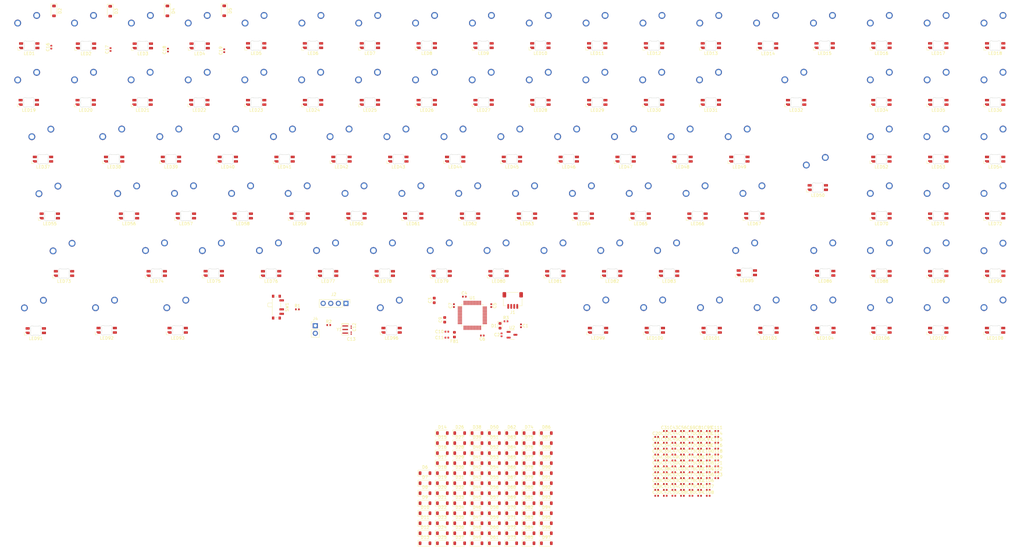
<source format=kicad_pcb>
(kicad_pcb (version 20221018) (generator pcbnew)
  (layers (0 "F.Cu" signal) (31 "B.Cu" power) (34 "B.Paste" user) (35 "F.Paste" user) (36 "B.SilkS" user "B.Silkscreen") (37 "F.SilkS" user "F.Silkscreen") (38 "B.Mask" user) (39 "F.Mask" user) (44 "Edge.Cuts" user))
  (net 0 "")
  (net 1 "+5V")
  (net 2 "GND")
  (net 3 "+3.3V")
  (net 4 "+3.3VA")
  (net 5 "HSE_IN")
  (net 6 "HSE_OUT")
  (net 7 "Net-(D1-K)")
  (net 8 "ROW0")
  (net 9 "Net-(D2-A)")
  (net 10 "Net-(D3-A)")
  (net 11 "Net-(D4-A)")
  (net 12 "Net-(D5-A)")
  (net 13 "Net-(D6-A)")
  (net 14 "Net-(D7-A)")
  (net 15 "Net-(D8-A)")
  (net 16 "Net-(D9-A)")
  (net 17 "Net-(D10-A)")
  (net 18 "Net-(D11-A)")
  (net 19 "Net-(D12-A)")
  (net 20 "Net-(D13-A)")
  (net 21 "Net-(D14-A)")
  (net 22 "Net-(D15-A)")
  (net 23 "Net-(D16-A)")
  (net 24 "Net-(D17-A)")
  (net 25 "Net-(D18-A)")
  (net 26 "Net-(D19-A)")
  (net 27 "ROW1")
  (net 28 "Net-(D20-A)")
  (net 29 "Net-(D21-A)")
  (net 30 "Net-(D22-A)")
  (net 31 "Net-(D23-A)")
  (net 32 "Net-(D24-A)")
  (net 33 "Net-(D25-A)")
  (net 34 "Net-(D26-A)")
  (net 35 "Net-(D27-A)")
  (net 36 "Net-(D28-A)")
  (net 37 "Net-(D29-A)")
  (net 38 "Net-(D30-A)")
  (net 39 "Net-(D31-A)")
  (net 40 "Net-(D32-A)")
  (net 41 "Net-(D33-A)")
  (net 42 "Net-(D34-A)")
  (net 43 "Net-(D35-A)")
  (net 44 "Net-(D36-A)")
  (net 45 "ROW2")
  (net 46 "Net-(D37-A)")
  (net 47 "Net-(D38-A)")
  (net 48 "Net-(D39-A)")
  (net 49 "Net-(D40-A)")
  (net 50 "Net-(D41-A)")
  (net 51 "Net-(D42-A)")
  (net 52 "Net-(D43-A)")
  (net 53 "Net-(D44-A)")
  (net 54 "Net-(D45-A)")
  (net 55 "Net-(D46-A)")
  (net 56 "Net-(D47-A)")
  (net 57 "Net-(D48-A)")
  (net 58 "Net-(D49-A)")
  (net 59 "Net-(D50-A)")
  (net 60 "Net-(D51-A)")
  (net 61 "Net-(D52-A)")
  (net 62 "Net-(D53-A)")
  (net 63 "ROW3")
  (net 64 "Net-(D54-A)")
  (net 65 "Net-(D55-A)")
  (net 66 "Net-(D56-A)")
  (net 67 "Net-(D57-A)")
  (net 68 "Net-(D58-A)")
  (net 69 "Net-(D59-A)")
  (net 70 "Net-(D60-A)")
  (net 71 "Net-(D61-A)")
  (net 72 "Net-(D62-A)")
  (net 73 "Net-(D63-A)")
  (net 74 "Net-(D64-A)")
  (net 75 "Net-(D65-A)")
  (net 76 "Net-(D66-A)")
  (net 77 "Net-(D67-A)")
  (net 78 "Net-(D68-A)")
  (net 79 "Net-(D69-A)")
  (net 80 "ROW4")
  (net 81 "Net-(D70-A)")
  (net 82 "Net-(D71-A)")
  (net 83 "Net-(D72-A)")
  (net 84 "Net-(D73-A)")
  (net 85 "Net-(D74-A)")
  (net 86 "Net-(D75-A)")
  (net 87 "Net-(D76-A)")
  (net 88 "Net-(D77-A)")
  (net 89 "Net-(D78-A)")
  (net 90 "Net-(D79-A)")
  (net 91 "Net-(D80-A)")
  (net 92 "Net-(D81-A)")
  (net 93 "Net-(D82-A)")
  (net 94 "Net-(D83-A)")
  (net 95 "Net-(D84-A)")
  (net 96 "Net-(D85-A)")
  (net 97 "ROW5")
  (net 98 "Net-(D86-A)")
  (net 99 "Net-(D87-A)")
  (net 100 "Net-(D88-A)")
  (net 101 "Net-(D89-A)")
  (net 102 "Net-(D90-A)")
  (net 103 "Net-(D91-A)")
  (net 104 "Net-(D92-A)")
  (net 105 "Net-(D93-A)")
  (net 106 "Net-(D94-A)")
  (net 107 "Net-(D95-A)")
  (net 108 "Net-(D96-A)")
  (net 109 "Net-(D97-A)")
  (net 110 "USB_D-")
  (net 111 "USB_D+")
  (net 112 "SWDIO")
  (net 113 "SWCLK")
  (net 114 "RESET")
  (net 115 "Net-(LED1-DOUT)")
  (net 116 "RGB")
  (net 117 "Net-(LED2-DOUT)")
  (net 118 "Net-(LED3-DOUT)")
  (net 119 "Net-(LED4-DOUT)")
  (net 120 "Net-(LED5-DOUT)")
  (net 121 "Net-(LED6-DOUT)")
  (net 122 "Net-(LED7-DOUT)")
  (net 123 "Net-(LED8-DOUT)")
  (net 124 "Net-(LED10-DIN)")
  (net 125 "Net-(LED10-DOUT)")
  (net 126 "Net-(LED11-DOUT)")
  (net 127 "Net-(LED12-DOUT)")
  (net 128 "Net-(LED13-DOUT)")
  (net 129 "Net-(LED14-DOUT)")
  (net 130 "Net-(LED15-DOUT)")
  (net 131 "Net-(LED16-DOUT)")
  (net 132 "Net-(LED17-DOUT)")
  (net 133 "Net-(LED18-DOUT)")
  (net 134 "Net-(LED19-DOUT)")
  (net 135 "Net-(LED20-DOUT)")
  (net 136 "Net-(LED21-DOUT)")
  (net 137 "Net-(LED22-DOUT)")
  (net 138 "Net-(LED23-DOUT)")
  (net 139 "Net-(LED24-DOUT)")
  (net 140 "Net-(LED25-DOUT)")
  (net 141 "Net-(LED26-DOUT)")
  (net 142 "Net-(LED27-DOUT)")
  (net 143 "Net-(LED28-DOUT)")
  (net 144 "Net-(LED29-DOUT)")
  (net 145 "Net-(LED30-DOUT)")
  (net 146 "Net-(LED31-DOUT)")
  (net 147 "Net-(LED32-DOUT)")
  (net 148 "Net-(LED34-DOUT)")
  (net 149 "Net-(LED35-DOUT)")
  (net 150 "Net-(LED36-DOUT)")
  (net 151 "Net-(LED37-DOUT)")
  (net 152 "Net-(LED38-DOUT)")
  (net 153 "Net-(LED39-DOUT)")
  (net 154 "Net-(LED40-DOUT)")
  (net 155 "Net-(LED41-DOUT)")
  (net 156 "Net-(LED42-DOUT)")
  (net 157 "Net-(LED43-DOUT)")
  (net 158 "Net-(LED44-DOUT)")
  (net 159 "Net-(LED45-DOUT)")
  (net 160 "Net-(LED46-DOUT)")
  (net 161 "Net-(LED47-DOUT)")
  (net 162 "Net-(LED48-DOUT)")
  (net 163 "Net-(LED49-DOUT)")
  (net 164 "Net-(LED50-DOUT)")
  (net 165 "Net-(LED52-DOUT)")
  (net 166 "Net-(LED53-DOUT)")
  (net 167 "Net-(LED54-DOUT)")
  (net 168 "Net-(LED55-DOUT)")
  (net 169 "Net-(LED56-DOUT)")
  (net 170 "Net-(LED57-DOUT)")
  (net 171 "Net-(LED58-DOUT)")
  (net 172 "Net-(LED59-DOUT)")
  (net 173 "Net-(LED60-DOUT)")
  (net 174 "Net-(LED61-DOUT)")
  (net 175 "Net-(LED62-DOUT)")
  (net 176 "Net-(LED63-DOUT)")
  (net 177 "Net-(LED64-DOUT)")
  (net 178 "Net-(LED65-DOUT)")
  (net 179 "Net-(LED66-DOUT)")
  (net 180 "Net-(LED67-DOUT)")
  (net 181 "Net-(LED70-DOUT)")
  (net 182 "Net-(LED71-DOUT)")
  (net 183 "Net-(LED72-DOUT)")
  (net 184 "Net-(LED73-DOUT)")
  (net 185 "Net-(LED74-DOUT)")
  (net 186 "Net-(LED75-DOUT)")
  (net 187 "Net-(LED76-DOUT)")
  (net 188 "Net-(LED77-DOUT)")
  (net 189 "Net-(LED78-DOUT)")
  (net 190 "Net-(LED79-DOUT)")
  (net 191 "Net-(LED80-DOUT)")
  (net 192 "Net-(LED81-DOUT)")
  (net 193 "Net-(LED82-DOUT)")
  (net 194 "Net-(LED83-DOUT)")
  (net 195 "Net-(LED85-DOUT)")
  (net 196 "Net-(LED86-DOUT)")
  (net 197 "Net-(LED88-DOUT)")
  (net 198 "Net-(LED89-DOUT)")
  (net 199 "Net-(LED90-DOUT)")
  (net 200 "Net-(LED91-DOUT)")
  (net 201 "Net-(LED92-DOUT)")
  (net 202 "Net-(LED93-DOUT)")
  (net 203 "Net-(LED96-DOUT)")
  (net 204 "Net-(LED100-DIN)")
  (net 205 "Net-(LED100-DOUT)")
  (net 206 "Net-(LED101-DOUT)")
  (net 207 "Net-(LED103-DOUT)")
  (net 208 "Net-(LED104-DOUT)")
  (net 209 "Net-(LED106-DOUT)")
  (net 210 "Net-(LED107-DOUT)")
  (net 212 "Net-(SW1-B)")
  (net 213 "BOOT")
  (net 214 "COL0")
  (net 215 "COL1")
  (net 216 "COL2")
  (net 217 "COL3")
  (net 218 "COL4")
  (net 219 "COL5")
  (net 220 "COL6")
  (net 221 "COL7")
  (net 222 "COL8")
  (net 223 "COL9")
  (net 224 "COL10")
  (net 225 "COL11")
  (net 226 "COL12")
  (net 227 "COL13")
  (net 228 "COL14")
  (net 229 "COL15")
  (net 230 "COL16")
  (net 231 "COL17")
  (footprint "PCM_marbastlib-mx:SW_MX_1u" (layer "F.Cu") (at 384.58 113)
    (fp_text reference "SW0_9" hide)
    (fp_text value "Mechanical_Switch" hide)
  )
  (footprint "Diode_SMD:D_SOD-123" (layer "F.Cu") (at 351.72 261.05)
    (fp_text reference "D18")
    (fp_text value "1N4148W")
  )
  (footprint "PCM_marbastlib-mx:SW_MX_1u" (layer "F.Cu") (at 365.5 132)
    (fp_text reference "SW1_8" hide)
    (fp_text value "Mechanical_Switch" hide)
  )
  (footprint "Diode_SMD:D_SOD-123" (layer "F.Cu") (at 386.49 271.1)
    (fp_text reference "D93")
    (fp_text value "1N4148W")
  )
  (footprint "Diode_SMD:D_SOD-123" (layer "F.Cu") (at 357.515 284.5)
    (fp_text reference "D37")
    (fp_text value "1N4148W")
  )
  (footprint "PCM_marbastlib-mx:LED_MX_6028R" (layer "F.Cu") (at 380 175)
    (fp_text reference "LED63")
    (fp_text value "k" hide)
    (fp_line (start -1.699999 -0.702843) (end -1.699999 0.702841) (stroke (width 0.1)) (layer "Edge.Cuts"))
    (fp_line (start -0.794452 1.499999) (end 0.794452 1.499999) (stroke (width 0.1)) (layer "Edge.Cuts"))
    (fp_line (start 0.794452 -1.5) (end -0.794453 -1.5) (stroke (width 0.1)) (layer "Edge.Cuts"))
    (fp_line (start 1.699999 0.702841) (end 1.699999 -0.702843) (stroke (width 0.1)) (layer "Edge.Cuts"))
    (fp_arc (start -1.749484 -0.919721) (mid -1.712527 -0.814069) (end -1.699999 -0.702844) (stroke (width 0.1)) (layer "Edge.Cuts"))
    (fp_arc (start -1.749484 -0.919721) (mid -1.638071 -1.504035) (end -1.046711 -1.568299) (stroke (width 0.1)) (layer "Edge.Cuts"))
    (fp_arc (start -1.699999 0.702841) (mid -1.712527 0.814067) (end -1.749484 0.919719) (stroke (width 0.1)) (layer "Edge.Cuts"))
    (fp_arc (start -1.046711 1.568298) (mid -1.638072 1.504034) (end -1.749484 0.919718) (stroke (width 0.1)) (layer "Edge.Cuts"))
    (fp_arc (start -1.046711 1.568298) (mid -0.925123 1.517376) (end -0.794452 1.499999) (stroke (width 0.1)) (layer "Edge.Cuts"))
    (fp_arc (start -0.794453 -1.5) (mid -0.925123 -1.517377) (end -1.046711 -1.568299) (stroke (width 0.1)) (layer "Edge.Cuts"))
    (fp_arc (start 0.794452 1.499999) (mid 0.925122 1.517376) (end 1.04671 1.568298) (stroke (width 0.1)) (layer "Edge.Cuts"))
    (fp_arc (start 1.046711 -1.5683) (mid 0.925123 -1.517378) (end 0.794453 -1.500001) (stroke (width 0.1)) (layer "Edge.Cuts"))
    (fp_arc (start 1.046711 -1.5683) (mid 1.638071 -1.504036) (end 1.749484 -0.919721) (stroke (width 0.1)) (layer "Edge.Cuts"))
    (fp_arc (start 1.699999 -0.702843) (mid 1.712527 -0.814069) (end 1.749484 -0.919721) (stroke (width 0.1)) (layer "Edge.Cuts"))
    (fp_arc (start 1.749484 0.919719) (mid 1.63807 1.504033) (end 1.046711 1.568296) (stroke (width 0.1)) (layer "Edge.Cuts"))
    (fp_arc (start 1.749484 0.919719) (mid 1.712527 0.814067) (end 1.699999 0.702842) (stroke (width 0.1)) (layer "Edge.Cuts"))
  )
  (footprint "Capacitor_SMD:C_0201_0603Metric" (layer "F.Cu") (at 321.25 214.2 90)
    (fp_text reference "C13")
    (fp_text value "20pF")
  )
  (footprint "Diode_SMD:D_SOD-123" (layer "F.Cu") (at 363.31 261.05)
    (fp_text reference "D42")
    (fp_text value "1N4148W")
  )
  (footprint "PCM_marbastlib-mx:SW_MX_1u" (layer "F.Cu") (at 213.58 132.04)
    (fp_text reference "SW1_0" hide)
    (fp_text value "Mechanical_Switch" hide)
  )
  (footprint "Diode_SMD:D_SOD-123" (layer "F.Cu") (at 380.695 277.8)
    (fp_text reference "D83")
    (fp_text value "1N4148W")
  )
  (footprint "Diode_SMD:D_SOD-123" (layer "F.Cu") (at 374.9 254.35)
    (fp_text reference "D64")
    (fp_text value "1N4148W")
  )
  (footprint "Capacitor_SMD:C_0402_1005Metric" (layer "F.Cu") (at 426.23 260.75)
    (fp_text reference "C38")
    (fp_text value "100nf")
  )
  (footprint "Diode_SMD:D_SOD-123" (layer "F.Cu") (at 278.8 106.35 -90)
    (fp_text reference "D5")
    (fp_text value "1N4148W")
  )
  (footprint "PCM_marbastlib-mx:SW_MX_1u" (layer "F.Cu") (at 479.7 208.2)
    (fp_text reference "SW5_12" hide)
    (fp_text value "Mechanical_Switch" hide)
  )
  (footprint "PCM_marbastlib-mx:SW_MX_1u" (layer "F.Cu") (at 422.5 132)
    (fp_text reference "SW1_11" hide)
    (fp_text value "Mechanical_Switch" hide)
  )
  (footprint "Diode_SMD:D_SOD-123" (layer "F.Cu") (at 363.31 264.4)
    (fp_text reference "D43")
    (fp_text value "1N4148W")
  )
  (footprint "PCM_marbastlib-mx:SW_MX_1u" (layer "F.Cu") (at 422.82 208.2)
    (fp_text reference "SW5_9" hide)
    (fp_text value "Mechanical_Switch" hide)
  )
  (footprint "PCM_marbastlib-mx:SW_MX_1u" (layer "F.Cu") (at 403.5 132)
    (fp_text reference "SW1_10" hide)
    (fp_text value "Mechanical_Switch" hide)
  )
  (footprint "PCM_marbastlib-mx:SW_MX_1u" (layer "F.Cu") (at 498.58 170)
    (fp_text reference "SW3_15" hide)
    (fp_text value "Mechanical_Switch" hide)
  )
  (footprint "Diode_SMD:D_SOD-123" (layer "F.Cu") (at 380.695 254.35)
    (fp_text reference "D76")
    (fp_text value "1N4148W")
  )
  (footprint "PCM_marbastlib-mx:LED_MX_6028R" (layer "F.Cu") (at 536.525 194.25)
    (fp_text reference "LED90")
    (fp_text value "3" hide)
    (fp_line (start -1.699999 -0.702843) (end -1.699999 0.702841) (stroke (width 0.1)) (layer "Edge.Cuts"))
    (fp_line (start -0.794452 1.499999) (end 0.794452 1.499999) (stroke (width 0.1)) (layer "Edge.Cuts"))
    (fp_line (start 0.794452 -1.5) (end -0.794453 -1.5) (stroke (width 0.1)) (layer "Edge.Cuts"))
    (fp_line (start 1.699999 0.702841) (end 1.699999 -0.702843) (stroke (width 0.1)) (layer "Edge.Cuts"))
    (fp_arc (start -1.749484 -0.919721) (mid -1.712527 -0.814069) (end -1.699999 -0.702844) (stroke (width 0.1)) (layer "Edge.Cuts"))
    (fp_arc (start -1.749484 -0.919721) (mid -1.638071 -1.504035) (end -1.046711 -1.568299) (stroke (width 0.1)) (layer "Edge.Cuts"))
    (fp_arc (start -1.699999 0.702841) (mid -1.712527 0.814067) (end -1.749484 0.919719) (stroke (width 0.1)) (layer "Edge.Cuts"))
    (fp_arc (start -1.046711 1.568298) (mid -1.638072 1.504034) (end -1.749484 0.919718) (stroke (width 0.1)) (layer "Edge.Cuts"))
    (fp_arc (start -1.046711 1.568298) (mid -0.925123 1.517376) (end -0.794452 1.499999) (stroke (width 0.1)) (layer "Edge.Cuts"))
    (fp_arc (start -0.794453 -1.5) (mid -0.925123 -1.517377) (end -1.046711 -1.568299) (stroke (width 0.1)) (layer "Edge.Cuts"))
    (fp_arc (start 0.794452 1.499999) (mid 0.925122 1.517376) (end 1.04671 1.568298) (stroke (width 0.1)) (layer "Edge.Cuts"))
    (fp_arc (start 1.046711 -1.5683) (mid 0.925123 -1.517378) (end 0.794453 -1.500001) (stroke (width 0.1)) (layer "Edge.Cuts"))
    (fp_arc (start 1.046711 -1.5683) (mid 1.638071 -1.504036) (end 1.749484 -0.919721) (stroke (width 0.1)) (layer "Edge.Cuts"))
    (fp_arc (start 1.699999 -0.702843) (mid 1.712527 -0.814069) (end 1.749484 -0.919721) (stroke (width 0.1)) (layer "Edge.Cuts"))
    (fp_arc (start 1.749484 0.919719) (mid 1.63807 1.504033) (end 1.046711 1.568296) (stroke (width 0.1)) (layer "Edge.Cuts"))
    (fp_arc (start 1.749484 0.919719) (mid 1.712527 0.814067) (end 1.699999 0.702842) (stroke (width 0.1)) (layer "Edge.Cuts"))
  )
  (footprint "PCM_marbastlib-mx:LED_MX_6028R" (layer "F.Cu") (at 318 156)
    (fp_text reference "LED42")
    (fp_text value "t" hide)
    (fp_line (start -1.699999 -0.702843) (end -1.699999 0.702841) (stroke (width 0.1)) (layer "Edge.Cuts"))
    (fp_line (start -0.794452 1.499999) (end 0.794452 1.499999) (stroke (width 0.1)) (layer "Edge.Cuts"))
    (fp_line (start 0.794452 -1.5) (end -0.794453 -1.5) (stroke (width 0.1)) (layer "Edge.Cuts"))
    (fp_line (start 1.699999 0.702841) (end 1.699999 -0.702843) (stroke (width 0.1)) (layer "Edge.Cuts"))
    (fp_arc (start -1.749484 -0.919721) (mid -1.712527 -0.814069) (end -1.699999 -0.702844) (stroke (width 0.1)) (layer "Edge.Cuts"))
    (fp_arc (start -1.749484 -0.919721) (mid -1.638071 -1.504035) (end -1.046711 -1.568299) (stroke (width 0.1)) (layer "Edge.Cuts"))
    (fp_arc (start -1.699999 0.702841) (mid -1.712527 0.814067) (end -1.749484 0.919719) (stroke (width 0.1)) (layer "Edge.Cuts"))
    (fp_arc (start -1.046711 1.568298) (mid -1.638072 1.504034) (end -1.749484 0.919718) (stroke (width 0.1)) (layer "Edge.Cuts"))
    (fp_arc (start -1.046711 1.568298) (mid -0.925123 1.517376) (end -0.794452 1.499999) (stroke (width 0.1)) (layer "Edge.Cuts"))
    (fp_arc (start -0.794453 -1.5) (mid -0.925123 -1.517377) (end -1.046711 -1.568299) (stroke (width 0.1)) (layer "Edge.Cuts"))
    (fp_arc (start 0.794452 1.499999) (mid 0.925122 1.517376) (end 1.04671 1.568298) (stroke (width 0.1)) (layer "Edge.Cuts"))
    (fp_arc (start 1.046711 -1.5683) (mid 0.925123 -1.517378) (end 0.794453 -1.500001) (stroke (width 0.1)) (layer "Edge.Cuts"))
    (fp_arc (start 1.046711 -1.5683) (mid 1.638071 -1.504036) (end 1.749484 -0.919721) (stroke (width 0.1)) (layer "Edge.Cuts"))
    (fp_arc (start 1.699999 -0.702843) (mid 1.712527 -0.814069) (end 1.749484 -0.919721) (stroke (width 0.1)) (layer "Edge.Cuts"))
    (fp_arc (start 1.749484 0.919719) (mid 1.63807 1.504033) (end 1.046711 1.568296) (stroke (width 0.1)) (layer "Edge.Cuts"))
    (fp_arc (start 1.749484 0.919719) (mid 1.712527 0.814067) (end 1.699999 0.702842) (stroke (width 0.1)) (layer "Edge.Cuts"))
  )
  (footprint "Diode_SMD:D_SOD-123" (layer "F.Cu") (at 357.515 271.1)
    (fp_text reference "D33")
    (fp_text value "1N4148W")
  )
  (footprint "PCM_marbastlib-mx:SW_MX_1.25u" (layer "F.Cu") (at 239.6 208.25)
    (fp_text reference "SW5_1" hide)
    (fp_text value "Mechanical_Switch" hide)
  )
  (footprint "Capacitor_SMD:C_0201_0603Metric" (layer "F.Cu") (at 321.25 212.2 -90)
    (fp_text reference "C12")
    (fp_text value "20pF")
  )
  (footprint "Capacitor_SMD:C_0402_1005Metric" (layer "F.Cu") (at 443.45 260.75)
    (fp_text reference "C122")
    (fp_text value "100nf")
  )
  (footprint "Capacitor_SMD:C_0402_1005Metric" (layer "F.Cu") (at 240.8 119.32 90)
    (fp_text reference "C17")
    (fp_text value "100nf")
  )
  (footprint "Capacitor_SMD:C_0402_1005Metric" (layer "F.Cu") (at 221 118.52 90)
    (fp_text reference "C16")
    (fp_text value "100nf")
  )
  (footprint "Capacitor_SMD:C_0402_1005Metric" (layer "F.Cu") (at 429.1 252.87)
    (fp_text reference "C46")
    (fp_text value "100nf")
  )
  (footprint "PCM_marbastlib-mx:SW_MX_1u" (layer "F.Cu") (at 517.58 189.1)
    (fp_text reference "SW4_16" hide)
    (fp_text value "Mechanical_Switch" hide)
  )
  (footprint "PCM_marbastlib-mx:STAB_MX_6.25u" (layer "F.Cu") (at 334.79375 208.25)
    (fp_text reference "S6" hide)
    (fp_text value "Space")
  )
  (footprint "PCM_marbastlib-mx:STAB_MX_2u" (layer "F.Cu") (at 470 131.985)
    (fp_text reference "S8" hide)
    (fp_text value "Backspace")
  )
  (footprint "Capacitor_SMD:C_0402_1005Metric" (layer "F.Cu") (at 429.1 246.96)
    (fp_text reference "C43")
    (fp_text value "100nf")
  )
  (footprint "PCM_marbastlib-mx:LED_MX_6028R" (layer "F.Cu") (at 263.25 213.25)
    (fp_text reference "LED93")
    (fp_text value "Alt" hide)
    (fp_line (start -1.699999 -0.702843) (end -1.699999 0.702841) (stroke (width 0.1)) (layer "Edge.Cuts"))
    (fp_line (start -0.794452 1.499999) (end 0.794452 1.499999) (stroke (width 0.1)) (layer "Edge.Cuts"))
    (fp_line (start 0.794452 -1.5) (end -0.794453 -1.5) (stroke (width 0.1)) (layer "Edge.Cuts"))
    (fp_line (start 1.699999 0.702841) (end 1.699999 -0.702843) (stroke (width 0.1)) (layer "Edge.Cuts"))
    (fp_arc (start -1.749484 -0.919721) (mid -1.712527 -0.814069) (end -1.699999 -0.702844) (stroke (width 0.1)) (layer "Edge.Cuts"))
    (fp_arc (start -1.749484 -0.919721) (mid -1.638071 -1.504035) (end -1.046711 -1.568299) (stroke (width 0.1)) (layer "Edge.Cuts"))
    (fp_arc (start -1.699999 0.702841) (mid -1.712527 0.814067) (end -1.749484 0.919719) (stroke (width 0.1)) (layer "Edge.Cuts"))
    (fp_arc (start -1.046711 1.568298) (mid -1.638072 1.504034) (end -1.749484 0.919718) (stroke (width 0.1)) (layer "Edge.Cuts"))
    (fp_arc (start -1.046711 1.568298) (mid -0.925123 1.517376) (end -0.794452 1.499999) (stroke (width 0.1)) (layer "Edge.Cuts"))
    (fp_arc (start -0.794453 -1.5) (mid -0.925123 -1.517377) (end -1.046711 -1.568299) (stroke (width 0.1)) (layer "Edge.Cuts"))
    (fp_arc (start 0.794452 1.499999) (mid 0.925122 1.517376) (end 1.04671 1.568298) (stroke (width 0.1)) (layer "Edge.Cuts"))
    (fp_arc (start 1.046711 -1.5683) (mid 0.925123 -1.517378) (end 0.794453 -1.500001) (stroke (width 0.1)) (layer "Edge.Cuts"))
    (fp_arc (start 1.046711 -1.5683) (mid 1.638071 -1.504036) (end 1.749484 -0.919721) (stroke (width 0.1)) (layer "Edge.Cuts"))
    (fp_arc (start 1.699999 -0.702843) (mid 1.712527 -0.814069) (end 1.749484 -0.919721) (stroke (width 0.1)) (layer "Edge.Cuts"))
    (fp_arc (start 1.749484 0.919719) (mid 1.63807 1.504033) (end 1.046711 1.568296) (stroke (width 0.1)) (layer "Edge.Cuts"))
    (fp_arc (start 1.749484 0.919719) (mid 1.712527 0.814067) (end 1.699999 0.702842) (stroke (width 0.1)) (layer "Edge.Cuts"))
  )
  (footprint "Capacitor_SMD:C_0402_1005Metric" (layer "F.Cu") (at 437.71 254.84)
    (fp_text reference "C87")
    (fp_text value "100nf")
  )
  (footprint "PCM_marbastlib-mx:LED_MX_6028R" (layer "F.Cu") (at 432 156)
    (fp_text reference "LED48")
    (fp_text value "[" hide)
    (fp_line (start -1.699999 -0.702843) (end -1.699999 0.702841) (stroke (width 0.1)) (layer "Edge.Cuts"))
    (fp_line (start -0.794452 1.499999) (end 0.794452 1.499999) (stroke (width 0.1)) (layer "Edge.Cuts"))
    (fp_line (start 0.794452 -1.5) (end -0.794453 -1.5) (stroke (width 0.1)) (layer "Edge.Cuts"))
    (fp_line (start 1.699999 0.702841) (end 1.699999 -0.702843) (stroke (width 0.1)) (layer "Edge.Cuts"))
    (fp_arc (start -1.749484 -0.919721) (mid -1.712527 -0.814069) (end -1.699999 -0.702844) (stroke (width 0.1)) (layer "Edge.Cuts"))
    (fp_arc (start -1.749484 -0.919721) (mid -1.638071 -1.504035) (end -1.046711 -1.568299) (stroke (width 0.1)) (layer "Edge.Cuts"))
    (fp_arc (start -1.699999 0.702841) (mid -1.712527 0.814067) (end -1.749484 0.919719) (stroke (width 0.1)) (layer "Edge.Cuts"))
    (fp_arc (start -1.046711 1.568298) (mid -1.638072 1.504034) (end -1.749484 0.919718) (stroke (width 0.1)) (layer "Edge.Cuts"))
    (fp_arc (start -1.046711 1.568298) (mid -0.925123 1.517376) (end -0.794452 1.499999) (stroke (width 0.1)) (layer "Edge.Cuts"))
    (fp_arc (start -0.794453 -1.5) (mid -0.925123 -1.517377) (end -1.046711 -1.568299) (stroke (width 0.1)) (layer "Edge.Cuts"))
    (fp_arc (start 0.794452 1.499999) (mid 0.925122 1.517376) (end 1.04671 1.568298) (stroke (width 0.1)) (layer "Edge.Cuts"))
    (fp_arc (start 1.046711 -1.5683) (mid 0.925123 -1.517378) (end 0.794453 -1.500001) (stroke (width 0.1)) (layer "Edge.Cuts"))
    (fp_arc (start 1.046711 -1.5683) (mid 1.638071 -1.504036) (end 1.749484 -0.919721) (stroke (width 0.1)) (layer "Edge.Cuts"))
    (fp_arc (start 1.699999 -0.702843) (mid 1.712527 -0.814069) (end 1.749484 -0.919721) (stroke (width 0.1)) (layer "Edge.Cuts"))
    (fp_arc (start 1.749484 0.919719) (mid 1.63807 1.504033) (end 1.046711 1.568296) (stroke (width 0.1)) (layer "Edge.Cuts"))
    (fp_arc (start 1.749484 0.919719) (mid 1.712527 0.814067) (end 1.699999 0.702842) (stroke (width 0.1)) (layer "Edge.Cuts"))
  )
  (footprint "PCM_marbastlib-mx:LED_MX_6028R" (layer "F.Cu") (at 517.5 156)
    (fp_text reference "LED53")
    (fp_text value "8" hide)
    (fp_line (start -1.699999 -0.702843) (end -1.699999 0.702841) (stroke (width 0.1)) (layer "Edge.Cuts"))
    (fp_line (start -0.794452 1.499999) (end 0.794452 1.499999) (stroke (width 0.1)) (layer "Edge.Cuts"))
    (fp_line (start 0.794452 -1.5) (end -0.794453 -1.5) (stroke (width 0.1)) (layer "Edge.Cuts"))
    (fp_line (start 1.699999 0.702841) (end 1.699999 -0.702843) (stroke (width 0.1)) (layer "Edge.Cuts"))
    (fp_arc (start -1.749484 -0.919721) (mid -1.712527 -0.814069) (end -1.699999 -0.702844) (stroke (width 0.1)) (layer "Edge.Cuts"))
    (fp_arc (start -1.749484 -0.919721) (mid -1.638071 -1.504035) (end -1.046711 -1.568299) (stroke (width 0.1)) (layer "Edge.Cuts"))
    (fp_arc (start -1.699999 0.702841) (mid -1.712527 0.814067) (end -1.749484 0.919719) (stroke (width 0.1)) (layer "Edge.Cuts"))
    (fp_arc (start -1.046711 1.568298) (mid -1.638072 1.504034) (end -1.749484 0.919718) (stroke (width 0.1)) (layer "Edge.Cuts"))
    (fp_arc (start -1.046711 1.568298) (mid -0.925123 1.517376) (end -0.794452 1.499999) (stroke (width 0.1)) (layer "Edge.Cuts"))
    (fp_arc (start -0.794453 -1.5) (mid -0.925123 -1.517377) (end -1.046711 -1.568299) (stroke (width 0.1)) (layer "Edge.Cuts"))
    (fp_arc (start 0.794452 1.499999) (mid 0.925122 1.517376) (end 1.04671 1.568298) (stroke (width 0.1)) (layer "Edge.Cuts"))
    (fp_arc (start 1.046711 -1.5683) (mid 0.925123 -1.517378) (end 0.794453 -1.500001) (stroke (width 0.1)) (layer "Edge.Cuts"))
    (fp_arc (start 1.046711 -1.5683) (mid 1.638071 -1.504036) (end 1.749484 -0.919721) (stroke (width 0.1)) (layer "Edge.Cuts"))
    (fp_arc (start 1.699999 -0.702843) (mid 1.712527 -0.814069) (end 1.749484 -0.919721) (stroke (width 0.1)) (layer "Edge.Cuts"))
    (fp_arc (start 1.749484 0.919719) (mid 1.63807 1.504033) (end 1.046711 1.568296) (stroke (width 0.1)) (layer "Edge.Cuts"))
    (fp_arc (start 1.749484 0.919719) (mid 1.712527 0.814067) (end 1.699999 0.702842) (stroke (width 0.1)) (layer "Edge.Cuts"))
  )
  (footprint "PCM_marbastlib-mx:SW_MX_1u" (layer "F.Cu") (at 427.48 189.1)
    (fp_text reference "SW4_10" hide)
    (fp_text value "Mechanical_Switch" hide)
  )
  (footprint "Resistor_SMD:R_0402_1005Metric" (layer "F.Cu") (at 313.75 211.5)
    (fp_text reference "R2")
    (fp_text value "10k")
  )
  (footprint "PCM_marbastlib-mx:SW_MX_1u" (layer "F.Cu") (at 313.48 189.1)
    (fp_text reference "SW4_4" hide)
    (fp_text value "Mechanical_Switch" hide)
  )
  (footprint "PCM_marbastlib-mx:LED_MX_6028R" (layer "F.Cu") (at 403.75 213.25)
    (fp_text reference "LED99")
    (fp_text value "Alt" hide)
    (fp_line (start -1.699999 -0.702843) (end -1.699999 0.702841) (stroke (width 0.1)) (layer "Edge.Cuts"))
    (fp_line (start -0.794452 1.499999) (end 0.794452 1.499999) (stroke (width 0.1)) (layer "Edge.Cuts"))
    (fp_line (start 0.794452 -1.5) (end -0.794453 -1.5) (stroke (width 0.1)) (layer "Edge.Cuts"))
    (fp_line (start 1.699999 0.702841) (end 1.699999 -0.702843) (stroke (width 0.1)) (layer "Edge.Cuts"))
    (fp_arc (start -1.749484 -0.919721) (mid -1.712527 -0.814069) (end -1.699999 -0.702844) (stroke (width 0.1)) (layer "Edge.Cuts"))
    (fp_arc (start -1.749484 -0.919721) (mid -1.638071 -1.504035) (end -1.046711 -1.568299) (stroke (width 0.1)) (layer "Edge.Cuts"))
    (fp_arc (start -1.699999 0.702841) (mid -1.712527 0.814067) (end -1.749484 0.919719) (stroke (width 0.1)) (layer "Edge.Cuts"))
    (fp_arc (start -1.046711 1.568298) (mid -1.638072 1.504034) (end -1.749484 0.919718) (stroke (width 0.1)) (layer "Edge.Cuts"))
    (fp_arc (start -1.046711 1.568298) (mid -0.925123 1.517376) (end -0.794452 1.499999) (stroke (width 0.1)) (layer "Edge.Cuts"))
    (fp_arc (start -0.794453 -1.5) (mid -0.925123 -1.517377) (end -1.046711 -1.568299) (stroke (width 0.1)) (layer "Edge.Cuts"))
    (fp_arc (start 0.794452 1.499999) (mid 0.925122 1.517376) (end 1.04671 1.568298) (stroke (width 0.1)) (layer "Edge.Cuts"))
    (fp_arc (start 1.046711 -1.5683) (mid 0.925123 -1.517378) (end 0.794453 -1.500001) (stroke (width 0.1)) (layer "Edge.Cuts"))
    (fp_arc (start 1.046711 -1.5683) (mid 1.638071 -1.504036) (end 1.749484 -0.919721) (stroke (width 0.1)) (layer "Edge.Cuts"))
    (fp_arc (start 1.699999 -0.702843) (mid 1.712527 -0.814069) (end 1.749484 -0.919721) (stroke (width 0.1)) (layer "Edge.Cuts"))
    (fp_arc (start 1.749484 0.919719) (mid 1.63807 1.504033) (end 1.046711 1.568296) (stroke (width 0.1)) (layer "Edge.Cuts"))
    (fp_arc (start 1.749484 0.919719) (mid 1.712527 0.814067) (end 1.699999 0.702842) (stroke (width 0.1)) (layer "Edge.Cuts"))
  )
  (footprint "Diode_SMD:D_SOD-123" (layer "F.Cu") (at 386.49 261.05)
    (fp_text reference "D90")
    (fp_text value "1N4148W")
  )
  (footprint "Diode_SMD:D_SOD-123" (layer "F.Cu") (at 386.49 277.8)
    (fp_text reference "D95")
    (fp_text value "1N4148W")
  )
  (footprint "Capacitor_SMD:C_0402_1005Metric" (layer "F.Cu") (at 440.58 248.93)
    (fp_text reference "C96")
    (fp_text value "100nf")
  )
  (footprint "Diode_SMD:D_SOD-123" (layer "F.Cu") (at 386.49 274.45)
    (fp_text reference "D94")
    (fp_text value "1N4148W")
  )
  (footprint "Diode_SMD:D_SOD-123" (layer "F.Cu") (at 386.49 257.7)
    (fp_text reference "D89")
    (fp_text value "1N4148W")
  )
  (footprint "PCM_marbastlib-mx:LED_MX_6028R" (layer "F.Cu") (at 360.975 175)
    (fp_text reference "LED62")
    (fp_text value "j" hide)
    (fp_line (start -1.699999 -0.702843) (end -1.699999 0.702841) (stroke (width 0.1)) (layer "Edge.Cuts"))
    (fp_line (start -0.794452 1.499999) (end 0.794452 1.499999) (stroke (width 0.1)) (layer "Edge.Cuts"))
    (fp_line (start 0.794452 -1.5) (end -0.794453 -1.5) (stroke (width 0.1)) (layer "Edge.Cuts"))
    (fp_line (start 1.699999 0.702841) (end 1.699999 -0.702843) (stroke (width 0.1)) (layer "Edge.Cuts"))
    (fp_arc (start -1.749484 -0.919721) (mid -1.712527 -0.814069) (end -1.699999 -0.702844) (stroke (width 0.1)) (layer "Edge.Cuts"))
    (fp_arc (start -1.749484 -0.919721) (mid -1.638071 -1.504035) (end -1.046711 -1.568299) (stroke (width 0.1)) (layer "Edge.Cuts"))
    (fp_arc (start -1.699999 0.702841) (mid -1.712527 0.814067) (end -1.749484 0.919719) (stroke (width 0.1)) (layer "Edge.Cuts"))
    (fp_arc (start -1.046711 1.568298) (mid -1.638072 1.504034) (end -1.749484 0.919718) (stroke (width 0.1)) (layer "Edge.Cuts"))
    (fp_arc (start -1.046711 1.568298) (mid -0.925123 1.517376) (end -0.794452 1.499999) (stroke (width 0.1)) (layer "Edge.Cuts"))
    (fp_arc (start -0.794453 -1.5) (mid -0.925123 -1.517377) (end -1.046711 -1.568299) (stroke (width 0.1)) (layer "Edge.Cuts"))
    (fp_arc (start 0.794452 1.499999) (mid 0.925122 1.517376) (end 1.04671 1.568298) (stroke (width 0.1)) (layer "Edge.Cuts"))
    (fp_arc (start 1.046711 -1.5683) (mid 0.925123 -1.517378) (end 0.794453 -1.500001) (stroke (width 0.1)) (layer "Edge.Cuts"))
    (fp_arc (start 1.046711 -1.5683) (mid 1.638071 -1.504036) (end 1.749484 -0.919721) (stroke (width 0.1)) (layer "Edge.Cuts"))
    (fp_arc (start 1.699999 -0.702843) (mid 1.712527 -0.814069) (end 1.749484 -0.919721) (stroke (width 0.1)) (layer "Edge.Cuts"))
    (fp_arc (start 1.749484 0.919719) (mid 1.63807 1.504033) (end 1.046711 1.568296) (stroke (width 0.1)) (layer "Edge.Cuts"))
    (fp_arc (start 1.749484 0.919719) (mid 1.712527 0.814067) (end 1.699999 0.702842) (stroke (width 0.1)) (layer "Edge.Cuts"))
  )
  (footprint "Capacitor_SMD:C_0402_1005Metric" (layer "F.Cu") (at 368.0675 205 -90)
    (fp_text reference "C5")
    (fp_text value "100nF")
  )
  (footprint "PCM_marbastlib-mx:SW_MX_1u" (layer "F.Cu") (at 351.48 189.1)
    (fp_text reference "SW4_6" hide)
    (fp_text value "Mechanical_Switch" hide)
  )
  (footprint "Diode_SMD:D_SOD-123" (layer "F.Cu") (at 363.31 257.7)
    (fp_text reference "D41")
    (fp_text value "1N4148W")
  )
  (footprint "PCM_marbastlib-mx:LED_MX_6028R" (layer "F.Cu") (at 479.68 194.18)
    (fp_text reference "LED86")
    (fp_text value "Up" hide)
    (fp_line (start -1.699999 -0.702843) (end -1.699999 0.702841) (stroke (width 0.1)) (layer "Edge.Cuts"))
    (fp_line (start -0.794452 1.499999) (end 0.794452 1.499999) (stroke (width 0.1)) (layer "Edge.Cuts"))
    (fp_line (start 0.794452 -1.5) (end -0.794453 -1.5) (stroke (width 0.1)) (layer "Edge.Cuts"))
    (fp_line (start 1.699999 0.702841) (end 1.699999 -0.702843) (stroke (width 0.1)) (layer "Edge.Cuts"))
    (fp_arc (start -1.749484 -0.919721) (mid -1.712527 -0.814069) (end -1.699999 -0.702844) (stroke (width 0.1)) (layer "Edge.Cuts"))
    (fp_arc (start -1.749484 -0.919721) (mid -1.638071 -1.504035) (end -1.046711 -1.568299) (stroke (width 0.1)) (layer "Edge.Cuts"))
    (fp_arc (start -1.699999 0.702841) (mid -1.712527 0.814067) (end -1.749484 0.919719) (stroke (width 0.1)) (layer "Edge.Cuts"))
    (fp_arc (start -1.046711 1.568298) (mid -1.638072 1.504034) (end -1.749484 0.919718) (stroke (width 0.1)) (layer "Edge.Cuts"))
    (fp_arc (start -1.046711 1.568298) (mid -0.925123 1.517376) (end -0.794452 1.499999) (stroke (width 0.1)) (layer "Edge.Cuts"))
    (fp_arc (start -0.794453 -1.5) (mid -0.925123 -1.517377) (end -1.046711 -1.568299) (stroke (width 0.1)) (layer "Edge.Cuts"))
    (fp_arc (start 0.794452 1.499999) (mid 0.925122 1.517376) (end 1.04671 1.568298) (stroke (width 0.1)) (layer "Edge.Cuts"))
    (fp_arc (start 1.046711 -1.5683) (mid 0.925123 -1.517378) (end 0.794453 -1.500001) (stroke (width 0.1)) (layer "Edge.Cuts"))
    (fp_arc (start 1.046711 -1.5683) (mid 1.638071 -1.504036) (end 1.749484 -0.919721) (stroke (width 0.1)) (layer "Edge.Cuts"))
    (fp_arc (start 1.699999 -0.702843) (mid 1.712527 -0.814069) (end 1.749484 -0.919721) (stroke (width 0.1)) (layer "Edge.Cuts"))
    (fp_arc (start 1.749484 0.919719) (mid 1.63807 1.504033) (end 1.046711 1.568296) (stroke (width 0.1)) (layer "Edge.Cuts"))
    (fp_arc (start 1.749484 0.919719) (mid 1.712527 0.814067) (end 1.699999 0.702842) (stroke (width 0.1)) (layer "Edge.Cuts"))
  )
  (footprint "PCM_marbastlib-mx:STAB_MX_ISO" (layer "F.Cu") (at 477.235 160.50625)
    (fp_text reference "S7" hide)
    (fp_text value "Enter")
  )
  (footprint "Capacitor_SMD:C_0402_1005Metric" (layer "F.Cu") (at 434.84 262.72)
    (fp_text reference "C77")
    (fp_text value "100nf")
  )
  (footprint "PCM_marbastlib-mx:LED_MX_6028R" (layer "F.Cu") (at 275.31 194.22)
    (fp_text reference "LED75")
    (fp_text value "x" hide)
    (fp_line (start -1.699999 -0.702843) (end -1.699999 0.702841) (stroke (width 0.1)) (layer "Edge.Cuts"))
    (fp_line (start -0.794452 1.499999) (end 0.794452 1.499999) (stroke (width 0.1)) (layer "Edge.Cuts"))
    (fp_line (start 0.794452 -1.5) (end -0.794453 -1.5) (stroke (width 0.1)) (layer "Edge.Cuts"))
    (fp_line (start 1.699999 0.702841) (end 1.699999 -0.702843) (stroke (width 0.1)) (layer "Edge.Cuts"))
    (fp_arc (start -1.749484 -0.919721) (mid -1.712527 -0.814069) (end -1.699999 -0.702844) (stroke (width 0.1)) (layer "Edge.Cuts"))
    (fp_arc (start -1.749484 -0.919721) (mid -1.638071 -1.504035) (end -1.046711 -1.568299) (stroke (width 0.1)) (layer "Edge.Cuts"))
    (fp_arc (start -1.699999 0.702841) (mid -1.712527 0.814067) (end -1.749484 0.919719) (stroke (width 0.1)) (layer "Edge.Cuts"))
    (fp_arc (start -1.046711 1.568298) (mid -1.638072 1.504034) (end -1.749484 0.919718) (stroke (width 0.1)) (layer "Edge.Cuts"))
    (fp_arc (start -1.046711 1.568298) (mid -0.925123 1.517376) (end -0.794452 1.499999) (stroke (width 0.1)) (layer "Edge.Cuts"))
    (fp_arc (start -0.794453 -1.5) (mid -0.925123 -1.517377) (end -1.046711 -1.568299) (stroke (width 0.1)) (layer "Edge.Cuts"))
    (fp_arc (start 0.794452 1.499999) (mid 0.925122 1.517376) (end 1.04671 1.568298) (stroke (width 0.1)) (layer "Edge.Cuts"))
    (fp_arc (start 1.046711 -1.5683) (mid 0.925123 -1.517378) (end 0.794453 -1.500001) (stroke (width 0.1)) (layer "Edge.Cuts"))
    (fp_arc (start 1.046711 -1.5683) (mid 1.638071 -1.504036) (end 1.749484 -0.919721) (stroke (width 0.1)) (layer "Edge.Cuts"))
    (fp_arc (start 1.699999 -0.702843) (mid 1.712527 -0.814069) (end 1.749484 -0.919721) (stroke (width 0.1)) (layer "Edge.Cuts"))
    (fp_arc (start 1.749484 0.919719) (mid 1.63807 1.504033) (end 1.046711 1.568296) (stroke (width 0.1)) (layer "Edge.Cuts"))
    (fp_arc (start 1.749484 0.919719) (mid 1.712527 0.814067) (end 1.699999 0.702842) (stroke (width 0.1)) (layer "Edge.Cuts"))
  )
  (footprint "PCM_marbastlib-mx:SW_MX_1u" (layer "F.Cu") (at 251.5 132)
    (fp_text reference "SW1_2" hide)
    (fp_text value "Mechanical_Switch" hide)
  )
  (footprint "PCM_marbastlib-mx:LED_MX_6028R" (layer "F.Cu") (at 412.975 156)
    (fp_text reference "LED47")
    (fp_text value "P" hide)
    (fp_line (start -1.699999 -0.702843) (end -1.699999 0.702841) (stroke (width 0.1)) (layer "Edge.Cuts"))
    (fp_line (start -0.794452 1.499999) (end 0.794452 1.499999) (stroke (width 0.1)) (layer "Edge.Cuts"))
    (fp_line (start 0.794452 -1.5) (end -0.794453 -1.5) (stroke (width 0.1)) (layer "Edge.Cuts"))
    (fp_line (start 1.699999 0.702841) (end 1.699999 -0.702843) (stroke (width 0.1)) (layer "Edge.Cuts"))
    (fp_arc (start -1.749484 -0.919721) (mid -1.712527 -0.814069) (end -1.699999 -0.702844) (stroke (width 0.1)) (layer "Edge.Cuts"))
    (fp_arc (start -1.749484 -0.919721) (mid -1.638071 -1.504035) (end -1.046711 -1.568299) (stroke (width 0.1)) (layer "Edge.Cuts"))
    (fp_arc (start -1.699999 0.702841) (mid -1.712527 0.814067) (end -1.749484 0.919719) (stroke (width 0.1)) (layer "Edge.Cuts"))
    (fp_arc (start -1.046711 1.568298) (mid -1.638072 1.504034) (end -1.749484 0.919718) (stroke (width 0.1)) (layer "Edge.Cuts"))
    (fp_arc (start -1.046711 1.568298) (mid -0.925123 1.517376) (end -0.794452 1.499999) (stroke (width 0.1)) (layer "Edge.Cuts"))
    (fp_arc (start -0.794453 -1.5) (mid -0.925123 -1.517377) (end -1.046711 -1.568299) (stroke (width 0.1)) (layer "Edge.Cuts"))
    (fp_arc (start 0.794452 1.499999) (mid 0.925122 1.517376) (end 1.04671 1.568298) (stroke (width 0.1)) (layer "Edge.Cuts"))
    (fp_arc (start 1.046711 -1.5683) (mid 0.925123 -1.517378) (end 0.794453 -1.500001) (stroke (width 0.1)) (layer "Edge.Cuts"))
    (fp_arc (start 1.046711 -1.5683) (mid 1.638071 -1.504036) (end 1.749484 -0.919721) (stroke (width 0.1)) (layer "Edge.Cuts"))
    (fp_arc (start 1.699999 -0.702843) (mid 1.712527 -0.814069) (end 1.749484 -0.919721) (stroke (width 0.1)) (layer "Edge.Cuts"))
    (fp_arc (start 1.749484 0.919719) (mid 1.63807 1.504033) (end 1.046711 1.568296) (stroke (width 0.1)) (layer "Edge.Cuts"))
    (fp_arc (start 1.749484 0.919719) (mid 1.712527 0.814067) (end 1.699999 0.702842) (stroke (width 0.1)) (layer "Edge.Cuts"))
  )
  (footprint "PCM_marbastlib-mx:LED_MX_6028R" (layer "F.Cu") (at 479.75 213.25)
    (fp_text reference "LED104")
    (fp_text value "Down" hide)
    (fp_line (start -1.699999 -0.702843) (end -1.699999 0.702841) (stroke (width 0.1)) (layer "Edge.Cuts"))
    (fp_line (start -0.794452 1.499999) (end 0.794452 1.499999) (stroke (width 0.1)) (layer "Edge.Cuts"))
    (fp_line (start 0.794452 -1.5) (end -0.794453 -1.5) (stroke (width 0.1)) (layer "Edge.Cuts"))
    (fp_line (start 1.699999 0.702841) (end 1.699999 -0.702843) (stroke (width 0.1)) (layer "Edge.Cuts"))
    (fp_arc (start -1.749484 -0.919721) (mid -1.712527 -0.814069) (end -1.699999 -0.702844) (stroke (width 0.1)) (layer "Edge.Cuts"))
    (fp_arc (start -1.749484 -0.919721) (mid -1.638071 -1.504035) (end -1.046711 -1.568299) (stroke (width 0.1)) (layer "Edge.Cuts"))
    (fp_arc (start -1.699999 0.702841) (mid -1.712527 0.814067) (end -1.749484 0.919719) (stroke (width 0.1)) (layer "Edge.Cuts"))
    (fp_arc (start -1.046711 1.568298) (mid -1.638072 1.504034) (end -1.749484 0.919718) (stroke (width 0.1)) (layer "Edge.Cuts"))
    (fp_arc (start -1.046711 1.568298) (mid -0.925123 1.517376) (end -0.794452 1.499999) (stroke (width 0.1)) (layer "Edge.Cuts"))
    (fp_arc (start -0.794453 -1.5) (mid -0.925123 -1.517377) (end -1.046711 -1.568299) (stroke (width 0.1)) (layer "Edge.Cuts"))
    (fp_arc (start 0.794452 1.499999) (mid 0.925122 1.517376) (end 1.04671 1.568298) (stroke (width 0.1)) (layer "Edge.Cuts"))
    (fp_arc (start 1.046711 -1.5683) (mid 0.925123 -1.517378) (end 0.794453 -1.500001) (stroke (width 0.1)) (layer "Edge.Cuts"))
    (fp_arc (start 1.046711 -1.5683) (mid 1.638071 -1.504036) (end 1.749484 -0.919721) (stroke (width 0.1)) (layer "Edge.Cuts"))
    (fp_arc (start 1.699999 -0.702843) (mid 1.712527 -0.814069) (end 1.749484 -0.919721) (stroke (width 0.1)) (layer "Edge.Cuts"))
    (fp_arc (start 1.749484 0.919719) (mid 1.63807 1.504033) (end 1.046711 1.568296) (stroke (width 0.1)) (layer "Edge.Cuts"))
    (fp_arc (start 1.749484 0.919719) (mid 1.712527 0.814067) (end 1.699999 0.702842) (stroke (width 0.1)) (layer "Edge.Cuts"))
  )
  (footprint "PCM_marbastlib-mx:LED_MX_6028R" (layer "F.Cu") (at 213.475 137)
    (fp_text reference "LED19")
    (fp_text value "`" hide)
    (fp_line (start -1.699999 -0.702843) (end -1.699999 0.702841) (stroke (width 0.1)) (layer "Edge.Cuts"))
    (fp_line (start -0.794452 1.499999) (end 0.794452 1.499999) (stroke (width 0.1)) (layer "Edge.Cuts"))
    (fp_line (start 0.794452 -1.5) (end -0.794453 -1.5) (stroke (width 0.1)) (layer "Edge.Cuts"))
    (fp_line (start 1.699999 0.702841) (end 1.699999 -0.702843) (stroke (width 0.1)) (layer "Edge.Cuts"))
    (fp_arc (start -1.749484 -0.919721) (mid -1.712527 -0.814069) (end -1.699999 -0.702844) (stroke (width 0.1)) (layer "Edge.Cuts"))
    (fp_arc (start -1.749484 -0.919721) (mid -1.638071 -1.504035) (end -1.046711 -1.568299) (stroke (width 0.1)) (layer "Edge.Cuts"))
    (fp_arc (start -1.699999 0.702841) (mid -1.712527 0.814067) (end -1.749484 0.919719) (stroke (width 0.1)) (layer "Edge.Cuts"))
    (fp_arc (start -1.046711 1.568298) (mid -1.638072 1.504034) (end -1.749484 0.919718) (stroke (width 0.1)) (layer "Edge.Cuts"))
    (fp_arc (start -1.046711 1.568298) (mid -0.925123 1.517376) (end -0.794452 1.499999) (stroke (width 0.1)) (layer "Edge.Cuts"))
    (fp_arc (start -0.794453 -1.5) (mid -0.925123 -1.517377) (end -1.046711 -1.568299) (stroke (width 0.1)) (layer "Edge.Cuts"))
    (fp_arc (start 0.794452 1.499999) (mid 0.925122 1.517376) (end 1.04671 1.568298) (stroke (width 0.1)) (layer "Edge.Cuts"))
    (fp_arc (start 1.046711 -1.5683) (mid 0.925123 -1.517378) (end 0.794453 -1.500001) (stroke (width 0.1)) (layer "Edge.Cuts"))
    (fp_arc (start 1.046711 -1.5683) (mid 1.638071 -1.504036) (end 1.749484 -0.919721) (stroke (width 0.1)) (layer "Edge.Cuts"))
    (fp_arc (start 1.699999 -0.702843) (mid 1.712527 -0.814069) (end 1.749484 -0.919721) (stroke (width 0.1)) (layer "Edge.Cuts"))
    (fp_arc (start 1.749484 0.919719) (mid 1.63807 1.504033) (end 1.046711 1.568296) (stroke (width 0.1)) (layer "Edge.Cuts"))
    (fp_arc (start 1.749484 0.919719) (mid 1.712527 0.814067) (end 1.699999 0.702842) (stroke (width 0.1)) (layer "Edge.Cuts"))
  )
  (footprint "Capacitor_SMD:C_0603_1608Metric" (layer "F.Cu") (at 349 203.25 90)
    (fp_text reference "C3")
    (fp_text value "10uF")
  )
  (footprint "Capacitor_SMD:C_0402_1005Metric" (layer "F.Cu") (at 431.97 254.84)
    (fp_text reference "C60")
    (fp_text value "100nf")
  )
  (footprint "PCM_marbastlib-mx:SW_MX_1u" (layer "F.Cu") (at 394.08 151)
    (fp_text reference "SW2_9" hide)
    (fp_text value "Mechanical_Switch" hide)
  )
  (footprint "Capacitor_SMD:C_0402_1005Metric" (layer "F.Cu") (at 440.58 266.66)
    (fp_text reference "C107")
    (fp_text value "100nf")
  )
  (footprint "PCM_marbastlib-mx:LED_MX_6028R" (layer "F.Cu") (at 536.5 137)
    (fp_text reference "LED36")
    (fp_text value "-" hide)
    (fp_line (start -1.699999 -0.702843) (end -1.699999 0.702841) (stroke (width 0.1)) (layer "Edge.Cuts"))
    (fp_line (start -0.794452 1.499999) (end 0.794452 1.499999) (stroke (width 0.1)) (layer "Edge.Cuts"))
    (fp_line (start 0.794452 -1.5) (end -0.794453 -1.5) (stroke (width 0.1)) (layer "Edge.Cuts"))
    (fp_line (start 1.699999 0.702841) (end 1.699999 -0.702843) (stroke (width 0.1)) (layer "Edge.Cuts"))
    (fp_arc (start -1.749484 -0.919721) (mid -1.712527 -0.814069) (end -1.699999 -0.702844) (stroke (width 0.1)) (layer "Edge.Cuts"))
    (fp_arc (start -1.749484 -0.919721) (mid -1.638071 -1.504035) (end -1.046711 -1.568299) (stroke (width 0.1)) (layer "Edge.Cuts"))
    (fp_arc (start -1.699999 0.702841) (mid -1.712527 0.814067) (end -1.749484 0.919719) (stroke (width 0.1)) (layer "Edge.Cuts"))
    (fp_arc (start -1.046711 1.568298) (mid -1.638072 1.504034) (end -1.749484 0.919718) (stroke (width 0.1)) (layer "Edge.Cuts"))
    (fp_arc (start -1.046711 1.568298) (mid -0.925123 1.517376) (end -0.794452 1.499999) (stroke (width 0.1)) (layer "Edge.Cuts"))
    (fp_arc (start -0.794453 -1.5) (mid -0.925123 -1.517377) (end -1.046711 -1.568299) (stroke (width 0.1)) (layer "Edge.Cuts"))
    (fp_arc (start 0.794452 1.499999) (mid 0.925122 1.517376) (end 1.04671 1.568298) (stroke (width 0.1)) (layer "Edge.Cuts"))
    (fp_arc (start 1.046711 -1.5683) (mid 0.925123 -1.517378) (end 0.794453 -1.500001) (stroke (width 0.1)) (layer "Edge.Cuts"))
    (fp_arc (start 1.046711 -1.5683) (mid 1.638071 -1.504036) (end 1.749484 -0.919721) (stroke (width 0.1)) (layer "Edge.Cuts"))
    (fp_arc (start 1.699999 -0.702843) (mid 1.712527 -0.814069) (end 1.749484 -0.919721) (stroke (width 0.1)) (layer "Edge.Cuts"))
    (fp_arc (start 1.749484 0.919719) (mid 1.63807 1.504033) (end 1.046711 1.568296) (stroke (width 0.1)) (layer "Edge.Cuts"))
    (fp_arc (start 1.749484 0.919719) (mid 1.712527 0.814067) (end 1.699999 0.702842) (stroke (width 0.1)) (layer "Edge.Cuts"))
  )
  (footprint "PCM_marbastlib-mx:SW_MX_1u" (layer "F.Cu") (at 225.40625 189.235)
    (fp_text reference "SW4_0" hide)
    (fp_text value "Mechanical_Switch" hide)
  )
  (footprint "PCM_marbastlib-mx:LED_MX_6028R" (layer "F.Cu") (at 469.975 137)
    (fp_text reference "LED32")
    (fp_text value "Backspace" hide)
    (fp_line (start -1.699999 -0.702843) (end -1.699999 0.702841) (stroke (width 0.1)) (layer "Edge.Cuts"))
    (fp_line (start -0.794452 1.499999) (end 0.794452 1.499999) (stroke (width 0.1)) (layer "Edge.Cuts"))
    (fp_line (start 0.794452 -1.5) (end -0.794453 -1.5) (stroke (width 0.1)) (layer "Edge.Cuts"))
    (fp_line (start 1.699999 0.702841) (end 1.699999 -0.702843) (stroke (width 0.1)) (layer "Edge.Cuts"))
    (fp_arc (start -1.749484 -0.919721) (mid -1.712527 -0.814069) (end -1.699999 -0.702844) (stroke (width 0.1)) (layer "Edge.Cuts"))
    (fp_arc (start -1.749484 -0.919721) (mid -1.638071 -1.504035) (end -1.046711 -1.568299) (stroke (width 0.1)) (layer "Edge.Cuts"))
    (fp_arc (start -1.699999 0.702841) (mid -1.712527 0.814067) (end -1.749484 0.919719) (stroke (width 0.1)) (layer "Edge.Cuts"))
    (fp_arc (start -1.046711 1.568298) (mid -1.638072 1.504034) (end -1.749484 0.919718) (stroke (width 0.1)) (layer "Edge.Cuts"))
    (fp_arc (start -1.046711 1.568298) (mid -0.925123 1.517376) (end -0.794452 1.499999) (stroke (width 0.1)) (layer "Edge.Cuts"))
    (fp_arc (start -0.794453 -1.5) (mid -0.925123 -1.517377) (end -1.046711 -1.568299) (stroke (width 0.1)) (layer "Edge.Cuts"))
    (fp_arc (start 0.794452 1.499999) (mid 0.925122 1.517376) (end 1.04671 1.568298) (stroke (width 0.1)) (layer "Edge.Cuts"))
    (fp_arc (start 1.046711 -1.5683) (mid 0.925123 -1.517378) (end 0.794453 -1.500001) (stroke (width 0.1)) (layer "Edge.Cuts"))
    (fp_arc (start 1.046711 -1.5683) (mid 1.638071 -1.504036) (end 1.749484 -0.919721) (stroke (width 0.1)) (layer "Edge.Cuts"))
    (fp_arc (start 1.699999 -0.702843) (mid 1.712527 -0.814069) (end 1.749484 -0.919721) (stroke (width 0.1)) (layer "Edge.Cuts"))
    (fp_arc (start 1.749484 0.919719) (mid 1.63807 1.504033) (end 1.046711 1.568296) (stroke (width 0.1)) (layer "Edge.Cuts"))
    (fp_arc (start 1.749484 0.919719) (mid 1.712527 0.814067) (end 1.699999 0.702842) (stroke (width 0.1)) (layer "Edge.Cuts"))
  )
  (footprint "PCM_marbastlib-mx:SW_MX_1u" (layer "F.Cu") (at 460.58 113)
    (fp_text reference "SW0_13" hide)
    (fp_text value "Mechanical_Switch" hide)
  )
  (footprint "Capacitor_SMD:C_0402_1005Metric" (layer "F.Cu") (at 429.1 260.75)
    (fp_text reference "C51")
    (fp_text value "100nf")
  )
  (footprint "Diode_SMD:D_SOD-123" (layer "F.Cu") (at 345.925 264.4)
    (fp_text reference "D7")
    (fp_text value "1N4148W")
  )
  (footprint "Diode_SMD:D_SOD-123" (layer "F.Cu") (at 374.9 267.75)
    (fp_text reference "D68")
    (fp_text value "1N4148W")
  )
  (footprint "PCM_marbastlib-mx:LED_MX_6028R" (layer "F.Cu") (at 403.5 137)
    (fp_text reference "LED29")
    (fp_text value "0" hide)
    (fp_line (start -1.699999 -0.702843) (end -1.699999 0.702841) (stroke (width 0.1)) (layer "Edge.Cuts"))
    (fp_line (start -0.794452 1.499999) (end 0.794452 1.499999) (stroke (width 0.1)) (layer "Edge.Cuts"))
    (fp_line (start 0.794452 -1.5) (end -0.794453 -1.5) (stroke (width 0.1)) (layer "Edge.Cuts"))
    (fp_line (start 1.699999 0.702841) (end 1.699999 -0.702843) (stroke (width 0.1)) (layer "Edge.Cuts"))
    (fp_arc (start -1.749484 -0.919721) (mid -1.712527 -0.814069) (end -1.699999 -0.702844) (stroke (width 0.1)) (layer "Edge.Cuts"))
    (fp_arc (start -1.749484 -0.919721) (mid -1.638071 -1.504035) (end -1.046711 -1.568299) (stroke (width 0.1)) (layer "Edge.Cuts"))
    (fp_arc (start -1.699999 0.702841) (mid -1.712527 0.814067) (end -1.749484 0.919719) (stroke (width 0.1)) (layer "Edge.Cuts"))
    (fp_arc (start -1.046711 1.568298) (mid -1.638072 1.504034) (end -1.749484 0.919718) (stroke (width 0.1)) (layer "Edge.Cuts"))
    (fp_arc (start -1.046711 1.568298) (mid -0.925123 1.517376) (end -0.794452 1.499999) (stroke (width 0.1)) (layer "Edge.Cuts"))
    (fp_arc (start -0.794453 -1.5) (mid -0.925123 -1.517377) (end -1.046711 -1.568299) (stroke (width 0.1)) (layer "Edge.Cuts"))
    (fp_arc (start 0.794452 1.499999) (mid 0.925122 1.517376) (end 1.04671 1.568298) (stroke (width 0.1)) (layer "Edge.Cuts"))
    (fp_arc (start 1.046711 -1.5683) (mid 0.925123 -1.517378) (end 0.794453 -1.500001) (stroke (width 0.1)) (layer "Edge.Cuts"))
    (fp_arc (start 1.046711 -1.5683) (mid 1.638071 -1.504036) (end 1.749484 -0.919721) (stroke (width 0.1)) (layer "Edge.Cuts"))
    (fp_arc (start 1.699999 -0.702843) (mid 1.712527 -0.814069) (end 1.749484 -0.919721) (stroke (width 0.1)) (layer "Edge.Cuts"))
    (fp_arc (start 1.749484 0.919719) (mid 1.63807 1.504033) (end 1.046711 1.568296) (stroke (width 0.1)) (layer "Edge.Cuts"))
    (fp_arc (start 1.749484 0.919719) (mid 1.712527 0.814067) (end 1.699999 0.702842) (stroke (width 0.1)) (layer "Edge.Cuts"))
  )
  (footprint "Capacitor_SMD:C_0402_1005Metric" (layer "F.Cu") (at 426.23 262.72)
    (fp_text reference "C39")
    (fp_text value "100nf")
  )
  (footprint "PCM_marbastlib-mx:SW_MX_1u" (layer "F.Cu") (at 308.5 132)
    (fp_text reference "SW1_5" hide)
    (fp_text value "Mechanical_Switch" hide)
  )
  (footprint "PCM_marbastlib-mx:LED_MX_6028R" (layer "F.Cu") (at 341.975 175)
    (fp_text reference "LED61")
    (fp_text value "h" hide)
    (fp_line (start -1.699999 -0.702843) (end -1.699999 0.702841) (stroke (width 0.1)) (layer "Edge.Cuts"))
    (fp_line (start -0.794452 1.499999) (end 0.794452 1.499999) (stroke (width 0.1)) (layer "Edge.Cuts"))
    (fp_line (start 0.794452 -1.5) (end -0.794453 -1.5) (stroke (width 0.1)) (layer "Edge.Cuts"))
    (fp_line (start 1.699999 0.702841) (end 1.699999 -0.702843) (stroke (width 0.1)) (layer "Edge.Cuts"))
    (fp_arc (start -1.749484 -0.919721) (mid -1.712527 -0.814069) (end -1.699999 -0.702844) (stroke (width 0.1)) (layer "Edge.Cuts"))
    (fp_arc (start -1.749484 -0.919721) (mid -1.638071 -1.504035) (end -1.046711 -1.568299) (stroke (width 0.1)) (layer "Edge.Cuts"))
    (fp_arc (start -1.699999 0.702841) (mid -1.712527 0.814067) (end -1.749484 0.919719) (stroke (width 0.1)) (layer "Edge.Cuts"))
    (fp_arc (start -1.046711 1.568298) (mid -1.638072 1.504034) (end -1.749484 0.919718) (stroke (width 0.1)) (layer "Edge.Cuts"))
    (fp_arc (start -1.046711 1.568298) (mid -0.925123 1.517376) (end -0.794452 1.499999) (stroke (width 0.1)) (layer "Edge.Cuts"))
    (fp_arc (start -0.794453 -1.5) (mid -0.925123 -1.517377) (end -1.046711 -1.568299) (stroke (width 0.1)) (layer "Edge.Cuts"))
    (fp_arc (start 0.794452 1.499999) (mid 0.925122 1.517376) (end 1.04671 1.568298) (stroke (width 0.1)) (layer "Edge.Cuts"))
    (fp_arc (start 1.046711 -1.5683) (mid 0.925123 -1.517378) (end 0.794453 -1.500001) (stroke (width 0.1)) (layer "Edge.Cuts"))
    (fp_arc (start 1.046711 -1.5683) (mid 1.638071 -1.504036) (end 1.749484 -0.919721) (stroke (width 0.1)) (layer "Edge.Cuts"))
    (fp_arc (start 1.699999 -0.702843) (mid 1.712527 -0.814069) (end 1.749484 -0.919721) (stroke (width 0.1)) (layer "Edge.Cuts"))
    (fp_arc (start 1.749484 0.919719) (mid 1.63807 1.504033) (end 1.046711 1.568296) (stroke (width 0.1)) (layer "Edge.Cuts"))
    (fp_arc (start 1.749484 0.919719) (mid 1.712527 0.814067) (end 1.699999 0.702842) (stroke (width 0.1)) (layer "Edge.Cuts"))
  )
  (footprint "Capacitor_SMD:C_0402_1005Metric" (layer "F.Cu") (at 434.84 258.78)
    (fp_text reference "C75")
    (fp_text value "100nf")
  )
  (footprint "PCM_marbastlib-mx:SW_MX_1u" (layer "F.Cu") (at 403.58 113)
    (fp_text reference "SW0_10" hide)
    (fp_text value "Mechanical_Switch" hide)
  )
  (footprint "PCM_marbastlib-mx:LED_MX_6028R" (layer "F.Cu") (at 213.625 118.05)
    (fp_text reference "LED1")
    (fp_text value "Esc" hide)
    (fp_line (start -1.699999 -0.702843) (end -1.699999 0.702841) (stroke (width 0.1)) (layer "Edge.Cuts"))
    (fp_line (start -0.794452 1.499999) (end 0.794452 1.499999) (stroke (width 0.1)) (layer "Edge.Cuts"))
    (fp_line (start 0.794452 -1.5) (end -0.794453 -1.5) (stroke (width 0.1)) (layer "Edge.Cuts"))
    (fp_line (start 1.699999 0.702841) (end 1.699999 -0.702843) (stroke (width 0.1)) (layer "Edge.Cuts"))
    (fp_arc (start -1.749484 -0.919721) (mid -1.712527 -0.814069) (end -1.699999 -0.702844) (stroke (width 0.1)) (layer "Edge.Cuts"))
    (fp_arc (start -1.749484 -0.919721) (mid -1.638071 -1.504035) (end -1.046711 -1.568299) (stroke (width 0.1)) (layer "Edge.Cuts"))
    (fp_arc (start -1.699999 0.702841) (mid -1.712527 0.814067) (end -1.749484 0.919719) (stroke (width 0.1)) (layer "Edge.Cuts"))
    (fp_arc (start -1.046711 1.568298) (mid -1.638072 1.504034) (end -1.749484 0.919718) (stroke (width 0.1)) (layer "Edge.Cuts"))
    (fp_arc (start -1.046711 1.568298) (mid -0.925123 1.517376) (end -0.794452 1.499999) (stroke (width 0.1)) (layer "Edge.Cuts"))
    (fp_arc (start -0.794453 -1.5) (mid -0.925123 -1.517377) (end -1.046711 -1.568299) (stroke (width 0.1)) (layer "Edge.Cuts"))
    (fp_arc (start 0.794452 1.499999) (mid 0.925122 1.517376) (end 1.04671 1.568298) (stroke (width 0.1)) (layer "Edge.Cuts"))
    (fp_arc (start 1.046711 -1.5683) (mid 0.925123 -1.517378) (end 0.794453 -1.500001) (stroke (width 0.1)) (layer "Edge.Cuts"))
    (fp_arc (start 1.046711 -1.5683) (mid 1.638071 -1.504036) (end 1.749484 -0.919721) (stroke (width 0.1)) (layer "Edge.Cuts"))
    (fp_arc (start 1.699999 -0.702843) (mid 1.712527 -0.814069) (end 1.749484 -0.919721) (stroke (width 0.1)) (layer "Edge.Cuts"))
    (fp_arc (start 1.749484 0.919719) (mid 1.63807 1.504033) (end 1.046711 1.568296) (stroke (width 0.1)) (layer "Edge.Cuts"))
    (fp_arc (start 1.749484 0.919719) (mid 1.712527 0.814067) (end 1.699999 0.702842) (stroke (width 0.1)) (layer "Edge.Cuts"))
  )
  (footprint "Capacitor_SMD:C_0402_1005Metric" (layer "F.Cu") (at 365.0675 215 180)
    (fp_text reference "C6")
    (fp_text value "100nF")
  )
  (footprint "Capacitor_SMD:C_0402_1005Metric" (layer "F.Cu") (at 440.58 260.75)
    (fp_text reference "C104")
    (fp_text value "100nf")
  )
  (footprint "Diode_SMD:D_SOD-123" (layer "F.Cu") (at 357.515 264.4)
    (fp_text reference "D31")
    (fp_text value "1N4148W")
  )
  (footprint "PCM_marbastlib-mx:LED_MX_6028R" (layer "F.Cu") (at 313.525 194.25)
    (fp_text reference "LED77")
    (fp_text value "v" hide)
    (fp_line (start -1.699999 -0.702843) (end -1.699999 0.702841) (stroke (width 0.1)) (layer "Edge.Cuts"))
    (fp_line (start -0.794452 1.499999) (end 0.794452 1.499999) (stroke (width 0.1)) (layer "Edge.Cuts"))
    (fp_line (start 0.794452 -1.5) (end -0.794453 -1.5) (stroke (width 0.1)) (layer "Edge.Cuts"))
    (fp_line (start 1.699999 0.702841) (end 1.699999 -0.702843) (stroke (width 0.1)) (layer "Edge.Cuts"))
    (fp_arc (start -1.749484 -0.919721) (mid -1.712527 -0.814069) (end -1.699999 -0.702844) (stroke (width 0.1)) (layer "Edge.Cuts"))
    (fp_arc (start -1.749484 -0.919721) (mid -1.638071 -1.504035) (end -1.046711 -1.568299) (stroke (width 0.1)) (layer "Edge.Cuts"))
    (fp_arc (start -1.699999 0.702841) (mid -1.712527 0.814067) (end -1.749484 0.919719) (stroke (width 0.1)) (layer "Edge.Cuts"))
    (fp_arc (start -1.046711 1.568298) (mid -1.638072 1.504034) (end -1.749484 0.919718) (stroke (width 0.1)) (layer "Edge.Cuts"))
    (fp_arc (start -1.046711 1.568298) (mid -0.925123 1.517376) (end -0.794452 1.499999) (stroke (width 0.1)) (layer "Edge.Cuts"))
    (fp_arc (start -0.794453 -1.5) (mid -0.925123 -1.517377) (end -1.046711 -1.568299) (stroke (width 0.1)) (layer "Edge.Cuts"))
    (fp_arc (start 0.794452 1.499999) (mid 0.925122 1.517376) (end 1.04671 1.568298) (stroke (width 0.1)) (layer "Edge.Cuts"))
    (fp_arc (start 1.046711 -1.5683) (mid 0.925123 -1.517378) (end 0.794453 -1.500001) (stroke (width 0.1)) (layer "Edge.Cuts"))
    (fp_arc (start 1.046711 -1.5683) (mid 1.638071 -1.504036) (end 1.749484 -0.919721) (stroke (width 0.1)) (layer "Edge.Cuts"))
    (fp_arc (start 1.699999 -0.702843) (mid 1.712527 -0.814069) (end 1.749484 -0.919721) (stroke (width 0.1)) (layer "Edge.Cuts"))
    (fp_arc (start 1.749484 0.919719) (mid 1.63807 1.504033) (end 1.046711 1.568296) (stroke (width 0.1)) (layer "Edge.Cuts"))
    (fp_arc (start 1.749484 0.919719) (mid 1.712527 0.814067) (end 1.699999 0.702842) (stroke (width 0.1)) (layer "Edge.Cuts"))
  )
  (footprint "PCM_marbastlib-mx:SW_MX_1u" (layer "F.Cu") (at 384.58 132)
    (fp_text reference "SW1_9" hide)
    (fp_text value "Mechanical_Switch" hide)
  )
  (footprint "Capacitor_SMD:C_0402_1005Metric" (layer "F.Cu") (at 437.71 266.66)
    (fp_text reference "C93")
    (fp_text value "100nf")
  )
  (footprint "Diode_SMD:D_SOD-123" (layer "F.Cu") (at 363.31 247.65)
    (fp_text reference "D38")
    (fp_text value "1N4148W")
  )
  (footprint "Capacitor_SMD:C_0402_1005Metric" (layer "F.Cu") (at 426.23 254.84)
    (fp_text reference "C35")
    (fp_text value "100nf")
  )
  (footprint "PCM_marbastlib-mx:SW_MX_1u" (layer "F.Cu") (at 517.6 208.2)
    (fp_text reference "SW5_16" hide)
    (fp_text value "Mechanical_Switch" hide)
  )
  (footprint "PCM_marbastlib-mx:SW_MX_1u" (layer "F.Cu") (at 318 151)
    (fp_text reference "SW2_5" hide)
    (fp_text value "Mechanical_Switch" hide)
  )
  (footprint "Capacitor_SMD:C_0402_1005Metric" (layer "F.Cu") (at 429.1 250.9)
    (fp_text reference "C45")
    (fp_text value "100nf")
  )
  (footprint "Diode_SMD:D_SOD-123" (layer "F.Cu") (at 374.9 261.05)
    (fp_text reference "D66")
    (fp_text value "1N4148W")
  )
  (footprint "PCM_marbastlib-mx:SW_MX_1u" (layer "F.Cu") (at 337 151)
    (fp_text reference "SW2_6" hide)
    (fp_text value "Mechanical_Switch" hide)
  )
  (footprint "Capacitor_SMD:C_0402_1005Metric" (layer "F.Cu") (at 434.84 256.81)
    (fp_text reference "C74")
    (fp_text value "100nf")
  )
  (footprint "Capacitor_SMD:C_0402_1005Metric" (layer "F.Cu") (at 431.97 260.75)
    (fp_text reference "C63")
    (fp_text value "100nf")
  )
  (footprint "Diode_SMD:D_SOD-123" (layer "F.Cu") (at 345.925 267.75)
    (fp_text reference "D8")
    (fp_text value "1N4148W")
  )
  (footprint "Capacitor_SMD:C_0402_1005Metric" (layer "F.Cu") (at 437.71 260.75)
    (fp_text reference "C90")
    (fp_text value "100nf")
  )
  (footprint "Diode_SMD:D_SOD-123" (layer "F.Cu") (at 351.72 277.8)
    (fp_text reference "D23")
    (fp_text value "1N4148W")
  )
  (footprint "Capacitor_SMD:C_0402_1005Metric" (layer "F.Cu") (at 429.1 256.81)
    (fp_text reference "C49")
    (fp_text value "100nf")
  )
  (footprint "Capacitor_SMD:C_0402_1005Metric" (layer "F.Cu") (at 440.58 262.72)
    (fp_text reference "C105")
    (fp_text value "100nf")
  )
  (footprint "Diode_SMD:D_SOD-123" (layer "F.Cu") (at 357.515 254.35)
    (fp_text reference "D28")
    (fp_text value "1N4148W")
  )
  (footprint "Capacitor_SMD:C_0402_1005Metric" (layer "F.Cu") (at 434.84 252.87)
    (fp_text reference "C72")
    (fp_text value "100nf")
  )
  (footprint "Diode_SMD:D_SOD-123" (layer "F.Cu") (at 386.49 264.4)
    (fp_text reference "D91")
    (fp_text value "1N4148W")
  )
  (footprint "Diode_SMD:D_SOD-123" (layer "F.Cu") (at 374.9 281.15)
    (fp_text reference "D72")
    (fp_text value "1N4148W")
  )
  (footprint "PCM_marbastlib-mx:SW_MX_1u" (layer "F.Cu") (at 370.48 189.1)
    (fp_text reference "SW4_7" hide)
    (fp_text value "Mechanical_Switch" hide)
  )
  (footprint "PCM_marbastlib-mx:SW_MX_1u" (layer "F.Cu") (at 536.56 189.18)
    (fp_text reference "SW4_17" hide)
    (fp_text value "Mechanical_Switch" hide)
  )
  (footprint "Capacitor_SMD:C_0402_1005Metric" (layer "F.Cu") (at 437.71 258.78)
    (fp_text reference "C89")
    (fp_text value "100nf")
  )
  (footprint "Capacitor_SMD:C_0402_1005Metric" (layer "F.Cu") (at 426.23 248.93)
    (fp_text reference "C32")
    (fp_text value "100nf")
  )
  (footprint "PCM_marbastlib-mx:LED_MX_6028R" (layer "F.Cu") (at 456 175)
    (fp_text reference "LED67")
    (fp_text value "\\" hide)
    (fp_line (start -1.699999 -0.702843) (end -1.699999 0.702841) (stroke (width 0.1)) (layer "Edge.Cuts"))
    (fp_line (start -0.794452 1.499999) (end 0.794452 1.499999) (stroke (width 0.1)) (layer "Edge.Cuts"))
    (fp_line (start 0.794452 -1.5) (end -0.794453 -1.5) (stroke (width 0.1)) (layer "Edge.Cuts"))
    (fp_line (start 1.699999 0.702841) (end 1.699999 -0.702843) (stroke (width 0.1)) (layer "Edge.Cuts"))
    (fp_arc (start -1.749484 -0.919721) (mid -1.712527 -0.814069) (end -1.699999 -0.702844) (stroke (width 0.1)) (layer "Edge.Cuts"))
    (fp_arc (start -1.749484 -0.919721) (mid -1.638071 -1.504035) (end -1.046711 -1.568299) (stroke (width 0.1)) (layer "Edge.Cuts"))
    (fp_arc (start -1.699999 0.702841) (mid -1.712527 0.814067) (end -1.749484 0.919719) (stroke (width 0.1)) (layer "Edge.Cuts"))
    (fp_arc (start -1.046711 1.568298) (mid -1.638072 1.504034) (end -1.749484 0.919718) (stroke (width 0.1)) (layer "Edge.Cuts"))
    (fp_arc (start -1.046711 1.568298) (mid -0.925123 1.517376) (end -0.794452 1.499999) (stroke (width 0.1)) (layer "Edge.Cuts"))
    (fp_arc (start -0.794453 -1.5) (mid -0.925123 -1.517377) (end -1.046711 -1.568299) (stroke (width 0.1)) (layer "Edge.Cuts"))
    (fp_arc (start 0.794452 1.499999) (mid 0.925122 1.517376) (end 1.04671 1.568298) (stroke (width 0.1)) (layer "Edge.Cuts"))
    (fp_arc (start 1.046711 -1.5683) (mid 0.925123 -1.517378) (end 0.794453 -1.500001) (stroke (width 0.1)) (layer "Edge.Cuts"))
    (fp_arc (start 1.046711 -1.5683) (mid 1.638071 -1.504036) (end 1.749484 -0.919721) (stroke (width 0.1)) (layer "Edge.Cuts"))
    (fp_arc (start 1.699999 -0.702843) (mid 1.712527 -0.814069) (end 1.749484 -0.919721) (stroke (width 0.1)) (layer "Edge.Cuts"))
    (fp_arc (start 1.749484 0.919719) (mid 1.63807 1.504033) (end 1.046711 1.568296) (stroke (width 0.1)) (layer "Edge.Cuts"))
    (fp_arc (start 1.749484 0.919719) (mid 1.712527 0.814067) (end 1.699999 0.702842) (stroke (width 0.1)) (layer "Edge.Cuts"))
  )
  (footprint "Diode_SMD:D_SOD-123" (layer "F.Cu") (at 374.9 251)
    (fp_text reference "D63")
    (fp_text value "1N4148W")
  )
  (footprint "PCM_marbastlib-mx:SW_MX_1u" (layer "F.Cu") (at 247 170.04)
    (fp_text reference "SW3_1" hide)
    (fp_text value "Mechanical_Switch" hide)
  )
  (footprint "Inductor_SMD:L_0603_1608Metric" (layer "F.Cu") (at 355.75 214.7125 -90)
    (fp_text reference "FB1")
    (fp_text value "120R")
  )
  (footprint "Diode_SMD:D_SOD-123" (layer "F.Cu") (at 345.925 274.45)
    (fp_text reference "D10")
    (fp_text value "1N4148W")
  )
  (footprint "Diode_SMD:D_SOD-123" (layer "F.Cu") (at 369.105 284.5)
    (fp_text reference "D61")
    (fp_text value "1N4148W")
  )
  (footprint "PCM_marbastlib-mx:LED_MX_6028R" (layer "F.Cu") (at 308.5 137)
    (fp_text reference "LED24")
    (fp_text value "5" hide)
    (fp_line (start -1.699999 -0.702843) (end -1.699999 0.702841) (stroke (width 0.1)) (layer "Edge.Cuts"))
    (fp_line (start -0.794452 1.499999) (end 0.794452 1.499999) (stroke (width 0.1)) (layer "Edge.Cuts"))
    (fp_line (start 0.794452 -1.5) (end -0.794453 -1.5) (stroke (width 0.1)) (layer "Edge.Cuts"))
    (fp_line (start 1.699999 0.702841) (end 1.699999 -0.702843) (stroke (width 0.1)) (layer "Edge.Cuts"))
    (fp_arc (start -1.749484 -0.919721) (mid -1.712527 -0.814069) (end -1.699999 -0.702844) (stroke (width 0.1)) (layer "Edge.Cuts"))
    (fp_arc (start -1.749484 -0.919721) (mid -1.638071 -1.504035) (end -1.046711 -1.568299) (stroke (width 0.1)) (layer "Edge.Cuts"))
    (fp_arc (start -1.699999 0.702841) (mid -1.712527 0.814067) (end -1.749484 0.919719) (stroke (width 0.1)) (layer "Edge.Cuts"))
    (fp_arc (start -1.046711 1.568298) (mid -1.638072 1.504034) (end -1.749484 0.919718) (stroke (width 0.1)) (layer "Edge.Cuts"))
    (fp_arc (start -1.046711 1.568298) (mid -0.925123 1.517376) (end -0.794452 1.499999) (stroke (width 0.1)) (layer "Edge.Cuts"))
    (fp_arc (start -0.794453 -1.5) (mid -0.925123 -1.517377) (end -1.046711 -1.568299) (stroke (width 0.1)) (layer "Edge.Cuts"))
    (fp_arc (start 0.794452 1.499999) (mid 0.925122 1.517376) (end 1.04671 1.568298) (stroke (width 0.1)) (layer "Edge.Cuts"))
    (fp_arc (start 1.046711 -1.5683) (mid 0.925123 -1.517378) (end 0.794453 -1.500001) (stroke (width 0.1)) (layer "Edge.Cuts"))
    (fp_arc (start 1.046711 -1.5683) (mid 1.638071 -1.504036) (end 1.749484 -0.919721) (stroke (width 0.1)) (layer "Edge.Cuts"))
    (fp_arc (start 1.699999 -0.702843) (mid 1.712527 -0.814069) (end 1.749484 -0.919721) (stroke (width 0.1)) (layer "Edge.Cuts"))
    (fp_arc (start 1.749484 0.919719) (mid 1.63807 1.504033) (end 1.046711 1.568296) (stroke (width 0.1)) (layer "Edge.Cuts"))
    (fp_arc (start 1.749484 0.919719) (mid 1.712527 0.814067) (end 1.699999 0.702842) (stroke (width 0.1)) (layer "Edge.Cuts"))
  )
  (footprint "Diode_SMD:D_SOD-123" (layer "F.Cu") (at 386.49 247.65)
    (fp_text reference "D86")
    (fp_text value "1N4148W")
  )
  (footprint "Diode_SMD:D_SOD-123" (layer "F.Cu") (at 357.515 247.65)
    (fp_text reference "D26")
    (fp_text value "1N4148W")
  )
  (footprint "Diode_SMD:D_SOD-123" (layer "F.Cu") (at 363.31 267.75)
    (fp_text reference "D44")
    (fp_text value "1N4148W")
  )
  (footprint "Diode_SMD:D_SOD-123" (layer "F.Cu") (at 357.515 257.7)
    (fp_text reference "D29")
    (fp_text value "1N4148W")
  )
  (footprint "Diode_SMD:D_SOD-123" (layer "F.Cu") (at 351.72 274.45)
    (fp_text reference "D22")
    (fp_text value "1N4148W")
  )
  (footprint "Diode_SMD:D_SOD-123" (layer "F.Cu") (at 345.925 261.05)
    (fp_text reference "D6")
    (fp_text value "1N4148W")
  )
  (footprint "PCM_marbastlib-mx:SW_MX_1u" (layer "F.Cu") (at 498.58 113)
    (fp_text reference "SW0_15" hide)
    (fp_text value "Mechanical_Switch" hide)
  )
  (footprint "PCM_marbastlib-mx:SW_MX_1u" (layer "F.Cu") (at 380 170)
    (fp_text reference "SW3_8" hide)
    (fp_text value "Mechanical_Switch" hide)
  )
  (footprint "Diode_SMD:D_SOD-123" (layer "F.Cu") (at 351.72 264.4)
    (fp_text reference "D19")
    (fp_text value "1N4148W")
  )
  (footprint "PCM_marbastlib-mx:LED_MX_6028R" (layer "F.Cu") (at 323 175)
    (fp_text reference "LED60")
    (fp_text value "g" hide)
    (fp_line (start -1.699999 -0.702843) (end -1.699999 0.702841) (stroke (width 0.1)) (layer "Edge.Cuts"))
    (fp_line (start -0.794452 1.499999) (end 0.794452 1.499999) (stroke (width 0.1)) (layer "Edge.Cuts"))
    (fp_line (start 0.794452 -1.5) (end -0.794453 -1.5) (stroke (width 0.1)) (layer "Edge.Cuts"))
    (fp_line (start 1.699999 0.702841) (end 1.699999 -0.702843) (stroke (width 0.1)) (layer "Edge.Cuts"))
    (fp_arc (start -1.749484 -0.919721) (mid -1.712527 -0.814069) (end -1.699999 -0.702844) (stroke (width 0.1)) (layer "Edge.Cuts"))
    (fp_arc (start -1.749484 -0.919721) (mid -1.638071 -1.504035) (end -1.046711 -1.568299) (stroke (width 0.1)) (layer "Edge.Cuts"))
    (fp_arc (start -1.699999 0.702841) (mid -1.712527 0.814067) (end -1.749484 0.919719) (stroke (width 0.1)) (layer "Edge.Cuts"))
    (fp_arc (start -1.046711 1.568298) (mid -1.638072 1.504034) (end -1.749484 0.919718) (stroke (width 0.1)) (layer "Edge.Cuts"))
    (fp_arc (start -1.046711 1.568298) (mid -0.925123 1.517376) (end -0.794452 1.499999) (stroke (width 0.1)) (layer "Edge.Cuts"))
    (fp_arc (start -0.794453 -1.5) (mid -0.925123 -1.517377) (end -1.046711 -1.568299) (stroke (width 0.1)) (layer "Edge.Cuts"))
    (fp_arc (start 0.794452 1.499999) (mid 0.925122 1.517376) (end 1.04671 1.568298) (stroke (width 0.1)) (layer "Edge.Cuts"))
    (fp_arc (start 1.046711 -1.5683) (mid 0.925123 -1.517378) (end 0.794453 -1.500001) (stroke (width 0.1)) (layer "Edge.Cuts"))
    (fp_arc (start 1.046711 -1.5683) (mid 1.638071 -1.504036) (end 1.749484 -0.919721) (stroke (width 0.1)) (layer "Edge.Cuts"))
    (fp_arc (start 1.699999 -0.702843) (mid 1.712527 -0.814069) (end 1.749484 -0.919721) (stroke (width 0.1)) (layer "Edge.Cuts"))
    (fp_arc (start 1.749484 0.919719) (mid 1.63807 1.504033) (end 1.046711 1.568296) (stroke (width 0.1)) (layer "Edge.Cuts"))
    (fp_arc (start 1.749484 0.919719) (mid 1.712527 0.814067) (end 1.699999 0.702842) (stroke (width 0.1)) (layer "Edge.Cuts"))
  )
  (footprint "PCM_marbastlib-mx:LED_MX_6028R" (layer "F.Cu") (at 536.5 118)
    (fp_text reference "LED18")
    (fp_text value "*" hide)
    (fp_line (start -1.699999 -0.702843) (end -1.699999 0.702841) (stroke (width 0.1)) (layer "Edge.Cuts"))
    (fp_line (start -0.794452 1.499999) (end 0.794452 1.499999) (stroke (width 0.1)) (layer "Edge.Cuts"))
    (fp_line (start 0.794452 -1.5) (end -0.794453 -1.5) (stroke (width 0.1)) (layer "Edge.Cuts"))
    (fp_line (start 1.699999 0.702841) (end 1.699999 -0.702843) (stroke (width 0.1)) (layer "Edge.Cuts"))
    (fp_arc (start -1.749484 -0.919721) (mid -1.712527 -0.814069) (end -1.699999 -0.702844) (stroke (width 0.1)) (layer "Edge.Cuts"))
    (fp_arc (start -1.749484 -0.919721) (mid -1.638071 -1.504035) (end -1.046711 -1.568299) (stroke (width 0.1)) (layer "Edge.Cuts"))
    (fp_arc (start -1.699999 0.702841) (mid -1.712527 0.814067) (end -1.749484 0.919719) (stroke (width 0.1)) (layer "Edge.Cuts"))
    (fp_arc (start -1.046711 1.568298) (mid -1.638072 1.504034) (end -1.749484 0.919718) (stroke (width 0.1)) (layer "Edge.Cuts"))
    (fp_arc (start -1.046711 1.568298) (mid -0.925123 1.517376) (end -0.794452 1.499999) (stroke (width 0.1)) (layer "Edge.Cuts"))
    (fp_arc (start -0.794453 -1.5) (mid -0.925123 -1.517377) (end -1.046711 -1.568299) (stroke (width 0.1)) (layer "Edge.Cuts"))
    (fp_arc (start 0.794452 1.499999) (mid 0.925122 1.517376) (end 1.04671 1.568298) (stroke (width 0.1)) (layer "Edge.Cuts"))
    (fp_arc (start 1.046711 -1.5683) (mid 0.925123 -1.517378) (end 0.794453 -1.500001) (stroke (width 0.1)) (layer "Edge.Cuts"))
    (fp_arc (start 1.046711 -1.5683) (mid 1.638071 -1.504036) (end 1.749484 -0.919721) (stroke (width 0.1)) (layer "Edge.Cuts"))
    (fp_arc (start 1.699999 -0.702843) (mid 1.712527 -0.814069) (end 1.749484 -0.919721) (stroke (width 0.1)) (layer "Edge.Cuts"))
    (fp_arc (start 1.749484 0.919719) (mid 1.63807 1.504033) (end 1.046711 1.568296) (stroke (width 0.1)) (layer "Edge.Cuts"))
    (fp_arc (start 1.749484 0.919719) (mid 1.712527 0.814067) (end 1.699999 0.702842) (stroke (width 0.1)) (layer "Edge.Cuts"))
  )
  (footprint "Diode_SMD:D_SOD-123" (layer "F.Cu") (at 380.695 271.1)
    (fp_text reference "D81")
    (fp_text value "1N4148W")
  )
  (footprint "PCM_marbastlib-mx:SW_MX_1u" (layer "F.Cu") (at 342 170)
    (fp_text reference "SW3_6" hide)
    (fp_text value "Mechanical_Switch" hide)
  )
  (footprint "PCM_marbastlib-mx:SW_MX_1u" (layer "F.Cu") (at 389.5 189.1)
    (fp_text reference "SW4_8" hide)
    (fp_text value "Mechanical_Switch" hide)
  )
  (footprint "Capacitor_SMD:C_0402_1005Metric" (layer "F.Cu") (at 434.84 268.63)
    (fp_text reference "C80")
    (fp_text value "100nf")
  )
  (footprint "PCM_marbastlib-mx:SW_MX_1u" (layer "F.Cu") (at 432 151)
    (fp_text reference "SW2_11" hide)
    (fp_text value "Mechanical_Switch" hide)
  )
  (footprint "PCM_marbastlib-mx:SW_MX_1u" (layer "F.Cu") (at 460.76 208.2)
    (fp_text reference "SW5_11" hide)
    (fp_text value "Mechanical_Switch" hide)
  )
  (footprint "Capacitor_SMD:C_0402_1005Metric" (layer "F.Cu") (at 431.97 250.9)
    (fp_text reference "C58")
    (fp_text value "100nf")
  )
  (footprint "Capacitor_SMD:C_0402_1005Metric" (layer "F.Cu") (at 429.1 266.66)
    (fp_text reference "C54")
    (fp_text value "100nf")
  )
  (footprint "PCM_marbastlib-mx:LED_MX_6028R" (layer "F.Cu") (at 242 156)
    (fp_text reference "LED38")
    (fp_text value "q" hide)
    (fp_line (start -1.699999 -0.702843) (end -1.699999 0.702841) (stroke (width 0.1)) (layer "Edge.Cuts"))
    (fp_line (start -0.794452 1.499999) (end 0.794452 1.499999) (stroke (width 0.1)) (layer "Edge.Cuts"))
    (fp_line (start 0.794452 -1.5) (end -0.794453 -1.5) (stroke (width 0.1)) (layer "Edge.Cuts"))
    (fp_line (start 1.699999 0.702841) (end 1.699999 -0.702843) (stroke (width 0.1)) (layer "Edge.Cuts"))
    (fp_arc (start -1.749484 -0.919721) (mid -1.712527 -0.814069) (end -1.699999 -0.702844) (stroke (width 0.1)) (layer "Edge.Cuts"))
    (fp_arc (start -1.749484 -0.919721) (mid -1.638071 -1.504035) (end -1.046711 -1.568299) (stroke (width 0.1)) (layer "Edge.Cuts"))
    (fp_arc (start -1.699999 0.702841) (mid -1.712527 0.814067) (end -1.749484 0.919719) (stroke (width 0.1)) (layer "Edge.Cuts"))
    (fp_arc (start -1.046711 1.568298) (mid -1.638072 1.504034) (end -1.749484 0.919718) (stroke (width 0.1)) (layer "Edge.Cuts"))
    (fp_arc (start -1.046711 1.568298) (mid -0.925123 1.517376) (end -0.794452 1.499999) (stroke (width 0.1)) (layer "Edge.Cuts"))
    (fp_arc (start -0.794453 -1.5) (mid -0.925123 -1.517377) (end -1.046711 -1.568299) (stroke (width 0.1)) (layer "Edge.Cuts"))
    (fp_arc (start 0.794452 1.499999) (mid 0.925122 1.517376) (end 1.04671 1.568298) (stroke (width 0.1)) (layer "Edge.Cuts"))
    (fp_arc (start 1.046711 -1.5683) (mid 0.925123 -1.517378) (end 0.794453 -1.500001) (stroke (width 0.1)) (layer "Edge.Cuts"))
    (fp_arc (start 1.046711 -1.5683) (mid 1.638071 -1.504036) (end 1.749484 -0.919721) (stroke (width 0.1)) (layer "Edge.Cuts"))
    (fp_arc (start 1.699999 -0.702843) (mid 1.712527 -0.814069) (end 1.749484 -0.919721) (stroke (width 0.1)) (layer "Edge.Cuts"))
    (fp_arc (start 1.749484 0.919719) (mid 1.63807 1.504033) (end 1.046711 1.568296) (stroke (width 0.1)) (layer "Edge.Cuts"))
    (fp_arc (start 1.749484 0.919719) (mid 1.712527 0.814067) (end 1.699999 0.702842) (stroke (width 0.1)) (layer "Edge.Cuts"))
  )
  (footprint "PCM_marbastlib-mx:LED_MX_6028R" (layer "F.Cu") (at 536.5 156)
    (fp_text reference "LED54")
    (fp_text value "9" hide)
    (fp_line (start -1.699999 -0.702843) (end -1.699999 0.702841) (stroke (width 0.1)) (layer "Edge.Cuts"))
    (fp_line (start -0.794452 1.499999) (end 0.794452 1.499999) (stroke (width 0.1)) (layer "Edge.Cuts"))
    (fp_line (start 0.794452 -1.5) (end -0.794453 -1.5) (stroke (width 0.1)) (layer "Edge.Cuts"))
    (fp_line (start 1.699999 0.702841) (end 1.699999 -0.702843) (stroke (width 0.1)) (layer "Edge.Cuts"))
    (fp_arc (start -1.749484 -0.919721) (mid -1.712527 -0.814069) (end -1.699999 -0.702844) (stroke (width 0.1)) (layer "Edge.Cuts"))
    (fp_arc (start -1.749484 -0.919721) (mid -1.638071 -1.504035) (end -1.046711 -1.568299) (stroke (width 0.1)) (layer "Edge.Cuts"))
    (fp_arc (start -1.699999 0.702841) (mid -1.712527 0.814067) (end -1.749484 0.919719) (stroke (width 0.1)) (layer "Edge.Cuts"))
    (fp_arc (start -1.046711 1.568298) (mid -1.638072 1.504034) (end -1.749484 0.919718) (stroke (width 0.1)) (layer "Edge.Cuts"))
    (fp_arc (start -1.046711 1.568298) (mid -0.925123 1.517376) (end -0.794452 1.499999) (stroke (width 0.1)) (layer "Edge.Cuts"))
    (fp_arc (start -0.794453 -1.5) (mid -0.925123 -1.517377) (end -1.046711 -1.568299) (stroke (width 0.1)) (layer "Edge.Cuts"))
    (fp_arc (start 0.794452 1.499999) (mid 0.925122 1.517376) (end 1.04671 1.568298) (stroke (width 0.1)) (layer "Edge.Cuts"))
    (fp_arc (start 1.046711 -1.5683) (mid 0.925123 -1.517378) (end 0.794453 -1.500001) (stroke (width 0.1)) (layer "Edge.Cuts"))
    (fp_arc (start 1.046711 -1.5683) (mid 1.638071 -1.504036) (end 1.749484 -0.919721) (stroke (width 0.1)) (layer "Edge.Cuts"))
    (fp_arc (start 1.699999 -0.702843) (mid 1.712527 -0.814069) (end 1.749484 -0.919721) (stroke (width 0.1)) (layer "Edge.Cuts"))
    (fp_arc (start 1.749484 0.919719) (mid 1.63807 1.504033) (end 1.046711 1.568296) (stroke (width 0.1)) (layer "Edge.Cuts"))
    (fp_arc (start 1.749484 0.919719) (mid 1.712527 0.814067) (end 1.699999 0.702842) (stroke (width 0.1)) (layer "Edge.Cuts"))
  )
  (footprint "PCM_marbastlib-mx:SW_MX_1u" (layer "F.Cu") (at 280.08 151)
    (fp_text reference "SW2_3" hide)
    (fp_text value "Mechanical_Switch" hide)
  )
  (footprint "Capacitor_SMD:C_0402_1005Metric" (layer "F.Cu") (at 431.97 248.93)
    (fp_text reference "C57")
    (fp_text value "100nf")
  )
  (footprint "Capacitor_SMD:C_0402_1005Metric" (layer "F.Cu") (at 437.71 264.69)
    (fp_text reference "C92")
    (fp_text value "100nf")
  )
  (footprint "PCM_marbastlib-mx:SW_MX_1u" (layer "F.Cu") (at 327.5 132)
    (fp_text reference "SW1_6" hide)
    (fp_text value "Mechanical_Switch" hide)
  )
  (footprint "Diode_SMD:D_SOD-123" (layer "F.Cu") (at 363.31 251)
    (fp_text reference "D39")
    (fp_text value "1N4148W")
  )
  (footprint "Capacitor_SMD:C_0402_1005Metric" (layer "F.Cu") (at 355.5875 205 90)
    (fp_text reference "C7")
    (fp_text value "100nF")
  )
  (footprint "PCM_marbastlib-mx:SW_MX_1u" (layer "F.Cu") (at 403.82 208.2)
    (fp_text reference "SW5_8" hide)
    (fp_text value "Mechanical_Switch" hide)
  )
  (footprint "PCM_marbastlib-mx:SW_MX_1u" (layer "F.Cu") (at 242 151)
    (fp_text reference "SW2_1" hide)
    (fp_text value "Mechanical_Switch" hide)
  )
  (footprint "PCM_marbastlib-mx:LED_MX_6028R" (layer "F.Cu") (at 246.975 175)
    (fp_text reference "LED56")
    (fp_text value "a" hide)
    (fp_line (start -1.699999 -0.702843) (end -1.699999 0.702841) (stroke (width 0.1)) (layer "Edge.Cuts"))
    (fp_line (start -0.794452 1.499999) (end 0.794452 1.499999) (stroke (width 0.1)) (layer "Edge.Cuts"))
    (fp_line (start 0.794452 -1.5) (end -0.794453 -1.5) (stroke (width 0.1)) (layer "Edge.Cuts"))
    (fp_line (start 1.699999 0.702841) (end 1.699999 -0.702843) (stroke (width 0.1)) (layer "Edge.Cuts"))
    (fp_arc (start -1.749484 -0.919721) (mid -1.712527 -0.814069) (end -1.699999 -0.702844) (stroke (width 0.1)) (layer "Edge.Cuts"))
    (fp_arc (start -1.749484 -0.919721) (mid -1.638071 -1.504035) (end -1.046711 -1.568299) (stroke (width 0.1)) (layer "Edge.Cuts"))
    (fp_arc (start -1.699999 0.702841) (mid -1.712527 0.814067) (end -1.749484 0.919719) (stroke (width 0.1)) (layer "Edge.Cuts"))
    (fp_arc (start -1.046711 1.568298) (mid -1.638072 1.504034) (end -1.749484 0.919718) (stroke (width 0.1)) (layer "Edge.Cuts"))
    (fp_arc (start -1.046711 1.568298) (mid -0.925123 1.517376) (end -0.794452 1.499999) (stroke (width 0.1)) (layer "Edge.Cuts"))
    (fp_arc (start -0.794453 -1.5) (mid -0.925123 -1.517377) (end -1.046711 -1.568299) (stroke (width 0.1)) (layer "Edge.Cuts"))
    (fp_arc (start 0.794452 1.499999) (mid 0.925122 1.517376) (end 1.04671 1.568298) (stroke (width 0.1)) (layer "Edge.Cuts"))
    (fp_arc (start 1.046711 -1.5683) (mid 0.925123 -1.517378) (end 0.794453 -1.500001) (stroke (width 0.1)) (layer "Edge.Cuts"))
    (fp_arc (start 1.046711 -1.5683) (mid 1.638071 -1.504036) (end 1.749484 -0.919721) (stroke (width 0.1)) (layer "Edge.Cuts"))
    (fp_arc (start 1.699999 -0.702843) (mid 1.712527 -0.814069) (end 1.749484 -0.919721) (stroke (width 0.1)) (layer "Edge.Cuts"))
    (fp_arc (start 1.749484 0.919719) (mid 1.63807 1.504033) (end 1.046711 1.568296) (stroke (width 0.1)) (layer "Edge.Cuts"))
    (fp_arc (start 1.749484 0.919719) (mid 1.712527 0.814067) (end 1.699999 0.702842) (stroke (width 0.1)) (layer "Edge.Cuts"))
  )
  (footprint "PCM_marbastlib-mx:SW_MX_1u" (layer "F.Cu") (at 536.58 208.2)
    (fp_text reference "SW5_17" hide)
    (fp_text value "Mechanical_Switch" hide)
  )
  (footprint "PCM_marbastlib-mx:SW_MX_1u" (layer "F.Cu") (at 304 170)
    (fp_text reference "SW3_4" hide)
    (fp_text value "Mechanical_Switch" hide)
  )
  (footprint "Capacitor_SMD:C_0402_1005Metric" (layer "F.Cu") (at 426.23 268.63)
    (fp_text reference "C42")
    (fp_text value "100nf")
  )
  (footprint "Capacitor_SMD:C_0402_1005Metric" (layer "F.Cu") (at 429.1 268.63)
    (fp_text reference "C55")
    (fp_text value "100nf")
  )
  (footprint "PCM_marbastlib-mx:SW_MX_1u" (layer "F.Cu") (at 470 131.985)
    (fp_text reference "SW1_13" hide)
    (fp_text value "Mechanical_Switch" hide)
  )
  (footprint "PCM_marbastlib-mx:SW_MX_1u" (layer "F.Cu") (at 251.58 113)
    (fp_text reference "SW0_2" hide)
    (fp_text value "Mechanical_Switch" hide)
  )
  (footprint "Capacitor_SMD:C_0402_1005Metric" (layer "F.Cu") (at 443.45 262.72)
    (fp_text reference "C123")
    (fp_text value "100nf")
  )
  (footprint "Capacitor_SMD:C_0402_1005Metric" (layer "F.Cu") (at 260 119.5 90)
    (fp_text reference "C18")
    (fp_text value "100nf")
  )
  (footprint "Diode_SMD:D_SOD-123" (layer "F.Cu") (at 380.695 267.75)
    (fp_text reference "D80")
    (fp_text value "1N4148W")
  )
  (footprint "Capacitor_SMD:C_0402_1005Metric" (layer "F.Cu") (at 443.45 256.81)
    (fp_text reference "C119")
    (fp_text value "100nf")
  )
  (footprint "Diode_SMD:D_SOD-123" (layer "F.Cu") (at 357.515 281.15)
    (fp_text reference "D36")
    (fp_text value "1N4148W")
  )
  (footprint "Diode_SMD:D_SOD-123" (layer "F.Cu") (at 369.105 257.7)
    (fp_text reference "D53")
    (fp_text value "1N4148W")
  )
  (footprint "Diode_SMD:D_SOD-123" (layer "F.Cu") (at 357.515 261.05)
    (fp_text reference "D30")
    (fp_text value "1N4148W")
  )
  (footprint "PCM_marbastlib-mx:LED_MX_6028R" (layer "F.Cu") (at 251.6 118.1)
    (fp_text reference "LED3")
    (fp_text value "F2" hide)
    (fp_line (start -1.699999 -0.702843) (end -1.699999 0.702841) (stroke (width 0.1)) (layer "Edge.Cuts"))
    (fp_line (start -0.794452 1.499999) (end 0.794452 1.499999) (stroke (width 0.1)) (layer "Edge.Cuts"))
    (fp_line (start 0.794452 -1.5) (end -0.794453 -1.5) (stroke (width 0.1)) (layer "Edge.Cuts"))
    (fp_line (start 1.699999 0.702841) (end 1.699999 -0.702843) (stroke (width 0.1)) (layer "Edge.Cuts"))
    (fp_arc (start -1.749484 -0.919721) (mid -1.712527 -0.814069) (end -1.699999 -0.702844) (stroke (width 0.1)) (layer "Edge.Cuts"))
    (fp_arc (start -1.749484 -0.919721) (mid -1.638071 -1.504035) (end -1.046711 -1.568299) (stroke (width 0.1)) (layer "Edge.Cuts"))
    (fp_arc (start -1.699999 0.702841) (mid -1.712527 0.814067) (end -1.749484 0.919719) (stroke (width 0.1)) (layer "Edge.Cuts"))
    (fp_arc (start -1.046711 1.568298) (mid -1.638072 1.504034) (end -1.749484 0.919718) (stroke (width 0.1)) (layer "Edge.Cuts"))
    (fp_arc (start -1.046711 1.568298) (mid -0.925123 1.517376) (end -0.794452 1.499999) (stroke (width 0.1)) (layer "Edge.Cuts"))
    (fp_arc (start -0.794453 -1.5) (mid -0.925123 -1.517377) (end -1.046711 -1.568299) (stroke (width 0.1)) (layer "Edge.Cuts"))
    (fp_arc (start 0.794452 1.499999) (mid 0.925122 1.517376) (end 1.04671 1.568298) (stroke (width 0.1)) (layer "Edge.Cuts"))
    (fp_arc (start 1.046711 -1.5683) (mid 0.925123 -1.517378) (end 0.794453 -1.500001) (stroke (width 0.1)) (layer "Edge.Cuts"))
    (fp_arc (start 1.046711 -1.5683) (mid 1.638071 -1.504036) (end 1.749484 -0.919721) (stroke (width 0.1)) (layer "Edge.Cuts"))
    (fp_arc (start 1.699999 -0.702843) (mid 1.712527 -0.814069) (end 1.749484 -0.919721) (stroke (width 0.1)) (layer "Edge.Cuts"))
    (fp_arc (start 1.749484 0.919719) (mid 1.63807 1.504033) (end 1.046711 1.568296) (stroke (width 0.1)) (layer "Edge.Cuts"))
    (fp_arc (start 1.749484 0.919719) (mid 1.712527 0.814067) (end 1.699999 0.702842) (stroke (width 0.1)) (layer "Edge.Cuts"))
  )
  (footprint "PCM_marbastlib-mx:LED_MX_6028R" (layer "F.Cu") (at 422.475 137)
    (fp_text reference "LED30")
    (fp_text value "-" hide)
    (fp_line (start -1.699999 -0.702843) (end -1.699999 0.702841) (stroke (width 0.1)) (layer "Edge.Cuts"))
    (fp_line (start -0.794452 1.499999) (end 0.794452 1.499999) (stroke (width 0.1)) (layer "Edge.Cuts"))
    (fp_line (start 0.794452 -1.5) (end -0.794453 -1.5) (stroke (width 0.1)) (layer "Edge.Cuts"))
    (fp_line (start 1.699999 0.702841) (end 1.699999 -0.702843) (stroke (width 0.1)) (layer "Edge.Cuts"))
    (fp_arc (start -1.749484 -0.919721) (mid -1.712527 -0.814069) (end -1.699999 -0.702844) (stroke (width 0.1)) (layer "Edge.Cuts"))
    (fp_arc (start -1.749484 -0.919721) (mid -1.638071 -1.504035) (end -1.046711 -1.568299) (stroke (width 0.1)) (layer "Edge.Cuts"))
    (fp_arc (start -1.699999 0.702841) (mid -1.712527 0.814067) (end -1.749484 0.919719) (stroke (width 0.1)) (layer "Edge.Cuts"))
    (fp_arc (start -1.046711 1.568298) (mid -1.638072 1.504034) (end -1.749484 0.919718) (stroke (width 0.1)) (layer "Edge.Cuts"))
    (fp_arc (start -1.046711 1.568298) (mid -0.925123 1.517376) (end -0.794452 1.499999) (stroke (width 0.1)) (layer "Edge.Cuts"))
    (fp_arc (start -0.794453 -1.5) (mid -0.925123 -1.517377) (end -1.046711 -1.568299) (stroke (width 0.1)) (layer "Edge.Cuts"))
    (fp_arc (start 0.794452 1.499999) (mid 0.925122 1.517376) (end 1.04671 1.568298) (stroke (width 0.1)) (layer "Edge.Cuts"))
    (fp_arc (start 1.046711 -1.5683) (mid 0.925123 -1.517378) (end 0.794453 -1.500001) (stroke (width 0.1)) (layer "Edge.Cuts"))
    (fp_arc (start 1.046711 -1.5683) (mid 1.638071 -1.504036) (end 1.749484 -0.919721) (stroke (width 0.1)) (layer "Edge.Cuts"))
    (fp_arc (start 1.699999 -0.702843) (mid 1.712527 -0.814069) (end 1.749484 -0.919721) (stroke (width 0.1)) (layer "Edge.Cuts"))
    (fp_arc (start 1.749484 0.919719) (mid 1.63807 1.504033) (end 1.046711 1.568296) (stroke (width 0.1)) (layer "Edge.Cuts"))
    (fp_arc (start 1.749484 0.919719) (mid 1.712527 0.814067) (end 1.699999 0.702842) (stroke (width 0.1)) (layer "Edge.Cuts"))
  )
  (footprint "Capacitor_SMD:C_0402_1005Metric" (layer "F.Cu") (at 443.45 246.96)
    (fp_text reference "C111")
    (fp_text value "100nf")
  )
  (footprint "Diode_SMD:D_SOD-123" (layer "F.Cu") (at 374.9 271.1)
    (fp_text reference "D69")
    (fp_text value "1N4148W")
  )
  (footprint "PCM_marbastlib-mx:SW_MX_1u" (layer "F.Cu") (at 517.58 132)
    (fp_text reference "SW1_16" hide)
    (fp_text value "Mechanical_Switch" hide)
  )
  (footprint "Capacitor_SMD:C_0402_1005Metric" (layer "F.Cu") (at 440.58 256.81)
    (fp_text reference "C101")
    (fp_text value "100nf")
  )
  (footprint "Capacitor_SMD:C_0402_1005Metric" (layer "F.Cu") (at 431.97 266.66)
    (fp_text reference "C67")
    (fp_text value "100nf")
  )
  (footprint "PCM_marbastlib-mx:LED_MX_6028R" (layer "F.Cu") (at 498.5 194.25)
    (fp_text reference "LED88")
    (fp_text value "1" hide)
    (fp_line (start -1.699999 -0.702843) (end -1.699999 0.702841) (stroke (width 0.1)) (layer "Edge.Cuts"))
    (fp_line (start -0.794452 1.499999) (end 0.794452 1.499999) (stroke (width 0.1)) (layer "Edge.Cuts"))
    (fp_line (start 0.794452 -1.5) (end -0.794453 -1.5) (stroke (width 0.1)) (layer "Edge.Cuts"))
    (fp_line (start 1.699999 0.702841) (end 1.699999 -0.702843) (stroke (width 0.1)) (layer "Edge.Cuts"))
    (fp_arc (start -1.749484 -0.919721) (mid -1.712527 -0.814069) (end -1.699999 -0.702844) (stroke (width 0.1)) (layer "Edge.Cuts"))
    (fp_arc (start -1.749484 -0.919721) (mid -1.638071 -1.504035) (end -1.046711 -1.568299) (stroke (width 0.1)) (layer "Edge.Cuts"))
    (fp_arc (start -1.699999 0.702841) (mid -1.712527 0.814067) (end -1.749484 0.919719) (stroke (width 0.1)) (layer "Edge.Cuts"))
    (fp_arc (start -1.046711 1.568298) (mid -1.638072 1.504034) (end -1.749484 0.919718) (stroke (width 0.1)) (layer "Edge.Cuts"))
    (fp_arc (start -1.046711 1.568298) (mid -0.925123 1.517376) (end -0.794452 1.499999) (stroke (width 0.1)) (layer "Edge.Cuts"))
    (fp_arc (start -0.794453 -1.5) (mid -0.925123 -1.517377) (end -1.046711 -1.568299) (stroke (width 0.1)) (layer "Edge.Cuts"))
    (fp_arc (start 0.794452 1.499999) (mid 0.925122 1.517376) (end 1.04671 1.568298) (stroke (width 0.1)) (layer "Edge.Cuts"))
    (fp_arc (start 1.046711 -1.5683) (mid 0.925123 -1.517378) (end 0.794453 -1.500001) (stroke (width 0.1)) (layer "Edge.Cuts"))
    (fp_arc (start 1.046711 -1.5683) (mid 1.638071 -1.504036) (end 1.749484 -0.919721) (stroke (width 0.1)) (layer "Edge.Cuts"))
    (fp_arc (start 1.699999 -0.702843) (mid 1.712527 -0.814069) (end 1.749484 -0.919721) (stroke (width 0.1)) (layer "Edge.Cuts"))
    (fp_arc (start 1.749484 0.919719) (mid 1.63807 1.504033) (end 1.046711 1.568296) (stroke (width 0.1)) (layer "Edge.Cuts"))
    (fp_arc (start 1.749484 0.919719) (mid 1.712527 0.814067) (end 1.699999 0.702842) (stroke (width 0.1)) (layer "Edge.Cuts"))
  )
  (footprint "Capacitor_SMD:C_0402_1005Metric" (layer "F.Cu") (at 423.36 252.87)
    (fp_text reference "C22")
    (fp_text value "100nf")
  )
  (footprint "PCM_marbastlib-mx:LED_MX_6028R" (layer "F.Cu") (at 498.5 118)
    (fp_text reference "LED16")
    (fp_text value "PgUp/PgDn" hide)
    (fp_line (start -1.699999 -0.702843) (end -1.699999 0.702841) (stroke (width 0.1)) (layer "Edge.Cuts"))
    (fp_line (start -0.794452 1.499999) (end 0.794452 1.499999) (stroke (width 0.1)) (layer "Edge.Cuts"))
    (fp_line (start 0.794452 -1.5) (end -0.794453 -1.5) (stroke (width 0.1)) (layer "Edge.Cuts"))
    (fp_line (start 1.699999 0.702841) (end 1.699999 -0.702843) (stroke (width 0.1)) (layer "Edge.Cuts"))
    (fp_arc (start -1.749484 -0.919721) (mid -1.712527 -0.814069) (end -1.699999 -0.702844) (stroke (width 0.1)) (layer "Edge.Cuts"))
    (fp_arc (start -1.749484 -0.919721) (mid -1.638071 -1.504035) (end -1.046711 -1.568299) (stroke (width 0.1)) (layer "Edge.Cuts"))
    (fp_arc (start -1.699999 0.702841) (mid -1.712527 0.814067) (end -1.749484 0.919719) (stroke (width 0.1)) (layer "Edge.Cuts"))
    (fp_arc (start -1.046711 1.568298) (mid -1.638072 1.504034) (end -1.749484 0.919718) (stroke (width 0.1)) (layer "Edge.Cuts"))
    (fp_arc (start -1.046711 1.568298) (mid -0.925123 1.517376) (end -0.794452 1.499999) (stroke (width 0.1)) (layer "Edge.Cuts"))
    (fp_arc (start -0.794453 -1.5) (mid -0.925123 -1.517377) (end -1.046711 -1.568299) (stroke (width 0.1)) (layer "Edge.Cuts"))
    (fp_arc (start 0.794452 1.499999) (mid 0.925122 1.517376) (end 1.04671 1.568298) (stroke (width 0.1)) (layer "Edge.Cuts"))
    (fp_arc (start 1.046711 -1.5683) (mid 0.925123 -1.517378) (end 0.794453 -1.500001) (stroke (width 0.1)) (layer "Edge.Cuts"))
    (fp_arc (start 1.046711 -1.5683) (mid 1.638071 -1.504036) (end 1.749484 -0.919721) (stroke (width 0.1)) (layer "Edge.Cuts"))
    (fp_arc (start 1.699999 -0.702843) (mid 1.712527 -0.814069) (end 1.749484 -0.919721) (stroke (width 0.1)) (layer "Edge.Cuts"))
    (fp_arc (start 1.749484 0.919719) (mid 1.63807 1.504033) (end 1.046711 1.568296) (stroke (width 0.1)) (layer "Edge.Cuts"))
    (fp_arc (start 1.749484 0.919719) (mid 1.712527 0.814067) (end 1.699999 0.702842) (stroke (width 0.1)) (layer "Edge.Cuts"))
  )
  (footprint "PCM_marbastlib-mx:SW_MX_1u" (layer "F.Cu") (at 294.38 189.1)
    (fp_text reference "SW4_3" hide)
    (fp_text value "Mechanical_Switch" hide)
  )
  (footprint "Capacitor_SMD:C_0402_1005Metric" (layer "F.Cu") (at 434.84 250.9)
    (fp_text reference "C71")
    (fp_text value "100nf")
  )
  (footprint "PCM_marbastlib-mx:LED_MX_6028R" (layer "F.Cu") (at 270.6 118.1)
    (fp_text reference "LED4")
    (fp_text value "F3" hide)
    (fp_line (start -1.699999 -0.702843) (end -1.699999 0.702841) (stroke (width 0.1)) (layer "Edge.Cuts"))
    (fp_line (start -0.794452 1.499999) (end 0.794452 1.499999) (stroke (width 0.1)) (layer "Edge.Cuts"))
    (fp_line (start 0.794452 -1.5) (end -0.794453 -1.5) (stroke (width 0.1)) (layer "Edge.Cuts"))
    (fp_line (start 1.699999 0.702841) (end 1.699999 -0.702843) (stroke (width 0.1)) (layer "Edge.Cuts"))
    (fp_arc (start -1.749484 -0.919721) (mid -1.712527 -0.814069) (end -1.699999 -0.702844) (stroke (width 0.1)) (layer "Edge.Cuts"))
    (fp_arc (start -1.749484 -0.919721) (mid -1.638071 -1.504035) (end -1.046711 -1.568299) (stroke (width 0.1)) (layer "Edge.Cuts"))
    (fp_arc (start -1.699999 0.702841) (mid -1.712527 0.814067) (end -1.749484 0.919719) (stroke (width 0.1)) (layer "Edge.Cuts"))
    (fp_arc (start -1.046711 1.568298) (mid -1.638072 1.504034) (end -1.749484 0.919718) (stroke (width 0.1)) (layer "Edge.Cuts"))
    (fp_arc (start -1.046711 1.568298) (mid -0.925123 1.517376) (end -0.794452 1.499999) (stroke (width 0.1)) (layer "Edge.Cuts"))
    (fp_arc (start -0.794453 -1.5) (mid -0.925123 -1.517377) (end -1.046711 -1.568299) (stroke (width 0.1)) (layer "Edge.Cuts"))
    (fp_arc (start 0.794452 1.499999) (mid 0.925122 1.517376) (end 1.04671 1.568298) (stroke (width 0.1)) (layer "Edge.Cuts"))
    (fp_arc (start 1.046711 -1.5683) (mid 0.925123 -1.517378) (end 0.794453 -1.500001) (stroke (width 0.1)) (layer "Edge.Cuts"))
    (fp_arc (start 1.046711 -1.5683) (mid 1.638071 -1.504036) (end 1.749484 -0.919721) (stroke (width 0.1)) (layer "Edge.Cuts"))
    (fp_arc (start 1.699999 -0.702843) (mid 1.712527 -0.814069) (end 1.749484 -0.919721) (stroke (width 0.1)) (layer "Edge.Cuts"))
    (fp_arc (start 1.749484 0.919719) (mid 1.63807 1.504033) (end 1.046711 1.568296) (stroke (width 0.1)) (layer "Edge.Cuts"))
    (fp_arc (start 1.749484 0.919719) (mid 1.712527 0.814067) (end 1.699999 0.702842) (stroke (width 0.1)) (layer "Edge.Cuts"))
  )
  (footprint "Diode_SMD:D_SOD-123" (layer "F.Cu") (at 363.31 284.5)
    (fp_text reference "D49")
    (fp_text value "1N4148W")
  )
  (footprint "PCM_marbastlib-mx:LED_MX_6028R" (layer "F.Cu") (at 239.525 213.25)
    (fp_text reference "LED92")
    (fp_text value "Super" hide)
    (fp_line (start -1.699999 -0.702843) (end -1.699999 0.702841) (stroke (width 0.1)) (layer "Edge.Cuts"))
    (fp_line (start -0.794452 1.499999) (end 0.794452 1.499999) (stroke (width 0.1)) (layer "Edge.Cuts"))
    (fp_line (start 0.794452 -1.5) (end -0.794453 -1.5) (stroke (width 0.1)) (layer "Edge.Cuts"))
    (fp_line (start 1.699999 0.702841) (end 1.699999 -0.702843) (stroke (width 0.1)) (layer "Edge.Cuts"))
    (fp_arc (start -1.749484 -0.919721) (mid -1.712527 -0.814069) (end -1.699999 -0.702844) (stroke (width 0.1)) (layer "Edge.Cuts"))
    (fp_arc (start -1.749484 -0.919721) (mid -1.638071 -1.504035) (end -1.046711 -1.568299) (stroke (width 0.1)) (layer "Edge.Cuts"))
    (fp_arc (start -1.699999 0.702841) (mid -1.712527 0.814067) (end -1.749484 0.919719) (stroke (width 0.1)) (layer "Edge.Cuts"))
    (fp_arc (start -1.046711 1.568298) (mid -1.638072 1.504034) (end -1.749484 0.919718) (stroke (width 0.1)) (layer "Edge.Cuts"))
    (fp_arc (start -1.046711 1.568298) (mid -0.925123 1.517376) (end -0.794452 1.499999) (stroke (width 0.1)) (layer "Edge.Cuts"))
    (fp_arc (start -0.794453 -1.5) (mid -0.925123 -1.517377) (end -1.046711 -1.568299) (stroke (width 0.1)) (layer "Edge.Cuts"))
    (fp_arc (start 0.794452 1.499999) (mid 0.925122 1.517376) (end 1.04671 1.568298) (stroke (width 0.1)) (layer "Edge.Cuts"))
    (fp_arc (start 1.046711 -1.5683) (mid 0.925123 -1.517378) (end 0.794453 -1.500001) (stroke (width 0.1)) (layer "Edge.Cuts"))
    (fp_arc (start 1.046711 -1.5683) (mid 1.638071 -1.504036) (end 1.749484 -0.919721) (stroke (width 0.1)) (layer "Edge.Cuts"))
    (fp_arc (start 1.699999 -0.702843) (mid 1.712527 -0.814069) (end 1.749484 -0.919721) (stroke (width 0.1)) (layer "Edge.Cuts"))
    (fp_arc (start 1.749484 0.919719) (mid 1.63807 1.504033) (end 1.046711 1.568296) (stroke (width 0.1)) (layer "Edge.Cuts"))
    (fp_arc (start 1.749484 0.919719) (mid 1.712527 0.814067) (end 1.699999 0.702842) (stroke (width 0.1)) (layer "Edge.Cuts"))
  )
  (footprint "Capacitor_SMD:C_0402_1005Metric" (layer "F.Cu") (at 371.5 214.77 90)
    (fp_text reference "C2")
    (fp_text value "1uF")
  )
  (footprint "Package_QFP:LQFP-48_7x7mm_P0.5mm" (layer "F.Cu") (at 361.75 208.25)
    (fp_text reference "U1")
    (fp_text value "STM32F103C8T6")
  )
  (footprint "Capacitor_SMD:C_0402_1005Metric" (layer "F.Cu") (at 437.71 262.72)
    (fp_text reference "C91")
    (fp_text value "100nf")
  )
  (footprint "PCM_marbastlib-mx:LED_MX_6028R" (layer "F.Cu") (at 304 175)
    (fp_text reference "LED59")
    (fp_text value "f" hide)
    (fp_line (start -1.699999 -0.702843) (end -1.699999 0.702841) (stroke (width 0.1)) (layer "Edge.Cuts"))
    (fp_line (start -0.794452 1.499999) (end 0.794452 1.499999) (stroke (width 0.1)) (layer "Edge.Cuts"))
    (fp_line (start 0.794452 -1.5) (end -0.794453 -1.5) (stroke (width 0.1)) (layer "Edge.Cuts"))
    (fp_line (start 1.699999 0.702841) (end 1.699999 -0.702843) (stroke (width 0.1)) (layer "Edge.Cuts"))
    (fp_arc (start -1.749484 -0.919721) (mid -1.712527 -0.814069) (end -1.699999 -0.702844) (stroke (width 0.1)) (layer "Edge.Cuts"))
    (fp_arc (start -1.749484 -0.919721) (mid -1.638071 -1.504035) (end -1.046711 -1.568299) (stroke (width 0.1)) (layer "Edge.Cuts"))
    (fp_arc (start -1.699999 0.702841) (mid -1.712527 0.814067) (end -1.749484 0.919719) (stroke (width 0.1)) (layer "Edge.Cuts"))
    (fp_arc (start -1.046711 1.568298) (mid -1.638072 1.504034) (end -1.749484 0.919718) (stroke (width 0.1)) (layer "Edge.Cuts"))
    (fp_arc (start -1.046711 1.568298) (mid -0.925123 1.517376) (end -0.794452 1.499999) (stroke (width 0.1)) (layer "Edge.Cuts"))
    (fp_arc (start -0.794453 -1.5) (mid -0.925123 -1.517377) (end -1.046711 -1.568299) (stroke (width 0.1)) (layer "Edge.Cuts"))
    (fp_arc (start 0.794452 1.499999) (mid 0.925122 1.517376) (end 1.04671 1.568298) (stroke (width 0.1)) (layer "Edge.Cuts"))
    (fp_arc (start 1.046711 -1.5683) (mid 0.925123 -1.517378) (end 0.794453 -1.500001) (stroke (width 0.1)) (layer "Edge.Cuts"))
    (fp_arc (start 1.046711 -1.5683) (mid 1.638071 -1.504036) (end 1.749484 -0.919721) (stroke (width 0.1)) (layer "Edge.Cuts"))
    (fp_arc (start 1.699999 -0.702843) (mid 1.712527 -0.814069) (end 1.749484 -0.919721) (stroke (width 0.1)) (layer "Edge.Cuts"))
    (fp_arc (start 1.749484 0.919719) (mid 1.63807 1.504033) (end 1.046711 1.568296) (stroke (width 0.1)) (layer "Edge.Cuts"))
    (fp_arc (start 1.749484 0.919719) (mid 1.712527 0.814067) (end 1.699999 0.702842) (stroke (width 0.1)) (layer "Edge.Cuts"))
  )
  (footprint "PCM_marbastlib-mx:LED_MX_6028R" (layer "F.Cu") (at 232.5 137)
    (fp_text reference "LED20")
    (fp_text value "1" hide)
    (fp_line (start -1.699999 -0.702843) (end -1.699999 0.702841) (stroke (width 0.1)) (layer "Edge.Cuts"))
    (fp_line (start -0.794452 1.499999) (end 0.794452 1.499999) (stroke (width 0.1)) (layer "Edge.Cuts"))
    (fp_line (start 0.794452 -1.5) (end -0.794453 -1.5) (stroke (width 0.1)) (layer "Edge.Cuts"))
    (fp_line (start 1.699999 0.702841) (end 1.699999 -0.702843) (stroke (width 0.1)) (layer "Edge.Cuts"))
    (fp_arc (start -1.749484 -0.919721) (mid -1.712527 -0.814069) (end -1.699999 -0.702844) (stroke (width 0.1)) (layer "Edge.Cuts"))
    (fp_arc (start -1.749484 -0.919721) (mid -1.638071 -1.504035) (end -1.046711 -1.568299) (stroke (width 0.1)) (layer "Edge.Cuts"))
    (fp_arc (start -1.699999 0.702841) (mid -1.712527 0.814067) (end -1.749484 0.919719) (stroke (width 0.1)) (layer "Edge.Cuts"))
    (fp_arc (start -1.046711 1.568298) (mid -1.638072 1.504034) (end -1.749484 0.919718) (stroke (width 0.1)) (layer "Edge.Cuts"))
    (fp_arc (start -1.046711 1.568298) (mid -0.925123 1.517376) (end -0.794452 1.499999) (stroke (width 0.1)) (layer "Edge.Cuts"))
    (fp_arc (start -0.794453 -1.5) (mid -0.925123 -1.517377) (end -1.046711 -1.568299) (stroke (width 0.1)) (layer "Edge.Cuts"))
    (fp_arc (start 0.794452 1.499999) (mid 0.925122 1.517376) (end 1.04671 1.568298) (stroke (width 0.1)) (layer "Edge.Cuts"))
    (fp_arc (start 1.046711 -1.5683) (mid 0.925123 -1.517378) (end 0.794453 -1.500001) (stroke (width 0.1)) (layer "Edge.Cuts"))
    (fp_arc (start 1.046711 -1.5683) (mid 1.638071 -1.504036) (end 1.749484 -0.919721) (stroke (width 0.1)) (layer "Edge.Cuts"))
    (fp_arc (start 1.699999 -0.702843) (mid 1.712527 -0.814069) (end 1.749484 -0.919721) (stroke (width 0.1)) (layer "Edge.Cuts"))
    (fp_arc (start 1.749484 0.919719) (mid 1.63807 1.504033) (end 1.046711 1.568296) (stroke (width 0.1)) (layer "Edge.Cuts"))
    (fp_arc (start 1.749484 0.919719) (mid 1.712527 0.814067) (end 1.699999 0.702842) (stroke (width 0.1)) (layer "Edge.Cuts"))
  )
  (footprint "PCM_marbastlib-mx:SW_MX_1u" (layer "F.Cu") (at 536.58 151)
    (fp_text reference "SW2_17" hide)
    (fp_text value "Mechanical_Switch" hide)
  )
  (footprint "PCM_marbastlib-mx:SW_MX_1u" (layer "F.Cu") (at 232.58 132)
    (fp_text reference "SW1_1" hide)
    (fp_text value "Mechanical_Switch" hide)
  )
  (footprint "Diode_SMD:D_SOD-123" (layer "F.Cu") (at 386.49 251)
    (fp_text reference "D87")
    (fp_text value "1N4148W")
  )
  (footprint "Capacitor_SMD:C_0402_1005Metric" (layer "F.Cu") (at 443.45 252.87)
    (fp_text reference "C116")
    (fp_text value "100nf")
  )
  (footprint "PCM_marbastlib-mx:LED_MX_6028R" (layer "F.Cu") (at 453.5 194)
    (fp_text reference "LED85")
    (fp_text value "Shift" hide)
    (fp_line (start -1.699999 -0.702843) (end -1.699999 0.702841) (stroke (width 0.1)) (layer "Edge.Cuts"))
    (fp_line (start -0.794452 1.499999) (end 0.794452 1.499999) (stroke (width 0.1)) (layer "Edge.Cuts"))
    (fp_line (start 0.794452 -1.5) (end -0.794453 -1.5) (stroke (width 0.1)) (layer "Edge.Cuts"))
    (fp_line (start 1.699999 0.702841) (end 1.699999 -0.702843) (stroke (width 0.1)) (layer "Edge.Cuts"))
    (fp_arc (start -1.749484 -0.919721) (mid -1.712527 -0.814069) (end -1.699999 -0.702844) (stroke (width 0.1)) (layer "Edge.Cuts"))
    (fp_arc (start -1.749484 -0.919721) (mid -1.638071 -1.504035) (end -1.046711 -1.568299) (stroke (width 0.1)) (layer "Edge.Cuts"))
    (fp_arc (start -1.699999 0.702841) (mid -1.712527 0.814067) (end -1.749484 0.919719) (stroke (width 0.1)) (layer "Edge.Cuts"))
    (fp_arc (start -1.046711 1.568298) (mid -1.638072 1.504034) (end -1.749484 0.919718) (stroke (width 0.1)) (layer "Edge.Cuts"))
    (fp_arc (start -1.046711 1.568298) (mid -0.925123 1.517376) (end -0.794452 1.499999) (stroke (width 0.1)) (layer "Edge.Cuts"))
    (fp_arc (start -0.794453 -1.5) (mid -0.925123 -1.517377) (end -1.046711 -1.568299) (stroke (width 0.1)) (layer "Edge.Cuts"))
    (fp_arc (start 0.794452 1.499999) (mid 0.925122 1.517376) (end 1.04671 1.568298) (stroke (width 0.1)) (layer "Edge.Cuts"))
    (fp_arc (start 1.046711 -1.5683) (mid 0.925123 -1.517378) (end 0.794453 -1.500001) (stroke (width 0.1)) (layer "Edge.Cuts"))
    (fp_arc (start 1.046711 -1.5683) (mid 1.638071 -1.504036) (end 1.749484 -0.919721) (stroke (width 0.1)) (layer "Edge.Cuts"))
    (fp_arc (start 1.699999 -0.702843) (mid 1.712527 -0.814069) (end 1.749484 -0.919721) (stroke (width 0.1)) (layer "Edge.Cuts"))
    (fp_arc (start 1.749484 0.919719) (mid 1.63807 1.504033) (end 1.046711 1.568296) (stroke (width 0.1)) (layer "Edge.Cuts"))
    (fp_arc (start 1.749484 0.919719) (mid 1.712527 0.814067) (end 1.699999 0.702842) (stroke (width 0.1)) (layer "Edge.Cuts"))
  )
  (footprint "Capacitor_SMD:C_0402_1005Metric" (layer "F.Cu") (at 426.23 256.81)
    (fp_text reference "C36")
    (fp_text value "100nf")
  )
  (footprint "PCM_marbastlib-mx:LED_MX_6028R" (layer "F.Cu") (at 517.475 175)
    (fp_text reference "LED71")
    (fp_text value "5" hide)
    (fp_line (start -1.699999 -0.702843) (end -1.699999 0.702841) (stroke (width 0.1)) (layer "Edge.Cuts"))
    (fp_line (start -0.794452 1.499999) (end 0.794452 1.499999) (stroke (width 0.1)) (layer "Edge.Cuts"))
    (fp_line (start 0.794452 -1.5) (end -0.794453 -1.5) (stroke (width 0.1)) (layer "Edge.Cuts"))
    (fp_line (start 1.699999 0.702841) (end 1.699999 -0.702843) (stroke (width 0.1)) (layer "Edge.Cuts"))
    (fp_arc (start -1.749484 -0.919721) (mid -1.712527 -0.814069) (end -1.699999 -0.702844) (stroke (width 0.1)) (layer "Edge.Cuts"))
    (fp_arc (start -1.749484 -0.919721) (mid -1.638071 -1.504035) (end -1.046711 -1.568299) (stroke (width 0.1)) (layer "Edge.Cuts"))
    (fp_arc (start -1.699999 0.702841) (mid -1.712527 0.814067) (end -1.749484 0.919719) (stroke (width 0.1)) (layer "Edge.Cuts"))
    (fp_arc (start -1.046711 1.568298) (mid -1.638072 1.504034) (end -1.749484 0.919718) (stroke (width 0.1)) (layer "Edge.Cuts"))
    (fp_arc (start -1.046711 1.568298) (mid -0.925123 1.517376) (end -0.794452 1.499999) (stroke (width 0.1)) (layer "Edge.Cuts"))
    (fp_arc (start -0.794453 -1.5) (mid -0.925123 -1.517377) (end -1.046711 -1.568299) (stroke (width 0.1)) (layer "Edge.Cuts"))
    (fp_arc (start 0.794452 1.499999) (mid 0.925122 1.517376) (end 1.04671 1.568298) (stroke (width 0.1)) (layer "Edge.Cuts"))
    (fp_arc (start 1.046711 -1.5683) (mid 0.925123 -1.517378) (end 0.794453 -1.500001) (stroke (width 0.1)) (layer "Edge.Cuts"))
    (fp_arc (start 1.046711 -1.5683) (mid 1.638071 -1.504036) (end 1.749484 -0.919721) (stroke (width 0.1)) (layer "Edge.Cuts"))
    (fp_arc (start 1.699999 -0.702843) (mid 1.712527 -0.814069) (end 1.749484 -0.919721) (stroke (width 0.1)) (layer "Edge.Cuts"))
    (fp_arc (start 1.749484 0.919719) (mid 1.63807 1.504033) (end 1.046711 1.568296) (stroke (width 0.1)) (layer "Edge.Cuts"))
    (fp_arc (start 1.749484 0.919719) (mid 1.712527 0.814067) (end 1.699999 0.702842) (stroke (width 0.1)) (layer "Edge.Cuts"))
  )
  (footprint "Capacitor_SMD:C_0402_1005Metric" (layer "F.Cu") (at 423.36 258.78)
    (fp_text reference "C25")
    (fp_text value "100nf")
  )
  (footprint "Diode_SMD:D_SOD-123" (layer "F.Cu") (at 369.105 251)
    (fp_text reference "D51")
    (fp_text value "1N4148W")
  )
  (footprint "PCM_marbastlib-mx:LED_MX_6028R" (layer "F.Cu") (at 536.5 175)
    (fp_text reference "LED72")
    (fp_text value "6" hide)
    (fp_line (start -1.699999 -0.702843) (end -1.699999 0.702841) (stroke (width 0.1)) (layer "Edge.Cuts"))
    (fp_line (start -0.794452 1.499999) (end 0.794452 1.499999) (stroke (width 0.1)) (layer "Edge.Cuts"))
    (fp_line (start 0.794452 -1.5) (end -0.794453 -1.5) (stroke (width 0.1)) (layer "Edge.Cuts"))
    (fp_line (start 1.699999 0.702841) (end 1.699999 -0.702843) (stroke (width 0.1)) (layer "Edge.Cuts"))
    (fp_arc (start -1.749484 -0.919721) (mid -1.712527 -0.814069) (end -1.699999 -0.702844) (stroke (width 0.1)) (layer "Edge.Cuts"))
    (fp_arc (start -1.749484 -0.919721) (mid -1.638071 -1.504035) (end -1.046711 -1.568299) (stroke (width 0.1)) (layer "Edge.Cuts"))
    (fp_arc (start -1.699999 0.702841) (mid -1.712527 0.814067) (end -1.749484 0.919719) (stroke (width 0.1)) (layer "Edge.Cuts"))
    (fp_arc (start -1.046711 1.568298) (mid -1.638072 1.504034) (end -1.749484 0.919718) (stroke (width 0.1)) (layer "Edge.Cuts"))
    (fp_arc (start -1.046711 1.568298) (mid -0.925123 1.517376) (end -0.794452 1.499999) (stroke (width 0.1)) (layer "Edge.Cuts"))
    (fp_arc (start -0.794453 -1.5) (mid -0.925123 -1.517377) (end -1.046711 -1.568299) (stroke (width 0.1)) (layer "Edge.Cuts"))
    (fp_arc (start 0.794452 1.499999) (mid 0.925122 1.517376) (end 1.04671 1.568298) (stroke (width 0.1)) (layer "Edge.Cuts"))
    (fp_arc (start 1.046711 -1.5683) (mid 0.925123 -1.517378) (end 0.794453 -1.500001) (stroke (width 0.1)) (layer "Edge.Cuts"))
    (fp_arc (start 1.046711 -1.5683) (mid 1.638071 -1.504036) (end 1.749484 -0.919721) (stroke (width 0.1)) (layer "Edge.Cuts"))
    (fp_arc (start 1.699999 -0.702843) (mid 1.712527 -0.814069) (end 1.749484 -0.919721) (stroke (width 0.1)) (layer "Edge.Cuts"))
    (fp_arc (start 1.749484 0.919719) (mid 1.63807 1.504033) (end 1.046711 1.568296) (stroke (width 0.1)) (layer "Edge.Cuts"))
    (fp_arc (start 1.749484 0.919719) (mid 1.712527 0.814067) (end 1.699999 0.702842) (stroke (width 0.1)) (layer "Edge.Cuts"))
  )
  (footprint "PCM_marbastlib-mx:SW_MX_1u" (layer "F.Cu") (at 479.58 113)
    (fp_text reference "SW0_14" hide)
    (fp_text value "Mechanical_Switch" hide)
  )
  (footprint "Diode_SMD:D_SOD-123" (layer "F.Cu") (at 374.9 257.7)
    (fp_text reference "D65")
    (fp_text value "1N4148W")
  )
  (footprint "PCM_marbastlib-mx:LED_MX_6028R" (layer "F.Cu") (at 393.975 156)
    (fp_text reference "LED46")
    (fp_text value "o" hide)
    (fp_line (start -1.699999 -0.702843) (end -1.699999 0.702841) (stroke (width 0.1)) (layer "Edge.Cuts"))
    (fp_line (start -0.794452 1.499999) (end 0.794452 1.499999) (stroke (width 0.1)) (layer "Edge.Cuts"))
    (fp_line (start 0.794452 -1.5) (end -0.794453 -1.5) (stroke (width 0.1)) (layer "Edge.Cuts"))
    (fp_line (start 1.699999 0.702841) (end 1.699999 -0.702843) (stroke (width 0.1)) (layer "Edge.Cuts"))
    (fp_arc (start -1.749484 -0.919721) (mid -1.712527 -0.814069) (end -1.699999 -0.702844) (stroke (width 0.1)) (layer "Edge.Cuts"))
    (fp_arc (start -1.749484 -0.919721) (mid -1.638071 -1.504035) (end -1.046711 -1.568299) (stroke (width 0.1)) (layer "Edge.Cuts"))
    (fp_arc (start -1.699999 0.702841) (mid -1.712527 0.814067) (end -1.749484 0.919719) (stroke (width 0.1)) (layer "Edge.Cuts"))
    (fp_arc (start -1.046711 1.568298) (mid -1.638072 1.504034) (end -1.749484 0.919718) (stroke (width 0.1)) (layer "Edge.Cuts"))
    (fp_arc (start -1.046711 1.568298) (mid -0.925123 1.517376) (end -0.794452 1.499999) (stroke (width 0.1)) (layer "Edge.Cuts"))
    (fp_arc (start -0.794453 -1.5) (mid -0.925123 -1.517377) (end -1.046711 -1.568299) (stroke (width 0.1)) (layer "Edge.Cuts"))
    (fp_arc (start 0.794452 1.499999) (mid 0.925122 1.517376) (end 1.04671 1.568298) (stroke (width 0.1)) (layer "Edge.Cuts"))
    (fp_arc (start 1.046711 -1.5683) (mid 0.925123 -1.517378) (end 0.794453 -1.500001) (stroke (width 0.1)) (layer "Edge.Cuts"))
    (fp_arc (start 1.046711 -1.5683) (mid 1.638071 -1.504036) (end 1.749484 -0.919721) (stroke (width 0.1)) (layer "Edge.Cuts"))
    (fp_arc (start 1.699999 -0.702843) (mid 1.712527 -0.814069) (end 1.749484 -0.919721) (stroke (width 0.1)) (layer "Edge.Cuts"))
    (fp_arc (start 1.749484 0.919719) (mid 1.63807 1.504033) (end 1.046711 1.568296) (stroke (width 0.1)) (layer "Edge.Cuts"))
    (fp_arc (start 1.749484 0.919719) (mid 1.712527 0.814067) (end 1.699999 0.702842) (stroke (width 0.1)) (layer "Edge.Cuts"))
  )
  (footprint "PCM_marbastlib-mx:SW_MX_1.75u" (layer "F.Cu") (at 220.68 170.1)
    (fp_text reference "SW3_0" hide)
    (fp_text value "Mechanical_Switch" hide)
  )
  (footprint "Diode_SMD:D_SOD-123" (layer "F.Cu") (at 351.72 251)
    (fp_text reference "D15")
    (fp_text value "1N4148W")
  )
  (footprint "Capacitor_SMD:C_0402_1005Metric" (layer "F.Cu") (at 437.71 268.63)
    (fp_text reference "C94")
    (fp_text value "100nf")
  )
  (footprint "Capacitor_SMD:C_0402_1005Metric" (layer "F.Cu") (at 443.45 258.78)
    (fp_text reference "C121")
    (fp_text value "100nf")
  )
  (footprint "Diode_SMD:D_SOD-123" (layer "F.Cu") (at 380.695 247.65)
    (fp_text reference "D74")
    (fp_text value "1N4148W")
  )
  (footprint "PCM_marbastlib-mx:SW_MX_1u" (layer "F.Cu") (at 232.58 113)
    (fp_text reference "SW0_1" hide)
    (fp_text value "Mechanical_Switch" hide)
  )
  (footprint "Capacitor_SMD:C_0402_1005Metric" (layer "F.Cu") (at 437.71 256.81)
    (fp_text reference "C88")
    (fp_text value "100nf")
  )
  (footprint "PCM_marbastlib-mx:SW_MX_1.25u" (layer "F.Cu") (at 263.42 208.25)
    (fp_text reference "SW5_2" hide)
    (fp_text value "Mechanical_Switch" hide)
  )
  (footprint "PCM_marbastlib-mx:LED_MX_6028R" (layer "F.Cu") (at 536.475 213.25)
    (fp_text reference "LED108")
    (fp_text value "." hide)
    (fp_line (start -1.699999 -0.702843) (end -1.699999 0.702841) (stroke (width 0.1)) (layer "Edge.Cuts"))
    (fp_line (start -0.794452 1.499999) (end 0.794452 1.499999) (stroke (width 0.1)) (layer "Edge.Cuts"))
    (fp_line (start 0.794452 -1.5) (end -0.794453 -1.5) (stroke (width 0.1)) (layer "Edge.Cuts"))
    (fp_line (start 1.699999 0.702841) (end 1.699999 -0.702843) (stroke (width 0.1)) (layer "Edge.Cuts"))
    (fp_arc (start -1.749484 -0.919721) (mid -1.712527 -0.814069) (end -1.699999 -0.702844) (stroke (width 0.1)) (layer "Edge.Cuts"))
    (fp_arc (start -1.749484 -0.919721) (mid -1.638071 -1.504035) (end -1.046711 -1.568299) (stroke (width 0.1)) (layer "Edge.Cuts"))
    (fp_arc (start -1.699999 0.702841) (mid -1.712527 0.814067) (end -1.749484 0.919719) (stroke (width 0.1)) (layer "Edge.Cuts"))
    (fp_arc (start -1.046711 1.568298) (mid -1.638072 1.504034) (end -1.749484 0.919718) (stroke (width 0.1)) (layer "Edge.Cuts"))
    (fp_arc (start -1.046711 1.568298) (mid -0.925123 1.517376) (end -0.794452 1.499999) (stroke (width 0.1)) (layer "Edge.Cuts"))
    (fp_arc (start -0.794453 -1.5) (mid -0.925123 -1.517377) (end -1.046711 -1.568299) (stroke (width 0.1)) (layer "Edge.Cuts"))
    (fp_arc (start 0.794452 1.499999) (mid 0.925122 1.517376) (end 1.04671 1.568298) (stroke (width 0.1)) (layer "Edge.Cuts"))
    (fp_arc (start 1.046711 -1.5683) (mid 0.925123 -1.517378) (end 0.794453 -1.500001) (stroke (width 0.1)) (layer "Edge.Cuts"))
    (fp_arc (start 1.046711 -1.5683) (mid 1.638071 -1.504036) (end 1.749484 -0.919721) (stroke (width 0.1)) (layer "Edge.Cuts"))
    (fp_arc (start 1.699999 -0.702843) (mid 1.712527 -0.814069) (end 1.749484 -0.919721) (stroke (width 0.1)) (layer "Edge.Cuts"))
    (fp_arc (start 1.749484 0.919719) (mid 1.63807 1.504033) (end 1.046711 1.568296) (stroke (width 0.1)) (layer "Edge.Cuts"))
    (fp_arc (start 1.749484 0.919719) (mid 1.712527 0.814067) (end 1.699999 0.702842) (stroke (width 0.1)) (layer "Edge.Cuts"))
  )
  (footprint "Diode_SMD:D_SOD-123" (layer "F.Cu") (at 380.695 264.4)
    (fp_text reference "D79")
    (fp_text value "1N4148W")
  )
  (footprint "Capacitor_SMD:C_0402_1005Metric" (layer "F.Cu") (at 423.36 250.9)
    (fp_text reference "C21")
    (fp_text value "100nf")
  )
  (footprint "PCM_marbastlib-mx:LED_MX_6028R" (layer "F.Cu") (at 460.58 118.08)
    (fp_text reference "LED14")
    (fp_text value "Home/End" hide)
    (fp_line (start -1.699999 -0.702843) (end -1.699999 0.702841) (stroke (width 0.1)) (layer "Edge.Cuts"))
    (fp_line (start -0.794452 1.499999) (end 0.794452 1.499999) (stroke (width 0.1)) (layer "Edge.Cuts"))
    (fp_line (start 0.794452 -1.5) (end -0.794453 -1.5) (stroke (width 0.1)) (layer "Edge.Cuts"))
    (fp_line (start 1.699999 0.702841) (end 1.699999 -0.702843) (stroke (width 0.1)) (layer "Edge.Cuts"))
    (fp_arc (start -1.749484 -0.919721) (mid -1.712527 -0.814069) (end -1.699999 -0.702844) (stroke (width 0.1)) (layer "Edge.Cuts"))
    (fp_arc (start -1.749484 -0.919721) (mid -1.638071 -1.504035) (end -1.046711 -1.568299) (stroke (width 0.1)) (layer "Edge.Cuts"))
    (fp_arc (start -1.699999 0.702841) (mid -1.712527 0.814067) (end -1.749484 0.919719) (stroke (width 0.1)) (layer "Edge.Cuts"))
    (fp_arc (start -1.046711 1.568298) (mid -1.638072 1.504034) (end -1.749484 0.919718) (stroke (width 0.1)) (layer "Edge.Cuts"))
    (fp_arc (start -1.046711 1.568298) (mid -0.925123 1.517376) (end -0.794452 1.499999) (stroke (width 0.1)) (layer "Edge.Cuts"))
    (fp_arc (start -0.794453 -1.5) (mid -0.925123 -1.517377) (end -1.046711 -1.568299) (stroke (width 0.1)) (layer "Edge.Cuts"))
    (fp_arc (start 0.794452 1.499999) (mid 0.925122 1.517376) (end 1.04671 1.568298) (stroke (width 0.1)) (layer "Edge.Cuts"))
    (fp_arc (start 1.046711 -1.5683) (mid 0.925123 -1.517378) (end 0.794453 -1.500001) (stroke (width 0.1)) (layer "Edge.Cuts"))
    (fp_arc (start 1.046711 -1.5683) (mid 1.638071 -1.504036) (end 1.749484 -0.919721) (stroke (width 0.1)) (layer "Edge.Cuts"))
    (fp_arc (start 1.699999 -0.702843) (mid 1.712527 -0.814069) (end 1.749484 -0.919721) (stroke (width 0.1)) (layer "Edge.Cuts"))
    (fp_arc (start 1.749484 0.919719) (mid 1.63807 1.504033) (end 1.046711 1.568296) (stroke (width 0.1)) (layer "Edge.Cuts"))
    (fp_arc (start 1.749484 0.919719) (mid 1.712527 0.814067) (end 1.699999 0.702842) (stroke (width 0.1)) (layer "Edge.Cuts"))
  )
  (footprint "Capacitor_SMD:C_0402_1005Metric" (layer "F.Cu") (at 437.71 252.87)
    (fp_text reference "C86")
    (fp_text value "100nf")
  )
  (footprint "Diode_SMD:D_SOD-123" (layer "F.Cu") (at 345.925 281.15)
    (fp_text reference "D12")
    (fp_text value "1N4148W")
  )
  (footprint "PCM_marbastlib-mx:SW_MX_1u" (layer "F.Cu") (at 332.48 189.1)
    (fp_text reference "SW4_5" hide)
    (fp_text value "Mechanical_Switch" hide)
  )
  (footprint "Connector_PinHeader_2.54mm:PinHeader_1x04_P2.54mm_Vertical" (layer "F.Cu") (at 319.5 204.25 -90)
    (fp_text reference "J2")
    (fp_text value "Conn_01x04_Pin")
  )
  (footprint "Capacitor_SMD:C_0402_1005Metric" (layer "F.Cu") (at 353.23 213.7125 180)
    (fp_text reference "C10")
    (fp_text value "1uF")
  )
  (footprint "Capacitor_SMD:C_0402_1005Metric" (layer "F.Cu") (at 434.84 254.84)
    (fp_text reference "C73")
    (fp_text value "100nf")
  )
  (footprint "Button_Switch_SMD:SW_SPDT_PCM12" (layer "F.Cu") (at 296.58 205.5 -90)
    (fp_text reference "SW1")
    (fp_text value "SW_SPDT")
  )
  (footprint "Capacitor_SMD:C_0402_1005Metric" (layer "F.Cu") (at 440.58 254.84)
    (fp_text reference "C100")
    (fp_text value "100nf")
  )
  (footprint "Capacitor_SMD:C_0402_1005Metric" (layer "F.Cu") (at 423.36 260.75)
    (fp_text reference "C26")
    (fp_text value "100nf")
  )
  (footprint "PCM_marbastlib-mx:LED_MX_6028R" (layer "F.Cu") (at 441.75 213.25)
    (fp_text reference "LED101")
    (fp_text value "Ctrl" hide)
    (fp_line (start -1.699999 -0.702843) (end -1.699999 0.702841) (stroke (width 0.1)) (layer "Edge.Cuts"))
    (fp_line (start -0.794452 1.499999) (end 0.794452 1.499999) (stroke (width 0.1)) (layer "Edge.Cuts"))
    (fp_line (start 0.794452 -1.5) (end -0.794453 -1.5) (stroke (width 0.1)) (layer "Edge.Cuts"))
    (fp_line (start 1.699999 0.702841) (end 1.699999 -0.702843) (stroke (width 0.1)) (layer "Edge.Cuts"))
    (fp_arc (start -1.749484 -0.919721) (mid -1.712527 -0.814069) (end -1.699999 -0.702844) (stroke (width 0.1)) (layer "Edge.Cuts"))
    (fp_arc (start -1.749484 -0.919721) (mid -1.638071 -1.504035) (end -1.046711 -1.568299) (stroke (width 0.1)) (layer "Edge.Cuts"))
    (fp_arc (start -1.699999 0.702841) (mid -1.712527 0.814067) (end -1.749484 0.919719) (stroke (width 0.1)) (layer "Edge.Cuts"))
    (fp_arc (start -1.046711 1.568298) (mid -1.638072 1.504034) (end -1.749484 0.919718) (stroke (width 0.1)) (layer "Edge.Cuts"))
    (fp_arc (start -1.046711 1.568298) (mid -0.925123 1.517376) (end -0.794452 1.499999) (stroke (width 0.1)) (layer "Edge.Cuts"))
    (fp_arc (start -0.794453 -1.5) (mid -0.925123 -1.517377) (end -1.046711 -1.568299) (stroke (width 0.1)) (layer "Edge.Cuts"))
    (fp_arc (start 0.794452 1.499999) (mid 0.925122 1.517376) (end 1.04671 1.568298) (stroke (width 0.1)) (layer "Edge.Cuts"))
    (fp_arc (start 1.046711 -1.5683) (mid 0.925123 -1.517378) (end 0.794453 -1.500001) (stroke (width 0.1)) (layer "Edge.Cuts"))
    (fp_arc (start 1.046711 -1.5683) (mid 1.638071 -1.504036) (end 1.749484 -0.919721) (stroke (width 0.1)) (layer "Edge.Cuts"))
    (fp_arc (start 1.699999 -0.702843) (mid 1.712527 -0.814069) (end 1.749484 -0.919721) (stroke (width 0.1)) (layer "Edge.Cuts"))
    (fp_arc (start 1.749484 0.919719) (mid 1.63807 1.504033) (end 1.046711 1.568296) (stroke (width 0.1)) (layer "Edge.Cuts"))
    (fp_arc (start 1.749484 0.919719) (mid 1.712527 0.814067) (end 1.699999 0.702842) (stroke (width 0.1)) (layer "Edge.Cuts"))
  )
  (footprint "Capacitor_SMD:C_0402_1005Metric" (layer "F.Cu") (at 278.8 119.72 90)
    (fp_text reference "C19")
    (fp_text value "100nf")
  )
  (footprint "PCM_marbastlib-mx:LED_MX_6028R" (layer "F.Cu") (at 384.475 118)
    (fp_text reference "LED10")
    (fp_text value "F9" hide)
    (fp_line (start -1.699999 -0.702843) (end -1.699999 0.702841) (stroke (width 0.1)) (layer "Edge.Cuts"))
    (fp_line (start -0.794452 1.499999) (end 0.794452 1.499999) (stroke (width 0.1)) (layer "Edge.Cuts"))
    (fp_line (start 0.794452 -1.5) (end -0.794453 -1.5) (stroke (width 0.1)) (layer "Edge.Cuts"))
    (fp_line (start 1.699999 0.702841) (end 1.699999 -0.702843) (stroke (width 0.1)) (layer "Edge.Cuts"))
    (fp_arc (start -1.749484 -0.919721) (mid -1.712527 -0.814069) (end -1.699999 -0.702844) (stroke (width 0.1)) (layer "Edge.Cuts"))
    (fp_arc (start -1.749484 -0.919721) (mid -1.638071 -1.504035) (end -1.046711 -1.568299) (stroke (width 0.1)) (layer "Edge.Cuts"))
    (fp_arc (start -1.699999 0.702841) (mid -1.712527 0.814067) (end -1.749484 0.919719) (stroke (width 0.1)) (layer "Edge.Cuts"))
    (fp_arc (start -1.046711 1.568298) (mid -1.638072 1.504034) (end -1.749484 0.919718) (stroke (width 0.1)) (layer "Edge.Cuts"))
    (fp_arc (start -1.046711 1.568298) (mid -0.925123 1.517376) (end -0.794452 1.499999) (stroke (width 0.1)) (layer "Edge.Cuts"))
    (fp_arc (start -0.794453 -1.5) (mid -0.925123 -1.517377) (end -1.046711 -1.568299) (stroke (width 0.1)) (layer "Edge.Cuts"))
    (fp_arc (start 0.794452 1.499999) (mid 0.925122 1.517376) (end 1.04671 1.568298) (stroke (width 0.1)) (layer "Edge.Cuts"))
    (fp_arc (start 1.046711 -1.5683) (mid 0.925123 -1.517378) (end 0.794453 -1.500001) (stroke (width 0.1)) (layer "Edge.Cuts"))
    (fp_arc (start 1.046711 -1.5683) (mid 1.638071 -1.504036) (end 1.749484 -0.919721) (stroke (width 0.1)) (layer "Edge.Cuts"))
    (fp_arc (start 1.699999 -0.702843) (mid 1.712527 -0.814069) (end 1.749484 -0.919721) (stroke (width 0.1)) (layer "Edge.Cuts"))
    (fp_arc (start 1.749484 0.919719) (mid 1.63807 1.504033) (end 1.046711 1.568296) (stroke (width 0.1)) (layer "Edge.Cuts"))
    (fp_arc (start 1.749484 0.919719) (mid 1.712527 0.814067) (end 1.699999 0.702842) (stroke (width 0.1)) (layer "Edge.Cuts"))
  )
  (footprint "Diode_SMD:D_SOD-123" (layer "F.Cu") (at 380.695 257.7)
    (fp_text reference "D77")
    (fp_text value "1N4148W")
  )
  (footprint "PCM_marbastlib-mx:SW_MX_1u" (layer "F.Cu") (at 536.58 170)
    (fp_text reference "SW3_17" hide)
    (fp_text value "Mechanical_Switch" hide)
  )
  (footprint "PCM_marbastlib-mx:LED_MX_6028R" (layer "F.Cu") (at 403.475 118)
    (fp_text reference "LED11")
    (fp_text value "F10" hide)
    (fp_line (start -1.699999 -0.702843) (end -1.699999 0.702841) (stroke (width 0.1)) (layer "Edge.Cuts"))
    (fp_line (start -0.794452 1.499999) (end 0.794452 1.499999) (stroke (width 0.1)) (layer "Edge.Cuts"))
    (fp_line (start 0.794452 -1.5) (end -0.794453 -1.5) (stroke (width 0.1)) (layer "Edge.Cuts"))
    (fp_line (start 1.699999 0.702841) (end 1.699999 -0.702843) (stroke (width 0.1)) (layer "Edge.Cuts"))
    (fp_arc (start -1.749484 -0.919721) (mid -1.712527 -0.814069) (end -1.699999 -0.702844) (stroke (width 0.1)) (layer "Edge.Cuts"))
    (fp_arc (start -1.749484 -0.919721) (mid -1.638071 -1.504035) (end -1.046711 -1.568299) (stroke (width 0.1)) (layer "Edge.Cuts"))
    (fp_arc (start -1.699999 0.702841) (mid -1.712527 0.814067) (end -1.749484 0.919719) (stroke (width 0.1)) (layer "Edge.Cuts"))
    (fp_arc (start -1.046711 1.568298) (mid -1.638072 1.504034) (end -1.749484 0.919718) (stroke (width 0.1)) (layer "Edge.Cuts"))
    (fp_arc (start -1.046711 1.568298) (mid -0.925123 1.517376) (end -0.794452 1.499999) (stroke (width 0.1)) (layer "Edge.Cuts"))
    (fp_arc (start -0.794453 -1.5) (mid -0.925123 -1.517377) (end -1.046711 -1.568299) (stroke (width 0.1)) (layer "Edge.Cuts"))
    (fp_arc (start 0.794452 1.499999) (mid 0.925122 1.517376) (end 1.04671 1.568298) (stroke (width 0.1)) (layer "Edge.Cuts"))
    (fp_arc (start 1.046711 -1.5683) (mid 0.925123 -1.517378) (end 0.794453 -1.500001) (stroke (width 0.1)) (layer "Edge.Cuts"))
    (fp_arc (start 1.046711 -1.5683) (mid 1.638071 -1.504036) (end 1.749484 -0.919721) (stroke (width 0.1)) (layer "Edge.Cuts"))
    (fp_arc (start 1.699999 -0.702843) (mid 1.712527 -0.814069) (end 1.749484 -0.919721) (stroke (width 0.1)) (layer "Edge.Cuts"))
    (fp_arc (start 1.749484 0.919719) (mid 1.63807 1.504033) (end 1.046711 1.568296) (stroke (width 0.1)) (layer "Edge.Cuts"))
    (fp_arc (start 1.749484 0.919719) (mid 1.712527 0.814067) (end 1.699999 0.702842) (stroke (width 0.1)) (layer "Edge.Cuts"))
  )
  (footprint "PCM_marbastlib-mx:LED_MX_6028R" (layer "F.Cu") (at 337 156)
    (fp_text reference "LED43")
    (fp_text value "y" hide)
    (fp_line (start -1.699999 -0.702843) (end -1.699999 0.702841) (stroke (width 0.1)) (layer "Edge.Cuts"))
    (fp_line (start -0.794452 1.499999) (end 0.794452 1.499999) (stroke (width 0.1)) (layer "Edge.Cuts"))
    (fp_line (start 0.794452 -1.5) (end -0.794453 -1.5) (stroke (width 0.1)) (layer "Edge.Cuts"))
    (fp_line (start 1.699999 0.702841) (end 1.699999 -0.702843) (stroke (width 0.1)) (layer "Edge.Cuts"))
    (fp_arc (start -1.749484 -0.919721) (mid -1.712527 -0.814069) (end -1.699999 -0.702844) (stroke (width 0.1)) (layer "Edge.Cuts"))
    (fp_arc (start -1.749484 -0.919721) (mid -1.638071 -1.504035) (end -1.046711 -1.568299) (stroke (width 0.1)) (layer "Edge.Cuts"))
    (fp_arc (start -1.699999 0.702841) (mid -1.712527 0.814067) (end -1.749484 0.919719) (stroke (width 0.1)) (layer "Edge.Cuts"))
    (fp_arc (start -1.046711 1.568298) (mid -1.638072 1.504034) (end -1.749484 0.919718) (stroke (width 0.1)) (layer "Edge.Cuts"))
    (fp_arc (start -1.046711 1.568298) (mid -0.925123 1.517376) (end -0.794452 1.499999) (stroke (width 0.1)) (layer "Edge.Cuts"))
    (fp_arc (start -0.794453 -1.5) (mid -0.925123 -1.517377) (end -1.046711 -1.568299) (stroke (width 0.1)) (layer "Edge.Cuts"))
    (fp_arc (start 0.794452 1.499999) (mid 0.925122 1.517376) (end 1.04671 1.568298) (stroke (width 0.1)) (layer "Edge.Cuts"))
    (fp_arc (start 1.046711 -1.5683) (mid 0.925123 -1.517378) (end 0.794453 -1.500001) (stroke (width 0.1)) (layer "Edge.Cuts"))
    (fp_arc (start 1.046711 -1.5683) (mid 1.638071 -1.504036) (end 1.749484 -0.919721) (stroke (width 0.1)) (layer "Edge.Cuts"))
    (fp_arc (start 1.699999 -0.702843) (mid 1.712527 -0.814069) (end 1.749484 -0.919721) (stroke (width 0.1)) (layer "Edge.Cuts"))
    (fp_arc (start 1.749484 0.919719) (mid 1.63807 1.504033) (end 1.046711 1.568296) (stroke (width 0.1)) (layer "Edge.Cuts"))
    (fp_arc (start 1.749484 0.919719) (mid 1.712527 0.814067) (end 1.699999 0.702842) (stroke (width 0.1)) (layer "Edge.Cuts"))
  )
  (footprint "Diode_SMD:D_SOD-123" (layer "F.Cu") (at 345.925 271.1)
    (fp_text reference "D9")
    (fp_text value "1N4148W")
  )
  (footprint "Diode_SMD:D_SOD-123" (layer "F.Cu") (at 363.31 281.15)
    (fp_text reference "D48")
    (fp_text value "1N4148W")
  )
  (footprint "PCM_marbastlib-mx:SW_MX_1u" (layer "F.Cu") (at 275.31 189.14)
    (fp_text reference "SW4_2" hide)
    (fp_text value "Mechanical_Switch" hide)
  )
  (footprint "PCM_marbastlib-mx:LED_MX_6028R" (layer "F.Cu") (at 398.975 175)
    (fp_text reference "LED64")
    (fp_text value "L" hide)
    (fp_line (start -1.699999 -0.702843) (end -1.699999 0.702841) (stroke (width 0.1)) (layer "Edge.Cuts"))
    (fp_line (start -0.794452 1.499999) (end 0.794452 1.499999) (stroke (width 0.1)) (layer "Edge.Cuts"))
    (fp_line (start 0.794452 -1.5) (end -0.794453 -1.5) (stroke (width 0.1)) (layer "Edge.Cuts"))
    (fp_line (start 1.699999 0.702841) (end 1.699999 -0.702843) (stroke (width 0.1)) (layer "Edge.Cuts"))
    (fp_arc (start -1.749484 -0.919721) (mid -1.712527 -0.814069) (end -1.699999 -0.702844) (stroke (width 0.1)) (layer "Edge.Cuts"))
    (fp_arc (start -1.749484 -0.919721) (mid -1.638071 -1.504035) (end -1.046711 -1.568299) (stroke (width 0.1)) (layer "Edge.Cuts"))
    (fp_arc (start -1.699999 0.702841) (mid -1.712527 0.814067) (end -1.749484 0.919719) (stroke (width 0.1)) (layer "Edge.Cuts"))
    (fp_arc (start -1.046711 1.568298) (mid -1.638072 1.504034) (end -1.749484 0.919718) (stroke (width 0.1)) (layer "Edge.Cuts"))
    (fp_arc (start -1.046711 1.568298) (mid -0.925123 1.517376) (end -0.794452 1.499999) (stroke (width 0.1)) (layer "Edge.Cuts"))
    (fp_arc (start -0.794453 -1.5) (mid -0.925123 -1.517377) (end -1.046711 -1.568299) (stroke (width 0.1)) (layer "Edge.Cuts"))
    (fp_arc (start 0.794452 1.499999) (mid 0.925122 1.517376) (end 1.04671 1.568298) (stroke (width 0.1)) (layer "Edge.Cuts"))
    (fp_arc (start 1.046711 -1.5683) (mid 0.925123 -1.517378) (end 0.794453 -1.500001) (stroke (width 0.1)) (layer "Edge.Cuts"))
    (fp_arc (start 1.046711 -1.5683) (mid 1.638071 -1.504036) (end 1.749484 -0.919721) (stroke (width 0.1)) (layer "Edge.Cuts"))
    (fp_arc (start 1.699999 -0.702843) (mid 1.712527 -0.814069) (end 1.749484 -0.919721) (stroke (width 0.1)) (layer "Edge.Cuts"))
    (fp_arc (start 1.749484 0.919719) (mid 1.63807 1.504033) (end 1.046711 1.568296) (stroke (width 0.1)) (layer "Edge.Cuts"))
    (fp_arc (start 1.749484 0.919719) (mid 1.712527 0.814067) (end 1.699999 0.702842) (stroke (width 0.1)) (layer "Edge.Cuts"))
  )
  (footprint "Diode_SMD:D_SOD-123" (layer "F.Cu") (at 221.9 106.4 -90)
    (fp_text reference "D2")
    (fp_text value "1N4148W")
  )
  (footprint "Diode_SMD:D_SOD-123" (layer "F.Cu") (at 357.515 277.8)
    (fp_text reference "D35")
    (fp_text value "1N4148W")
  )
  (footprint "Capacitor_SMD:C_0402_1005Metric" (layer "F.Cu") (at 440.58 250.9)
    (fp_text reference "C97")
    (fp_text value "100nf")
  )
  (footprint "PCM_marbastlib-mx:SW_MX_1u" (layer "F.Cu") (at 399 170)
    (fp_text reference "SW3_9" hide)
    (fp_text value "Mechanical_Switch" hide)
  )
  (footprint "Diode_SMD:D_SOD-123" (layer "F.Cu") (at 369.105 281.15)
    (fp_text reference "D60")
    (fp_text value "1N4148W")
  )
  (footprint "Diode_SMD:D_SOD-123" (layer "F.Cu") (at 240.7 106.5 -90)
    (fp_text reference "D3")
    (fp_text value "1N4148W")
  )
  (footprint "PCM_marbastlib-mx:LED_MX_6028R" (layer "F.Cu") (at 251.5 137)
    (fp_text reference "LED21")
    (fp_text value "2" hide)
    (fp_line (start -1.699999 -0.702843) (end -1.699999 0.702841) (stroke (width 0.1)) (layer "Edge.Cuts"))
    (fp_line (start -0.794452 1.499999) (end 0.794452 1.499999) (stroke (width 0.1)) (layer "Edge.Cuts"))
    (fp_line (start 0.794452 -1.5) (end -0.794453 -1.5) (stroke (width 0.1)) (layer "Edge.Cuts"))
    (fp_line (start 1.699999 0.702841) (end 1.699999 -0.702843) (stroke (width 0.1)) (layer "Edge.Cuts"))
    (fp_arc (start -1.749484 -0.919721) (mid -1.712527 -0.814069) (end -1.699999 -0.702844) (stroke (width 0.1)) (layer "Edge.Cuts"))
    (fp_arc (start -1.749484 -0.919721) (mid -1.638071 -1.504035) (end -1.046711 -1.568299) (stroke (width 0.1)) (layer "Edge.Cuts"))
    (fp_arc (start -1.699999 0.702841) (mid -1.712527 0.814067) (end -1.749484 0.919719) (stroke (width 0.1)) (layer "Edge.Cuts"))
    (fp_arc (start -1.046711 1.568298) (mid -1.638072 1.504034) (end -1.749484 0.919718) (stroke (width 0.1)) (layer "Edge.Cuts"))
    (fp_arc (start -1.046711 1.568298) (mid -0.925123 1.517376) (end -0.794452 1.499999) (stroke (width 0.1)) (layer "Edge.Cuts"))
    (fp_arc (start -0.794453 -1.5) (mid -0.925123 -1.517377) (end -1.046711 -1.568299) (stroke (width 0.1)) (layer "Edge.Cuts"))
    (fp_arc (start 0.794452 1.499999) (mid 0.925122 1.517376) (end 1.04671 1.568298) (stroke (width 0.1)) (layer "Edge.Cuts"))
    (fp_arc (start 1.046711 -1.5683) (mid 0.925123 -1.517378) (end 0.794453 -1.500001) (stroke (width 0.1)) (layer "Edge.Cuts"))
    (fp_arc (start 1.046711 -1.5683) (mid 1.638071 -1.504036) (end 1.749484 -0.919721) (stroke (width 0.1)) (layer "Edge.Cuts"))
    (fp_arc (start 1.699999 -0.702843) (mid 1.712527 -0.814069) (end 1.749484 -0.919721) (stroke (width 0.1)) (layer "Edge.Cuts"))
    (fp_arc (start 1.749484 0.919719) (mid 1.63807 1.504033) (end 1.046711 1.568296) (stroke (width 0.1)) (layer "Edge.Cuts"))
    (fp_arc (start 1.749484 0.919719) (mid 1.712527 0.814067) (end 1.699999 0.702842) (stroke (width 0.1)) (layer "Edge.Cuts"))
  )
  (footprint "PCM_marbastlib-mx:SW_MX_1u" (layer "F.Cu") (at 441.82 208.2)
    (fp_text reference "SW5_10" hide)
    (fp_text value "Mechanical_Switch" hide)
  )
  (footprint "PCM_marbastlib-mx:LED_MX_6028R" (layer "F.Cu") (at 280 156)
    (fp_text reference "LED40")
    (fp_text value "e" hide)
    (fp_line (start -1.699999 -0.702843) (end -1.699999 0.702841) (stroke (width 0.1)) (layer "Edge.Cuts"))
    (fp_line (start -0.794452 1.499999) (end 0.794452 1.499999) (stroke (width 0.1)) (layer "Edge.Cuts"))
    (fp_line (start 0.794452 -1.5) (end -0.794453 -1.5) (stroke (width 0.1)) (layer "Edge.Cuts"))
    (fp_line (start 1.699999 0.702841) (end 1.699999 -0.702843) (stroke (width 0.1)) (layer "Edge.Cuts"))
    (fp_arc (start -1.749484 -0.919721) (mid -1.712527 -0.814069) (end -1.699999 -0.702844) (stroke (width 0.1)) (layer "Edge.Cuts"))
    (fp_arc (start -1.749484 -0.919721) (mid -1.638071 -1.504035) (end -1.046711 -1.568299) (stroke (width 0.1)) (layer "Edge.Cuts"))
    (fp_arc (start -1.699999 0.702841) (mid -1.712527 0.814067) (end -1.749484 0.919719) (stroke (width 0.1)) (layer "Edge.Cuts"))
    (fp_arc (start -1.046711 1.568298) (mid -1.638072 1.504034) (end -1.749484 0.919718) (stroke (width 0.1)) (layer "Edge.Cuts"))
    (fp_arc (start -1.046711 1.568298) (mid -0.925123 1.517376) (end -0.794452 1.499999) (stroke (width 0.1)) (layer "Edge.Cuts"))
    (fp_arc (start -0.794453 -1.5) (mid -0.925123 -1.517377) (end -1.046711 -1.568299) (stroke (width 0.1)) (layer "Edge.Cuts"))
    (fp_arc (start 0.794452 1.499999) (mid 0.925122 1.517376) (end 1.04671 1.568298) (stroke (width 0.1)) (layer "Edge.Cuts"))
    (fp_arc (start 1.046711 -1.5683) (mid 0.925123 -1.517378) (end 0.794453 -1.500001) (stroke (width 0.1)) (layer "Edge.Cuts"))
    (fp_arc (start 1.046711 -1.5683) (mid 1.638071 -1.504036) (end 1.749484 -0.919721) (stroke (width 0.1)) (layer "Edge.Cuts"))
    (fp_arc (start 1.699999 -0.702843) (mid 1.712527 -0.814069) (end 1.749484 -0.919721) (stroke (width 0.1)) (layer "Edge.Cuts"))
    (fp_arc (start 1.749484 0.919719) (mid 1.63807 1.504033) (end 1.046711 1.568296) (stroke (width 0.1)) (layer "Edge.Cuts"))
    (fp_arc (start 1.749484 0.919719) (mid 1.712527 0.814067) (end 1.699999 0.702842) (stroke (width 0.1)) (layer "Edge.Cuts"))
  )
  (footprint "PCM_marbastlib-mx:LED_MX_6028R" (layer "F.Cu") (at 308.475 118)
    (fp_text reference "LED6")
    (fp_text value "F5" hide)
    (fp_line (start -1.699999 -0.702843) (end -1.699999 0.702841) (stroke (width 0.1)) (layer "Edge.Cuts"))
    (fp_line (start -0.794452 1.499999) (end 0.794452 1.499999) (stroke (width 0.1)) (layer "Edge.Cuts"))
    (fp_line (start 0.794452 -1.5) (end -0.794453 -1.5) (stroke (width 0.1)) (layer "Edge.Cuts"))
    (fp_line (start 1.699999 0.702841) (end 1.699999 -0.702843) (stroke (width 0.1)) (layer "Edge.Cuts"))
    (fp_arc (start -1.749484 -0.919721) (mid -1.712527 -0.814069) (end -1.699999 -0.702844) (stroke (width 0.1)) (layer "Edge.Cuts"))
    (fp_arc (start -1.749484 -0.919721) (mid -1.638071 -1.504035) (end -1.046711 -1.568299) (stroke (width 0.1)) (layer "Edge.Cuts"))
    (fp_arc (start -1.699999 0.702841) (mid -1.712527 0.814067) (end -1.749484 0.919719) (stroke (width 0.1)) (layer "Edge.Cuts"))
    (fp_arc (start -1.046711 1.568298) (mid -1.638072 1.504034) (end -1.749484 0.919718) (stroke (width 0.1)) (layer "Edge.Cuts"))
    (fp_arc (start -1.046711 1.568298) (mid -0.925123 1.517376) (end -0.794452 1.499999) (stroke (width 0.1)) (layer "Edge.Cuts"))
    (fp_arc (start -0.794453 -1.5) (mid -0.925123 -1.517377) (end -1.046711 -1.568299) (stroke (width 0.1)) (layer "Edge.Cuts"))
    (fp_arc (start 0.794452 1.499999) (mid 0.925122 1.517376) (end 1.04671 1.568298) (stroke (width 0.1)) (layer "Edge.Cuts"))
    (fp_arc (start 1.046711 -1.5683) (mid 0.925123 -1.517378) (end 0.794453 -1.500001) (stroke (width 0.1)) (layer "Edge.Cuts"))
    (fp_arc (start 1.046711 -1.5683) (mid 1.638071 -1.504036) (end 1.749484 -0.919721) (stroke (width 0.1)) (layer "Edge.Cuts"))
    (fp_arc (start 1.699999 -0.702843) (mid 1.712527 -0.814069) (end 1.749484 -0.919721) (stroke (width 0.1)) (layer "Edge.Cuts"))
    (fp_arc (start 1.749484 0.919719) (mid 1.63807 1.504033) (end 1.046711 1.568296) (stroke (width 0.1)) (layer "Edge.Cuts"))
    (fp_arc (start 1.749484 0.919719) (mid 1.712527 0.814067) (end 1.699999 0.702842) (stroke (width 0.1)) (layer "Edge.Cuts"))
  )
  (footprint "PCM_marbastlib-mx:SW_MX_1u" (layer "F.Cu") (at 346.58 132)
    (fp_text reference "SW1_7" hide)
    (fp_text value "Mechanical_Switch" hide)
  )
  (footprint "Capacitor_SMD:C_0402_1005Metric" (layer "F.Cu") (at 426.23 258.78)
    (fp_text reference "C37")
    (fp_text value "100nf")
  )
  (footprint "PCM_marbastlib-mx:LED_MX_6028R" (layer "F.Cu") (at 451 156)
    (fp_text reference "LED49")
    (fp_text value "]" hide)
    (fp_line (start -1.699999 -0.702843) (end -1.699999 0.702841) (stroke (width 0.1)) (layer "Edge.Cuts"))
    (fp_line (start -0.794452 1.499999) (end 0.794452 1.499999) (stroke (width 0.1)) (layer "Edge.Cuts"))
    (fp_line (start 0.794452 -1.5) (end -0.794453 -1.5) (stroke (width 0.1)) (layer "Edge.Cuts"))
    (fp_line (start 1.699999 0.702841) (end 1.699999 -0.702843) (stroke (width 0.1)) (layer "Edge.Cuts"))
    (fp_arc (start -1.749484 -0.919721) (mid -1.712527 -0.814069) (end -1.699999 -0.702844) (stroke (width 0.1)) (layer "Edge.Cuts"))
    (fp_arc (start -1.749484 -0.919721) (mid -1.638071 -1.504035) (end -1.046711 -1.568299) (stroke (width 0.1)) (layer "Edge.Cuts"))
    (fp_arc (start -1.699999 0.702841) (mid -1.712527 0.814067) (end -1.749484 0.919719) (stroke (width 0.1)) (layer "Edge.Cuts"))
    (fp_arc (start -1.046711 1.568298) (mid -1.638072 1.504034) (end -1.749484 0.919718) (stroke (width 0.1)) (layer "Edge.Cuts"))
    (fp_arc (start -1.046711 1.568298) (mid -0.925123 1.517376) (end -0.794452 1.499999) (stroke (width 0.1)) (layer "Edge.Cuts"))
    (fp_arc (start -0.794453 -1.5) (mid -0.925123 -1.517377) (end -1.046711 -1.568299) (stroke (width 0.1)) (layer "Edge.Cuts"))
    (fp_arc (start 0.794452 1.499999) (mid 0.925122 1.517376) (end 1.04671 1.568298) (stroke (width 0.1)) (layer "Edge.Cuts"))
    (fp_arc (start 1.046711 -1.5683) (mid 0.925123 -1.517378) (end 0.794453 -1.500001) (stroke (width 0.1)) (layer "Edge.Cuts"))
    (fp_arc (start 1.046711 -1.5683) (mid 1.638071 -1.504036) (end 1.749484 -0.919721) (stroke (width 0.1)) (layer "Edge.Cuts"))
    (fp_arc (start 1.699999 -0.702843) (mid 1.712527 -0.814069) (end 1.749484 -0.919721) (stroke (width 0.1)) (layer "Edge.Cuts"))
    (fp_arc (start 1.749484 0.919719) (mid 1.63807 1.504033) (end 1.046711 1.568296) (stroke (width 0.1)) (layer "Edge.Cuts"))
    (fp_arc (start 1.749484 0.919719) (mid 1.712527 0.814067) (end 1.699999 0.702842) (stroke (width 0.1)) (layer "Edge.Cuts"))
  )
  (footprint "PCM_marbastlib-mx:LED_MX_6028R" (layer "F.Cu") (at 384.5 137)
    (fp_text reference "LED28")
    (fp_text value "9" hide)
    (fp_line (start -1.699999 -0.702843) (end -1.699999 0.702841) (stroke (width 0.1)) (layer "Edge.Cuts"))
    (fp_line (start -0.794452 1.499999) (end 0.794452 1.499999) (stroke (width 0.1)) (layer "Edge.Cuts"))
    (fp_line (start 0.794452 -1.5) (end -0.794453 -1.5) (stroke (width 0.1)) (layer "Edge.Cuts"))
    (fp_line (start 1.699999 0.702841) (end 1.699999 -0.702843) (stroke (width 0.1)) (layer "Edge.Cuts"))
    (fp_arc (start -1.749484 -0.919721) (mid -1.712527 -0.814069) (end -1.699999 -0.702844) (stroke (width 0.1)) (layer "Edge.Cuts"))
    (fp_arc (start -1.749484 -0.919721) (mid -1.638071 -1.504035) (end -1.046711 -1.568299) (stroke (width 0.1)) (layer "Edge.Cuts"))
    (fp_arc (start -1.699999 0.702841) (mid -1.712527 0.814067) (end -1.749484 0.919719) (stroke (width 0.1)) (layer "Edge.Cuts"))
    (fp_arc (start -1.046711 1.568298) (mid -1.638072 1.504034) (end -1.749484 0.919718) (stroke (width 0.1)) (layer "Edge.Cuts"))
    (fp_arc (start -1.046711 1.568298) (mid -0.925123 1.517376) (end -0.794452 1.499999) (stroke (width 0.1)) (layer "Edge.Cuts"))
    (fp_arc (start -0.794453 -1.5) (mid -0.925123 -1.517377) (end -1.046711 -1.568299) (stroke (width 0.1)) (layer "Edge.Cuts"))
    (fp_arc (start 0.794452 1.499999) (mid 0.925122 1.517376) (end 1.04671 1.568298) (stroke (width 0.1)) (layer "Edge.Cuts"))
    (fp_arc (start 1.046711 -1.5683) (mid 0.925123 -1.517378) (end 0.794453 -1.500001) (stroke (width 0.1)) (layer "Edge.Cuts"))
    (fp_arc (start 1.046711 -1.5683) (mid 1.638071 -1.504036) (end 1.749484 -0.919721) (stroke (width 0.1)) (layer "Edge.Cuts"))
    (fp_arc (start 1.699999 -0.702843) (mid 1.712527 -0.814069) (end 1.749484 -0.919721) (stroke (width 0.1)) (layer "Edge.Cuts"))
    (fp_arc (start 1.749484 0.919719) (mid 1.63807 1.504033) (end 1.046711 1.568296) (stroke (width 0.1)) (layer "Edge.Cuts"))
    (fp_arc (start 1.749484 0.919719) (mid 1.712527 0.814067) (end 1.699999 0.702842) (stroke (width 0.1)) (layer "Edge.Cuts"))
  )
  (footprint "PCM_marbastlib-mx:LED_MX_6028R" (layer "F.Cu") (at 346.5 137)
    (fp_text reference "LED26")
    (fp_text value "7" hide)
    (fp_line (start -1.699999 -0.702843) (end -1.699999 0.702841) (stroke (width 0.1)) (layer "Edge.Cuts"))
    (fp_line (start -0.794452 1.499999) (end 0.794452 1.499999) (stroke (width 0.1)) (layer "Edge.Cuts"))
    (fp_line (start 0.794452 -1.5) (end -0.794453 -1.5) (stroke (width 0.1)) (layer "Edge.Cuts"))
    (fp_line (start 1.699999 0.702841) (end 1.699999 -0.702843) (stroke (width 0.1)) (layer "Edge.Cuts"))
    (fp_arc (start -1.749484 -0.919721) (mid -1.712527 -0.814069) (end -1.699999 -0.702844) (stroke (width 0.1)) (layer "Edge.Cuts"))
    (fp_arc (start -1.749484 -0.919721) (mid -1.638071 -1.504035) (end -1.046711 -1.568299) (stroke (width 0.1)) (layer "Edge.Cuts"))
    (fp_arc (start -1.699999 0.702841) (mid -1.712527 0.814067) (end -1.749484 0.919719) (stroke (width 0.1)) (layer "Edge.Cuts"))
    (fp_arc (start -1.046711 1.568298) (mid -1.638072 1.504034) (end -1.749484 0.919718) (stroke (width 0.1)) (layer "Edge.Cuts"))
    (fp_arc (start -1.046711 1.568298) (mid -0.925123 1.517376) (end -0.794452 1.499999) (stroke (width 0.1)) (layer "Edge.Cuts"))
    (fp_arc (start -0.794453 -1.5) (mid -0.925123 -1.517377) (end -1.046711 -1.568299) (stroke (width 0.1)) (layer "Edge.Cuts"))
    (fp_arc (start 0.794452 1.499999) (mid 0.925122 1.517376) (end 1.04671 1.568298) (stroke (width 0.1)) (layer "Edge.Cuts"))
    (fp_arc (start 1.046711 -1.5683) (mid 0.925123 -1.517378) (end 0.794453 -1.500001) (stroke (width 0.1)) (layer "Edge.Cuts"))
    (fp_arc (start 1.046711 -1.5683) (mid 1.638071 -1.504036) (end 1.749484 -0.919721) (stroke (width 0.1)) (layer "Edge.Cuts"))
    (fp_arc (start 1.699999 -0.702843) (mid 1.712527 -0.814069) (end 1.749484 -0.919721) (stroke (width 0.1)) (layer "Edge.Cuts"))
    (fp_arc (start 1.749484 0.919719) (mid 1.63807 1.504033) (end 1.046711 1.568296) (stroke (width 0.1)) (layer "Edge.Cuts"))
    (fp_arc (start 1.749484 0.919719) (mid 1.712527 0.814067) (end 1.699999 0.702842) (stroke (width 0.1)) (layer "Edge.Cuts"))
  )
  (footprint "PCM_marbastlib-mx:LED_MX_6028R" (layer "F.Cu") (at 327.5 118)
    (fp_text reference "LED7")
    (fp_text value "F6" hide)
    (fp_line (start -1.699999 -0.702843) (end -1.699999 0.702841) (stroke (width 0.1)) (layer "Edge.Cuts"))
    (fp_line (start -0.794452 1.499999) (end 0.794452 1.499999) (stroke (width 0.1)) (layer "Edge.Cuts"))
    (fp_line (start 0.794452 -1.5) (end -0.794453 -1.5) (stroke (width 0.1)) (layer "Edge.Cuts"))
    (fp_line (start 1.699999 0.702841) (end 1.699999 -0.702843) (stroke (width 0.1)) (layer "Edge.Cuts"))
    (fp_arc (start -1.749484 -0.919721) (mid -1.712527 -0.814069) (end -1.699999 -0.702844) (stroke (width 0.1)) (layer "Edge.Cuts"))
    (fp_arc (start -1.749484 -0.919721) (mid -1.638071 -1.504035) (end -1.046711 -1.568299) (stroke (width 0.1)) (layer "Edge.Cuts"))
    (fp_arc (start -1.699999 0.702841) (mid -1.712527 0.814067) (end -1.749484 0.919719) (stroke (width 0.1)) (layer "Edge.Cuts"))
    (fp_arc (start -1.046711 1.568298) (mid -1.638072 1.504034) (end -1.749484 0.919718) (stroke (width 0.1)) (layer "Edge.Cuts"))
    (fp_arc (start -1.046711 1.568298) (mid -0.925123 1.517376) (end -0.794452 1.499999) (stroke (width 0.1)) (layer "Edge.Cuts"))
    (fp_arc (start -0.794453 -1.5) (mid -0.925123 -1.517377) (end -1.046711 -1.568299) (stroke (width 0.1)) (layer "Edge.Cuts"))
    (fp_arc (start 0.794452 1.499999) (mid 0.925122 1.517376) (end 1.04671 1.568298) (stroke (width 0.1)) (layer "Edge.Cuts"))
    (fp_arc (start 1.046711 -1.5683) (mid 0.925123 -1.517378) (end 0.794453 -1.500001) (stroke (width 0.1)) (layer "Edge.Cuts"))
    (fp_arc (start 1.046711 -1.5683) (mid 1.638071 -1.504036) (end 1.749484 -0.919721) (stroke (width 0.1)) (layer "Edge.Cuts"))
    (fp_arc (start 1.699999 -0.702843) (mid 1.712527 -0.814069) (end 1.749484 -0.919721) (stroke (width 0.1)) (layer "Edge.Cuts"))
    (fp_arc (start 1.749484 0.919719) (mid 1.63807 1.504033) (end 1.046711 1.568296) (stroke (width 0.1)) (layer "Edge.Cuts"))
    (fp_arc (start 1.749484 0.919719) (mid 1.712527 0.814067) (end 1.699999 0.702842) (stroke (width 0.1)) (layer "Edge.Cuts"))
  )
  (footprint "Diode_SMD:D_SOD-123" (layer "F.Cu") (at 374.9 247.65)
    (fp_text reference "D62")
    (fp_text value "1N4148W")
  )
  (footprint "PCM_marbastlib-mx:LED_MX_6028R" (layer "F.Cu") (at 441.475 137)
    (fp_text reference "LED31")
    (fp_text value "=" hide)
    (fp_line (start -1.699999 -0.702843) (end -1.699999 0.702841) (stroke (width 0.1)) (layer "Edge.Cuts"))
    (fp_line (start -0.794452 1.499999) (end 0.794452 1.499999) (stroke (width 0.1)) (layer "Edge.Cuts"))
    (fp_line (start 0.794452 -1.5) (end -0.794453 -1.5) (stroke (width 0.1)) (layer "Edge.Cuts"))
    (fp_line (start 1.699999 0.702841) (end 1.699999 -0.702843) (stroke (width 0.1)) (layer "Edge.Cuts"))
    (fp_arc (start -1.749484 -0.919721) (mid -1.712527 -0.814069) (end -1.699999 -0.702844) (stroke (width 0.1)) (layer "Edge.Cuts"))
    (fp_arc (start -1.749484 -0.919721) (mid -1.638071 -1.504035) (end -1.046711 -1.568299) (stroke (width 0.1)) (layer "Edge.Cuts"))
    (fp_arc (start -1.699999 0.702841) (mid -1.712527 0.814067) (end -1.749484 0.919719) (stroke (width 0.1)) (layer "Edge.Cuts"))
    (fp_arc (start -1.046711 1.568298) (mid -1.638072 1.504034) (end -1.749484 0.919718) (stroke (width 0.1)) (layer "Edge.Cuts"))
    (fp_arc (start -1.046711 1.568298) (mid -0.925123 1.517376) (end -0.794452 1.499999) (stroke (width 0.1)) (layer "Edge.Cuts"))
    (fp_arc (start -0.794453 -1.5) (mid -0.925123 -1.517377) (end -1.046711 -1.568299) (stroke (width 0.1)) (layer "Edge.Cuts"))
    (fp_arc (start 0.794452 1.499999) (mid 0.925122 1.517376) (end 1.04671 1.568298) (stroke (width 0.1)) (layer "Edge.Cuts"))
    (fp_arc (start 1.046711 -1.5683) (mid 0.925123 -1.517378) (end 0.794453 -1.500001) (stroke (width 0.1)) (layer "Edge.Cuts"))
    (fp_arc (start 1.046711 -1.5683) (mid 1.638071 -1.504036) (end 1.749484 -0.919721) (stroke (width 0.1)) (layer "Edge.Cuts"))
    (fp_arc (start 1.699999 -0.702843) (mid 1.712527 -0.814069) (end 1.749484 -0.919721) (stroke (width 0.1)) (layer "Edge.Cuts"))
    (fp_arc (start 1.749484 0.919719) (mid 1.63807 1.504033) (end 1.046711 1.568296) (stroke (width 0.1)) (layer "Edge.Cuts"))
    (fp_arc (start 1.749484 0.919719) (mid 1.712527 0.814067) (end 1.699999 0.702842) (stroke (width 0.1)) (layer "Edge.Cuts"))
  )
  (footprint "Diode_SMD:D_SOD-123" (layer "F.Cu") (at 259.8 106.4 -90)
    (fp_text reference "D4")
    (fp_text value "1N4148W")
  )
  (footprint "Diode_SMD:D_SOD-123" (layer "F.Cu") (at 369.105 271.1)
    (fp_text reference "D57")
    (fp_text value "1N4148W")
  )
  (footprint "Capacitor_SMD:C_0402_1005Metric" (layer "F.Cu") (at 423.36 254.84)
    (fp_text reference "C23")
    (fp_text value "100nf")
  )
  (footprint "Diode_SMD:D_SOD-123" (layer "F.Cu") (at 374.9 277.8)
    (fp_text reference "D71")
    (fp_text value "1N4148W")
  )
  (footprint "PCM_marbastlib-mx:SW_MX_1u" (layer "F.Cu") (at 261.08 151)
    (fp_text reference "SW2_2" hide)
    (fp_text value "Mechanical_Switch" hide)
  )
  (footprint "PCM_marbastlib-mx:SW_MX_1u" (layer "F.Cu") (at 270.58 132)
    (fp_text reference "SW1_3" hide)
    (fp_text value "Mechanical_Switch" hide)
  )
  (footprint "PCM_marbastlib-mx:SW_MX_1u" (layer "F.Cu") (at 356.08 151)
    (fp_text reference "SW2_7" hide)
    (fp_text value "Mechanical_Switch" hide)
  )
  (footprint "Diode_SMD:D_SOD-123" (layer "F.Cu") (at 351.72 257.7)
    (fp_text reference "D17")
    (fp_text value "1N4148W")
  )
  (footprint "Capacitor_SMD:C_0402_1005Metric" (layer "F.Cu") (at 423.36 256.81)
    (fp_text reference "C24")
    (fp_text value "100nf")
  )
  (footprint "Capacitor_SMD:C_0402_1005Metric" (layer "F.Cu") (at 434.84 260.75)
    (fp_text reference "C76")
    (fp_text value "100nf")
  )
  (footprint "Capacitor_SMD:C_0402_1005Metric" (layer "F.Cu") (at 423.36 262.72)
    (fp_text reference "C27")
    (fp_text value "100nf")
  )
  (footprint "Capacitor_SMD:C_0402_1005Metric" (layer "F.Cu") (at 431.97 252.87)
    (fp_text reference "C59")
    (fp_text value "100nf")
  )
  (footprint "PCM_marbastlib-mx:LED_MX_6028R" (layer "F.Cu") (at 437 175)
    (fp_text reference "LED66")
    (fp_text value "'" hide)
    (fp_line (start -1.699999 -0.702843) (end -1.699999 0.702841) (stroke (width 0.1)) (layer "Edge.Cuts"))
    (fp_line (start -0.794452 1.499999) (end 0.794452 1.499999) (stroke (width 0.1)) (layer "Edge.Cuts"))
    (fp_line (start 0.794452 -1.5) (end -0.794453 -1.5) (stroke (width 0.1)) (layer "Edge.Cuts"))
    (fp_line (start 1.699999 0.702841) (end 1.699999 -0.702843) (stroke (width 0.1)) (layer "Edge.Cuts"))
    (fp_arc (start -1.749484 -0.919721) (mid -1.712527 -0.814069) (end -1.699999 -0.702844) (stroke (width 0.1)) (layer "Edge.Cuts"))
    (fp_arc (start -1.749484 -0.919721) (mid -1.638071 -1.504035) (end -1.046711 -1.568299) (stroke (width 0.1)) (layer "Edge.Cuts"))
    (fp_arc (start -1.699999 0.702841) (mid -1.712527 0.814067) (end -1.749484 0.919719) (stroke (width 0.1)) (layer "Edge.Cuts"))
    (fp_arc (start -1.046711 1.568298) (mid -1.638072 1.504034) (end -1.749484 0.919718) (stroke (width 0.1)) (layer "Edge.Cuts"))
    (fp_arc (start -1.046711 1.568298) (mid -0.925123 1.517376) (end -0.794452 1.499999) (stroke (width 0.1)) (layer "Edge.Cuts"))
    (fp_arc (start -0.794453 -1.5) (mid -0.925123 -1.517377) (end -1.046711 -1.568299) (stroke (width 0.1)) (layer "Edge.Cuts"))
    (fp_arc (start 0.794452 1.499999) (mid 0.925122 1.517376) (end 1.04671 1.568298) (stroke (width 0.1)) (layer "Edge.Cuts"))
    (fp_arc (start 1.046711 -1.5683) (mid 0.925123 -1.517378) (end 0.794453 -1.500001) (stroke (width 0.1)) (layer "Edge.Cuts"))
    (fp_arc (start 1.046711 -1.5683) (mid 1.638071 -1.504036) (end 1.749484 -0.919721) (stroke (width 0.1)) (layer "Edge.Cuts"))
    (fp_arc (start 1.699999 -0.702843) (mid 1.712527 -0.814069) (end 1.749484 -0.919721) (stroke (width 0.1)) (layer "Edge.Cuts"))
    (fp_arc (start 1.749484 0.919719) (mid 1.63807 1.504033) (end 1.046711 1.568296) (stroke (width 0.1)) (layer "Edge.Cuts"))
    (fp_arc (start 1.749484 0.919719) (mid 1.712527 0.814067) (end 1.699999 0.702842) (stroke (width 0.1)) (layer "Edge.Cuts"))
  )
  (footprint "Diode_SMD:D_SOD-123" (layer "F.Cu") (at 351.72 267.75)
    (fp_text reference "D20")
    (fp_text value "1N4148W")
  )
  (footprint "Diode_SMD:D_SOD-123" (layer "F.Cu") (at 357.515 274.45)
    (fp_text reference "D34")
    (fp_text value "1N4148W")
  )
  (footprint "Diode_SMD:D_SOD-123" (layer "F.Cu") (at 380.695 274.45)
    (fp_text reference "D82")
    (fp_text value "1N4148W")
  )
  (footprint "PCM_marbastlib-mx:LED_MX_6028R" (layer "F.Cu") (at 422.475 118)
    (fp_text reference "LED12")
    (fp_text value "F11" hide)
    (fp_line (start -1.699999 -0.702843) (end -1.699999 0.702841) (stroke (width 0.1)) (layer "Edge.Cuts"))
    (fp_line (start -0.794452 1.499999) (end 0.794452 1.499999) (stroke (width 0.1)) (layer "Edge.Cuts"))
    (fp_line (start 0.794452 -1.5) (end -0.794453 -1.5) (stroke (width 0.1)) (layer "Edge.Cuts"))
    (fp_line (start 1.699999 0.702841) (end 1.699999 -0.702843) (stroke (width 0.1)) (layer "Edge.Cuts"))
    (fp_arc (start -1.749484 -0.919721) (mid -1.712527 -0.814069) (end -1.699999 -0.702844) (stroke (width 0.1)) (layer "Edge.Cuts"))
    (fp_arc (start -1.749484 -0.919721) (mid -1.638071 -1.504035) (end -1.046711 -1.568299) (stroke (width 0.1)) (layer "Edge.Cuts"))
    (fp_arc (start -1.699999 0.702841) (mid -1.712527 0.814067) (end -1.749484 0.919719) (stroke (width 0.1)) (layer "Edge.Cuts"))
    (fp_arc (start -1.046711 1.568298) (mid -1.638072 1.504034) (end -1.749484 0.919718) (stroke (width 0.1)) (layer "Edge.Cuts"))
    (fp_arc (start -1.046711 1.568298) (mid -0.925123 1.517376) (end -0.794452 1.499999) (stroke (width 0.1)) (layer "Edge.Cuts"))
    (fp_arc (start -0.794453 -1.5) (mid -0.925123 -1.517377) (end -1.046711 -1.568299) (stroke (width 0.1)) (layer "Edge.Cuts"))
    (fp_arc (start 0.794452 1.499999) (mid 0.925122 1.517376) (end 1.04671 1.568298) (stroke (width 0.1)) (layer "Edge.Cuts"))
    (fp_arc (start 1.046711 -1.5683) (mid 0.925123 -1.517378) (end 0.794453 -1.500001) (stroke (width 0.1)) (layer "Edge.Cuts"))
    (fp_arc (start 1.046711 -1.5683) (mid 1.638071 -1.504036) (end 1.749484 -0.919721) (stroke (width 0.1)) (layer "Edge.Cuts"))
    (fp_arc (start 1.699999 -0.702843) (mid 1.712527 -0.814069) (end 1.749484 -0.919721) (stroke (width 0.1)) (layer "Edge.Cuts"))
    (fp_arc (start 1.749484 0.919719) (mid 1.63807 1.504033) (end 1.046711 1.568296) (stroke (width 0.1)) (layer "Edge.Cuts"))
    (fp_arc (start 1.749484 0.919719) (mid 1.712527 0.814067) (end 1.699999 0.702842) (stroke (width 0.1)) (layer "Edge.Cuts"))
  )
  (footprint "Resistor_SMD:R_0402_1005Metric" (layer "F.Cu") (at 303.26 206.25)
    (fp_text reference "R1")
    (fp_text value "10k")
  )
  (footprint "PCM_marbastlib-mx:SW_MX_1u" (layer "F.Cu") (at 327.58 113)
    (fp_text reference "SW0_6" hide)
    (fp_text value "Mechanical_Switch" hide)
  )
  (footprint "PCM_marbastlib-mx:LED_MX_6028R" (layer "F.Cu") (at 517.5 137)
    (fp_text reference "LED35")
    (fp_text value "+" hide)
    (fp_line (start -1.699999 -0.702843) (end -1.699999 0.702841) (stroke (width 0.1)) (layer "Edge.Cuts"))
    (fp_line (start -0.794452 1.499999) (end 0.794452 1.499999) (stroke (width 0.1)) (layer "Edge.Cuts"))
    (fp_line (start 0.794452 -1.5) (end -0.794453 -1.5) (stroke (width 0.1)) (layer "Edge.Cuts"))
    (fp_line (start 1.699999 0.702841) (end 1.699999 -0.702843) (stroke (width 0.1)) (layer "Edge.Cuts"))
    (fp_arc (start -1.749484 -0.919721) (mid -1.712527 -0.814069) (end -1.699999 -0.702844) (stroke (width 0.1)) (layer "Edge.Cuts"))
    (fp_arc (start -1.749484 -0.919721) (mid -1.638071 -1.504035) (end -1.046711 -1.568299) (stroke (width 0.1)) (layer "Edge.Cuts"))
    (fp_arc (start -1.699999 0.702841) (mid -1.712527 0.814067) (end -1.749484 0.919719) (stroke (width 0.1)) (layer "Edge.Cuts"))
    (fp_arc (start -1.046711 1.568298) (mid -1.638072 1.504034) (end -1.749484 0.919718) (stroke (width 0.1)) (layer "Edge.Cuts"))
    (fp_arc (start -1.046711 1.568298) (mid -0.925123 1.517376) (end -0.794452 1.499999) (stroke (width 0.1)) (layer "Edge.Cuts"))
    (fp_arc (start -0.794453 -1.5) (mid -0.925123 -1.517377) (end -1.046711 -1.568299) (stroke (width 0.1)) (layer "Edge.Cuts"))
    (fp_arc (start 0.794452 1.499999) (mid 0.925122 1.517376) (end 1.04671 1.568298) (stroke (width 0.1)) (layer "Edge.Cuts"))
    (fp_arc (start 1.046711 -1.5683) (mid 0.925123 -1.517378) (end 0.794453 -1.500001) (stroke (width 0.1)) (layer "Edge.Cuts"))
    (fp_arc (start 1.046711 -1.5683) (mid 1.638071 -1.504036) (end 1.749484 -0.919721) (stroke (width 0.1)) (layer "Edge.Cuts"))
    (fp_arc (start 1.699999 -0.702843) (mid 1.712527 -0.814069) (end 1.749484 -0.919721) (stroke (width 0.1)) (layer "Edge.Cuts"))
    (fp_arc (start 1.749484 0.919719) (mid 1.63807 1.504033) (end 1.046711 1.568296) (stroke (width 0.1)) (layer "Edge.Cuts"))
    (fp_arc (start 1.749484 0.919719) (mid 1.712527 0.814067) (end 1.699999 0.702842) (stroke (width 0.1)) (layer "Edge.Cuts"))
  )
  (footprint "PCM_marbastlib-mx:LED_MX_6028R" (layer "F.Cu") (at 517.475 118)
    (fp_text reference "LED17")
    (fp_text value "/" hide)
    (fp_line (start -1.699999 -0.702843) (end -1.699999 0.702841) (stroke (width 0.1)) (layer "Edge.Cuts"))
    (fp_line (start -0.794452 1.499999) (end 0.794452 1.499999) (stroke (width 0.1)) (layer "Edge.Cuts"))
    (fp_line (start 0.794452 -1.5) (end -0.794453 -1.5) (stroke (width 0.1)) (layer "Edge.Cuts"))
    (fp_line (start 1.699999 0.702841) (end 1.699999 -0.702843) (stroke (width 0.1)) (layer "Edge.Cuts"))
    (fp_arc (start -1.749484 -0.919721) (mid -1.712527 -0.814069) (end -1.699999 -0.702844) (stroke (width 0.1)) (layer "Edge.Cuts"))
    (fp_arc (start -1.749484 -0.919721) (mid -1.638071 -1.504035) (end -1.046711 -1.568299) (stroke (width 0.1)) (layer "Edge.Cuts"))
    (fp_arc (start -1.699999 0.702841) (mid -1.712527 0.814067) (end -1.749484 0.919719) (stroke (width 0.1)) (layer "Edge.Cuts"))
    (fp_arc (start -1.046711 1.568298) (mid -1.638072 1.504034) (end -1.749484 0.919718) (stroke (width 0.1)) (layer "Edge.Cuts"))
    (fp_arc (start -1.046711 1.568298) (mid -0.925123 1.517376) (end -0.794452 1.499999) (stroke (width 0.1)) (layer "Edge.Cuts"))
    (fp_arc (start -0.794453 -1.5) (mid -0.925123 -1.517377) (end -1.046711 -1.568299) (stroke (width 0.1)) (layer "Edge.Cuts"))
    (fp_arc (start 0.794452 1.499999) (mid 0.925122 1.517376) (end 1.04671 1.568298) (stroke (width 0.1)) (layer "Edge.Cuts"))
    (fp_arc (start 1.046711 -1.5683) (mid 0.925123 -1.517378) (end 0.794453 -1.500001) (stroke (width 0.1)) (layer "Edge.Cuts"))
    (fp_arc (start 1.046711 -1.5683) (mid 1.638071 -1.504036) (end 1.749484 -0.919721) (stroke (width 0.1)) (layer "Edge.Cuts"))
    (fp_arc (start 1.699999 -0.702843) (mid 1.712527 -0.814069) (end 1.749484 -0.919721) (stroke (width 0.1)) (layer "Edge.Cuts"))
    (fp_arc (start 1.749484 0.919719) (mid 1.63807 1.504033) (end 1.046711 1.568296) (stroke (width 0.1)) (layer "Edge.Cuts"))
    (fp_arc (start 1.749484 0.919719) (mid 1.712527 0.814067) (end 1.699999 0.702842) (stroke (width 0.1)) (layer "Edge.Cuts"))
  )
  (footprint "PCM_marbastlib-mx:SW_MX_1u" (layer "F.Cu") (at 418 170)
    (fp_text reference "SW3_10" hide)
    (fp_text value "Mechanical_Switch" hide)
  )
  (footprint "Diode_SMD:D_SOD-123" (layer "F.Cu") (at 369.105 277.8)
    (fp_text reference "D59")
    (fp_text value "1N4148W")
  )
  (footprint "PCM_marbastlib-mx:SW_MX_1u" (layer "F.Cu") (at 323 170)
    (fp_text reference "SW3_5" hide)
    (fp_text value "Mechanical_Switch" hide)
  )
  (footprint "Capacitor_SMD:C_0402_1005Metric" (layer "F.Cu") (at 423.36 264.69)
    (fp_text reference "C28")
    (fp_text value "100nf")
  )
  (footprint "PCM_marbastlib-mx:STAB_MX_2.25u" (layer "F.Cu") (at 225.40625 189.185)
    (fp_text reference "S5" hide)
    (fp_text value "Left Shift")
  )
  (footprint "Capacitor_SMD:C_0402_1005Metric" (layer "F.Cu") (at 353.23 215.7125 180)
    (fp_text reference "C11")
    (fp_text value "1uF")
  )
  (footprint "Capacitor_SMD:C_0402_1005Metric" (layer "F.Cu") (at 437.71 250.9)
    (fp_text reference "C85")
    (fp_text value "100nf")
  )
  (footprint "PCM_marbastlib-mx:SW_MX_1.75u" (layer "F.Cu") (at 453.58 189.1)
    (fp_text reference "SW4_11" hide)
    (fp_text value "Mechanical_Switch" hide)
  )
  (footprint "PCM_marbastlib-mx:LED_MX_6028R" (layer "F.Cu") (at 408.475 194.25)
    (fp_text reference "LED82")
    (fp_text value ">" hide)
    (fp_line (start -1.699999 -0.702843) (end -1.699999 0.702841) (stroke (width 0.1)) (layer "Edge.Cuts"))
    (fp_line (start -0.794452 1.499999) (end 0.794452 1.499999) (stroke (width 0.1)) (layer "Edge.Cuts"))
    (fp_line (start 0.794452 -1.5) (end -0.794453 -1.5) (stroke (width 0.1)) (layer "Edge.Cuts"))
    (fp_line (start 1.699999 0.702841) (end 1.699999 -0.702843) (stroke (width 0.1)) (layer "Edge.Cuts"))
    (fp_arc (start -1.749484 -0.919721) (mid -1.712527 -0.814069) (end -1.699999 -0.702844) (stroke (width 0.1)) (layer "Edge.Cuts"))
    (fp_arc (start -1.749484 -0.919721) (mid -1.638071 -1.504035) (end -1.046711 -1.568299) (stroke (width 0.1)) (layer "Edge.Cuts"))
    (fp_arc (start -1.699999 0.702841) (mid -1.712527 0.814067) (end -1.749484 0.919719) (stroke (width 0.1)) (layer "Edge.Cuts"))
    (fp_arc (start -1.046711 1.568298) (mid -1.638072 1.504034) (end -1.749484 0.919718) (stroke (width 0.1)) (layer "Edge.Cuts"))
    (fp_arc (start -1.046711 1.568298) (mid -0.925123 1.517376) (end -0.794452 1.499999) (stroke (width 0.1)) (layer "Edge.Cuts"))
    (fp_arc (start -0.794453 -1.5) (mid -0.925123 -1.517377) (end -1.046711 -1.568299) (stroke (width 0.1)) (layer "Edge.Cuts"))
    (fp_arc (start 0.794452 1.499999) (mid 0.925122 1.517376) (end 1.04671 1.568298) (stroke (width 0.1)) (layer "Edge.Cuts"))
    (fp_arc (start 1.046711 -1.5683) (mid 0.925123 -1.517378) (end 0.794453 -1.500001) (stroke (width 0.1)) (layer "Edge.Cuts"))
    (fp_arc (start 1.046711 -1.5683) (mid 1.638071 -1.504036) (end 1.749484 -0.919721) (stroke (width 0.1)) (layer "Edge.Cuts"))
    (fp_arc (start 1.699999 -0.702843) (mid 1.712527 -0.814069) (end 1.749484 -0.919721) (stroke (width 0.1)) (layer "Edge.Cuts"))
    (fp_arc (start 1.749484 0.919719) (mid 1.63807 1.504033) (end 1.046711 1.568296) (stroke (width 0.1)) (layer "Edge.Cuts"))
    (fp_arc (start 1.749484 0.919719) (mid 1.712527 0.814067) (end 1.699999 0.702842) (stroke (width 0.1)) (layer "Edge.Cuts"))
  )
  (footprint "Capacitor_SMD:C_0402_1005Metric" (layer "F.Cu") (at 440.58 258.78)
    (fp_text reference "C103")
    (fp_text value "100nf")
  )
  (footprint "PCM_marbastlib-mx:LED_MX_6028R" (layer "F.Cu") (at 477.225 165.5)
    (fp_text reference "LED50")
    (fp_text value "Enter" hide)
    (fp_line (start -1.699999 -0.702843) (end -1.699999 0.702841) (stroke (width 0.1)) (layer "Edge.Cuts"))
    (fp_line (start -0.794452 1.499999) (end 0.794452 1.499999) (stroke (width 0.1)) (layer "Edge.Cuts"))
    (fp_line (start 0.794452 -1.5) (end -0.794453 -1.5) (stroke (width 0.1)) (layer "Edge.Cuts"))
    (fp_line (start 1.699999 0.702841) (end 1.699999 -0.702843) (stroke (width 0.1)) (layer "Edge.Cuts"))
    (fp_arc (start -1.749484 -0.919721) (mid -1.712527 -0.814069) (end -1.699999 -0.702844) (stroke (width 0.1)) (layer "Edge.Cuts"))
    (fp_arc (start -1.749484 -0.919721) (mid -1.638071 -1.504035) (end -1.046711 -1.568299) (stroke (width 0.1)) (layer "Edge.Cuts"))
    (fp_arc (start -1.699999 0.702841) (mid -1.712527 0.814067) (end -1.749484 0.919719) (stroke (width 0.1)) (layer "Edge.Cuts"))
    (fp_arc (start -1.046711 1.568298) (mid -1.638072 1.504034) (end -1.749484 0.919718) (stroke (width 0.1)) (layer "Edge.Cuts"))
    (fp_arc (start -1.046711 1.568298) (mid -0.925123 1.517376) (end -0.794452 1.499999) (stroke (width 0.1)) (layer "Edge.Cuts"))
    (fp_arc (start -0.794453 -1.5) (mid -0.925123 -1.517377) (end -1.046711 -1.568299) (stroke (width 0.1)) (layer "Edge.Cuts"))
    (fp_arc (start 0.794452 1.499999) (mid 0.925122 1.517376) (end 1.04671 1.568298) (stroke (width 0.1)) (layer "Edge.Cuts"))
    (fp_arc (start 1.046711 -1.5683) (mid 0.925123 -1.517378) (end 0.794453 -1.500001) (stroke (width 0.1)) (layer "Edge.Cuts"))
    (fp_arc (start 1.046711 -1.5683) (mid 1.638071 -1.504036) (end 1.749484 -0.919721) (stroke (width 0.1)) (layer "Edge.Cuts"))
    (fp_arc (start 1.699999 -0.702843) (mid 1.712527 -0.814069) (end 1.749484 -0.919721) (stroke (width 0.1)) (layer "Edge.Cuts"))
    (fp_arc (start 1.749484 0.919719) (mid 1.63807 1.504033) (end 1.046711 1.568296) (stroke (width 0.1)) (layer "Edge.Cuts"))
    (fp_arc (start 1.749484 0.919719) (mid 1.712527 0.814067) (end 1.699999 0.702842) (stroke (width 0.1)) (layer "Edge.Cuts"))
  )
  (footprint "Capacitor_SMD:C_0402_1005Metric" (layer "F.Cu") (at 443.45 248.93)
    (fp_text reference "C114")
    (fp_text value "100nf")
  )
  (footprint "Capacitor_SMD:C_0402_1005Metric" (layer "F.Cu") (at 426.23 246.96)
    (fp_text reference "C31")
    (fp_text value "100nf")
  )
  (footprint "Connector_PinHeader_2.54mm:PinHeader_1x02_P2.54mm_Vertical" (layer "F.Cu") (at 309.25 211.725)
    (fp_text reference "J4")
    (fp_text value "Conn_01x02")
  )
  (footprint "Capacitor_SMD:C_0402_1005Metric" (layer "F.Cu") (at 426.23 252.87)
    (fp_text reference "C34")
    (fp_text value "100nf")
  )
  (footprint "PCM_marbastlib-mx:SW_MX_1u" (layer "F.Cu") (at 437 170)
    (fp_text reference "SW3_11" hide)
    (fp_text value "Mechanical_Switch" hide)
  )
  (footprint "Diode_SMD:D_SOD-123" (layer "F.Cu") (at 380.695 251)
    (fp_text reference "D75")
    (fp_text value "1N4148W")
  )
  (footprint "PCM_marbastlib-mx:LED_MX_6028R" (layer "F.Cu") (at 225.25 194.25)
    (fp_text reference "LED73")
    (fp_text value "Shift" hide)
    (fp_line (start -1.699999 -0.702843) (end -1.699999 0.702841) (stroke (width 0.1)) (layer "Edge.Cuts"))
    (fp_line (start -0.794452 1.499999) (end 0.794452 1.499999) (stroke (width 0.1)) (layer "Edge.Cuts"))
    (fp_line (start 0.794452 -1.5) (end -0.794453 -1.5) (stroke (width 0.1)) (layer "Edge.Cuts"))
    (fp_line (start 1.699999 0.702841) (end 1.699999 -0.702843) (stroke (width 0.1)) (layer "Edge.Cuts"))
    (fp_arc (start -1.749484 -0.919721) (mid -1.712527 -0.814069) (end -1.699999 -0.702844) (stroke (width 0.1)) (layer "Edge.Cuts"))
    (fp_arc (start -1.749484 -0.919721) (mid -1.638071 -1.504035) (end -1.046711 -1.568299) (stroke (width 0.1)) (layer "Edge.Cuts"))
    (fp_arc (start -1.699999 0.702841) (mid -1.712527 0.814067) (end -1.749484 0.919719) (stroke (width 0.1)) (layer "Edge.Cuts"))
    (fp_arc (start -1.046711 1.568298) (mid -1.638072 1.504034) (end -1.749484 0.919718) (stroke (width 0.1)) (layer "Edge.Cuts"))
    (fp_arc (start -1.046711 1.568298) (mid -0.925123 1.517376) (end -0.794452 1.499999) (stroke (width 0.1)) (layer "Edge.Cuts"))
    (fp_arc (start -0.794453 -1.5) (mid -0.925123 -1.517377) (end -1.046711 -1.568299) (stroke (width 0.1)) (layer "Edge.Cuts"))
    (fp_arc (start 0.794452 1.499999) (mid 0.925122 1.517376) (end 1.04671 1.568298) (stroke (width 0.1)) (layer "Edge.Cuts"))
    (fp_arc (start 1.046711 -1.5683) (mid 0.925123 -1.517378) (end 0.794453 -1.500001) (stroke (width 0.1)) (layer "Edge.Cuts"))
    (fp_arc (start 1.046711 -1.5683) (mid 1.638071 -1.504036) (end 1.749484 -0.919721) (stroke (width 0.1)) (layer "Edge.Cuts"))
    (fp_arc (start 1.699999 -0.702843) (mid 1.712527 -0.814069) (end 1.749484 -0.919721) (stroke (width 0.1)) (layer "Edge.Cuts"))
    (fp_arc (start 1.749484 0.919719) (mid 1.63807 1.504033) (end 1.046711 1.568296) (stroke (width 0.1)) (layer "Edge.Cuts"))
    (fp_arc (start 1.749484 0.919719) (mid 1.712527 0.814067) (end 1.699999 0.702842) (stroke (width 0.1)) (layer "Edge.Cuts"))
  )
  (footprint "PCM_marbastlib-mx:LED_MX_6028R" (layer "F.Cu") (at 351.475 194.25)
    (fp_text reference "LED79")
    (fp_text value "n" hide)
    (fp_line (start -1.699999 -0.702843) (end -1.699999 0.702841) (stroke (width 0.1)) (layer "Edge.Cuts"))
    (fp_line (start -0.794452 1.499999) (end 0.794452 1.499999) (stroke (width 0.1)) (layer "Edge.Cuts"))
    (fp_line (start 0.794452 -1.5) (end -0.794453 -1.5) (stroke (width 0.1)) (layer "Edge.Cuts"))
    (fp_line (start 1.699999 0.702841) (end 1.699999 -0.702843) (stroke (width 0.1)) (layer "Edge.Cuts"))
    (fp_arc (start -1.749484 -0.919721) (mid -1.712527 -0.814069) (end -1.699999 -0.702844) (stroke (width 0.1)) (layer "Edge.Cuts"))
    (fp_arc (start -1.749484 -0.919721) (mid -1.638071 -1.504035) (end -1.046711 -1.568299) (stroke (width 0.1)) (layer "Edge.Cuts"))
    (fp_arc (start -1.699999 0.702841) (mid -1.712527 0.814067) (end -1.749484 0.919719) (stroke (width 0.1)) (layer "Edge.Cuts"))
    (fp_arc (start -1.046711 1.568298) (mid -1.638072 1.504034) (end -1.749484 0.919718) (stroke (width 0.1)) (layer "Edge.Cuts"))
    (fp_arc (start -1.046711 1.568298) (mid -0.925123 1.517376) (end -0.794452 1.499999) (stroke (width 0.1)) (layer "Edge.Cuts"))
    (fp_arc (start -0.794453 -1.5) (mid -0.925123 -1.517377) (end -1.046711 -1.568299) (stroke (width 0.1)) (layer "Edge.Cuts"))
    (fp_arc (start 0.794452 1.499999) (mid 0.925122 1.517376) (end 1.04671 1.568298) (stroke (width 0.1)) (layer "Edge.Cuts"))
    (fp_arc (start 1.046711 -1.5683) (mid 0.925123 -1.517378) (end 0.794453 -1.500001) (stroke (width 0.1)) (layer "Edge.Cuts"))
    (fp_arc (start 1.046711 -1.5683) (mid 1.638071 -1.504036) (end 1.749484 -0.919721) (stroke (width 0.1)) (layer "Edge.Cuts"))
    (fp_arc (start 1.699999 -0.702843) (mid 1.712527 -0.814069) (end 1.749484 -0.919721) (stroke (width 0.1)) (layer "Edge.Cuts"))
    (fp_arc (start 1.749484 0.919719) (mid 1.63807 1.504033) (end 1.046711 1.568296) (stroke (width 0.1)) (layer "Edge.Cuts"))
    (fp_arc (start 1.749484 0.919719) (mid 1.712527 0.814067) (end 1.699999 0.702842) (stroke (width 0.1)) (layer "Edge.Cuts"))
  )
  (footprint "PCM_marbastlib-mx:SW_MX_1u" (layer "F.Cu") (at 441.58 113)
    (fp_text reference "SW0_12" hide)
    (fp_text value "Mechanical_Switch" hide)
  )
  (footprint "Diode_SMD:D_SOD-123" (layer "F.Cu") (at 357.515 267.75)
    (fp_text reference "D32")
    (fp_text value "1N4148W")
  )
  (footprint "Capacitor_SMD:C_0402_1005Metric" (layer "F.Cu") (at 434.84 266.66)
    (fp_text reference "C79")
    (fp_text value "100nf")
  )
  (footprint "Capacitor_SMD:C_0402_1005Metric" (layer "F.Cu") (at 426.23 266.66)
    (fp_text reference "C41")
    (fp_text value "100nf")
  )
  (footprint "PCM_marbastlib-mx:SW_MX_1u" (layer "F.Cu") (at 498.68 208.2)
    (fp_text reference "SW5_15" hide)
    (fp_text value "Mechanical_Switch" hide)
  )
  (footprint "PCM_marbastlib-mx:LED_MX_6028R" (layer "F.Cu") (at 256.25 194.25)
    (fp_text reference "LED74")
    (fp_text value "z" hide)
    (fp_line (start -1.699999 -0.702843) (end -1.699999 0.702841) (stroke (width 0.1)) (layer "Edge.Cuts"))
    (fp_line (start -0.794452 1.499999) (end 0.794452 1.499999) (stroke (width 0.1)) (layer "Edge.Cuts"))
    (fp_line (start 0.794452 -1.5) (end -0.794453 -1.5) (stroke (width 0.1)) (layer "Edge.Cuts"))
    (fp_line (start 1.699999 0.702841) (end 1.699999 -0.702843) (stroke (width 0.1)) (layer "Edge.Cuts"))
    (fp_arc (start -1.749484 -0.919721) (mid -1.712527 -0.814069) (end -1.699999 -0.702844) (stroke (width 0.1)) (layer "Edge.Cuts"))
    (fp_arc (start -1.749484 -0.919721) (mid -1.638071 -1.504035) (end -1.046711 -1.568299) (stroke (width 0.1)) (layer "Edge.Cuts"))
    (fp_arc (start -1.699999 0.702841) (mid -1.712527 0.814067) (end -1.749484 0.919719) (stroke (width 0.1)) (layer "Edge.Cuts"))
    (fp_arc (start -1.046711 1.568298) (mid -1.638072 1.504034) (end -1.749484 0.919718) (stroke (width 0.1)) (layer "Edge.Cuts"))
    (fp_arc (start -1.046711 1.568298) (mid -0.925123 1.517376) (end -0.794452 1.499999) (stroke (width 0.1)) (layer "Edge.Cuts"))
    (fp_arc (start -0.794453 -1.5) (mid -0.925123 -1.517377) (end -1.046711 -1.568299) (stroke (width 0.1)) (layer "Edge.Cuts"))
    (fp_arc (start 0.794452 1.499999) (mid 0.925122 1.517376) (end 1.04671 1.568298) (stroke (width 0.1)) (layer "Edge.Cuts"))
    (fp_arc (start 1.046711 -1.5683) (mid 0.925123 -1.517378) (end 0.794453 -1.500001) (stroke (width 0.1)) (layer "Edge.Cuts"))
    (fp_arc (start 1.046711 -1.5683) (mid 1.638071 -1.504036) (end 1.749484 -0.919721) (stroke (width 0.1)) (layer "Edge.Cuts"))
    (fp_arc (start 1.699999 -0.702843) (mid 1.712527 -0.814069) (end 1.749484 -0.919721) (stroke (width 0.1)) (layer "Edge.Cuts"))
    (fp_arc (start 1.749484 0.919719) (mid 1.63807 1.504033) (end 1.046711 1.568296) (stroke (width 0.1)) (layer "Edge.Cuts"))
    (fp_arc (start 1.749484 0.919719) (mid 1.712527 0.814067) (end 1.699999 0.702842) (stroke (width 0.1)) (layer "Edge.Cuts"))
  )
  (footprint "Diode_SMD:D_SOD-123" (layer "F.Cu") (at 369.105 267.75)
    (fp_text reference "D56")
    (fp_text value "1N4148W")
  )
  (footprint "Diode_SMD:D_SOD-123" (layer "F.Cu") (at 351.72 254.35)
    (fp_text reference "D16")
    (fp_text value "1N4148W")
  )
  (footprint "PCM_marbastlib-mx:LED_MX_6028R" (layer "F.Cu") (at 498.5 175)
    (fp_text reference "LED70")
    (fp_text value "4" hide)
    (fp_line (start -1.699999 -0.702843) (end -1.699999 0.702841) (stroke (width 0.1)) (layer "Edge.Cuts"))
    (fp_line (start -0.794452 1.499999) (end 0.794452 1.499999) (stroke (width 0.1)) (layer "Edge.Cuts"))
    (fp_line (start 0.794452 -1.5) (end -0.794453 -1.5) (stroke (width 0.1)) (layer "Edge.Cuts"))
    (fp_line (start 1.699999 0.702841) (end 1.699999 -0.702843) (stroke (width 0.1)) (layer "Edge.Cuts"))
    (fp_arc (start -1.749484 -0.919721) (mid -1.712527 -0.814069) (end -1.699999 -0.702844) (stroke (width 0.1)) (layer "Edge.Cuts"))
    (fp_arc (start -1.749484 -0.919721) (mid -1.638071 -1.504035) (end -1.046711 -1.568299) (stroke (width 0.1)) (layer "Edge.Cuts"))
    (fp_arc (start -1.699999 0.702841) (mid -1.712527 0.814067) (end -1.749484 0.919719) (stroke (width 0.1)) (layer "Edge.Cuts"))
    (fp_arc (start -1.046711 1.568298) (mid -1.638072 1.504034) (end -1.749484 0.919718) (stroke (width 0.1)) (layer "Edge.Cuts"))
    (fp_arc (start -1.046711 1.568298) (mid -0.925123 1.517376) (end -0.794452 1.499999) (stroke (width 0.1)) (layer "Edge.Cuts"))
    (fp_arc (start -0.794453 -1.5) (mid -0.925123 -1.517377) (end -1.046711 -1.568299) (stroke (width 0.1)) (layer "Edge.Cuts"))
    (fp_arc (start 0.794452 1.499999) (mid 0.925122 1.517376) (end 1.04671 1.568298) (stroke (width 0.1)) (layer "Edge.Cuts"))
    (fp_arc (start 1.046711 -1.5683) (mid 0.925123 -1.517378) (end 0.794453 -1.500001) (stroke (width 0.1)) (layer "Edge.Cuts"))
    (fp_arc (start 1.046711 -1.5683) (mid 1.638071 -1.504036) (end 1.749484 -0.919721) (stroke (width 0.1)) (layer "Edge.Cuts"))
    (fp_arc (start 1.699999 -0.702843) (mid 1.712527 -0.814069) (end 1.749484 -0.919721) (stroke (width 0.1)) (layer "Edge.Cuts"))
    (fp_arc (start 1.749484 0.919719) (mid 1.63807 1.504033) (end 1.046711 1.568296) (stroke (width 0.1)) (layer "Edge.Cuts"))
    (fp_arc (start 1.749484 0.919719) (mid 1.712527 0.814067) (end 1.699999 0.702842) (stroke (width 0.1)) (layer "Edge.Cuts"))
  )
  (footprint "Capacitor_SMD:C_0402_1005Metric" (layer "F.Cu") (at 426.23 250.9)
    (fp_text reference "C33")
    (fp_text value "100nf")
  )
  (footprint "PCM_marbastlib-mx:SW_MX_1u" (layer "F.Cu") (at 285.08 170)
    (fp_text reference "SW3_3" hide)
    (fp_text value "Mechanical_Switch" hide)
  )
  (footprint "PCM_marbastlib-mx:LED_MX_6028R" (layer "F.Cu") (at 441.475 118)
    (fp_text reference "LED13")
    (fp_text value "F12" hide)
    (fp_line (start -1.699999 -0.702843) (end -1.699999 0.702841) (stroke (width 0.1)) (layer "Edge.Cuts"))
    (fp_line (start -0.794452 1.499999) (end 0.794452 1.499999) (stroke (width 0.1)) (layer "Edge.Cuts"))
    (fp_line (start 0.794452 -1.5) (end -0.794453 -1.5) (stroke (width 0.1)) (layer "Edge.Cuts"))
    (fp_line (start 1.699999 0.702841) (end 1.699999 -0.702843) (stroke (width 0.1)) (layer "Edge.Cuts"))
    (fp_arc (start -1.749484 -0.919721) (mid -1.712527 -0.814069) (end -1.699999 -0.702844) (stroke (width 0.1)) (layer "Edge.Cuts"))
    (fp_arc (start -1.749484 -0.919721) (mid -1.638071 -1.504035) (end -1.046711 -1.568299) (stroke (width 0.1)) (layer "Edge.Cuts"))
    (fp_arc (start -1.699999 0.702841) (mid -1.712527 0.814067) (end -1.749484 0.919719) (stroke (width 0.1)) (layer "Edge.Cuts"))
    (fp_arc (start -1.046711 1.568298) (mid -1.638072 1.504034) (end -1.749484 0.919718) (stroke (width 0.1)) (layer "Edge.Cuts"))
    (fp_arc (start -1.046711 1.568298) (mid -0.925123 1.517376) (end -0.794452 1.499999) (stroke (width 0.1)) (layer "Edge.Cuts"))
    (fp_arc (start -0.794453 -1.5) (mid -0.925123 -1.517377) (end -1.046711 -1.568299) (stroke (width 0.1)) (layer "Edge.Cuts"))
    (fp_arc (start 0.794452 1.499999) (mid 0.925122 1.517376) (end 1.04671 1.568298) (stroke (width 0.1)) (layer "Edge.Cuts"))
    (fp_arc (start 1.046711 -1.5683) (mid 0.925123 -1.517378) (end 0.794453 -1.500001) (stroke (width 0.1)) (layer "Edge.Cuts"))
    (fp_arc (start 1.046711 -1.5683) (mid 1.638071 -1.504036) (end 1.749484 -0.919721) (stroke (width 0.1)) (layer "Edge.Cuts"))
    (fp_arc (start 1.699999 -0.702843) (mid 1.712527 -0.814069) (end 1.749484 -0.919721) (stroke (width 0.1)) (layer "Edge.Cuts"))
    (fp_arc (start 1.749484 0.919719) (mid 1.63807 1.504033) (end 1.046711 1.568296) (stroke (width 0.1)) (layer "Edge.Cuts"))
    (fp_arc (start 1.749484 0.919719) (mid 1.712527 0.814067) (end 1.699999 0.702842) (stroke (width 0.1)) (layer "Edge.Cuts"))
  )
  (footprint "PCM_marbastlib-mx:SW_MX_1u" (layer "F.Cu") (at 422.58 113)
    (fp_text reference "SW0_11" hide)
    (fp_text value "Mechanical_Switch" hide)
  )
  (footprint "Capacitor_SMD:C_0402_1005Metric" (layer "F.Cu") (at 431.97 246.96)
    (fp_text reference "C56")
    (fp_text value "100nf")
  )
  (footprint "PCM_marbastlib-mx:LED_MX_6028R" (layer "F.Cu") (at 334.75 213.25)
    (fp_text reference "LED96")
    (fp_text value "Space" hide)
    (fp_line (start -1.699999 -0.702843) (end -1.699999 0.702841) (stroke (width 0.1)) (layer "Edge.Cuts"))
    (fp_line (start -0.794452 1.499999) (end 0.794452 1.499999) (stroke (width 0.1)) (layer "Edge.Cuts"))
    (fp_line (start 0.794452 -1.5) (end -0.794453 -1.5) (stroke (width 0.1)) (layer "Edge.Cuts"))
    (fp_line (start 1.699999 0.702841) (end 1.699999 -0.702843) (stroke (width 0.1)) (layer "Edge.Cuts"))
    (fp_arc (start -1.749484 -0.919721) (mid -1.712527 -0.814069) (end -1.699999 -0.702844) (stroke (width 0.1)) (layer "Edge.Cuts"))
    (fp_arc (start -1.749484 -0.919721) (mid -1.638071 -1.504035) (end -1.046711 -1.568299) (stroke (width 0.1)) (layer "Edge.Cuts"))
    (fp_arc (start -1.699999 0.702841) (mid -1.712527 0.814067) (end -1.749484 0.919719) (stroke (width 0.1)) (layer "Edge.Cuts"))
    (fp_arc (start -1.046711 1.568298) (mid -1.638072 1.504034) (end -1.749484 0.919718) (stroke (width 0.1)) (layer "Edge.Cuts"))
    (fp_arc (start -1.046711 1.568298) (mid -0.925123 1.517376) (end -0.794452 1.499999) (stroke (width 0.1)) (layer "Edge.Cuts"))
    (fp_arc (start -0.794453 -1.5) (mid -0.925123 -1.517377) (end -1.046711 -1.568299) (stroke (width 0.1)) (layer "Edge.Cuts"))
    (fp_arc (start 0.794452 1.499999) (mid 0.925122 1.517376) (end 1.04671 1.568298) (stroke (width 0.1)) (layer "Edge.Cuts"))
    (fp_arc (start 1.046711 -1.5683) (mid 0.925123 -1.517378) (end 0.794453 -1.500001) (stroke (width 0.1)) (layer "Edge.Cuts"))
    (fp_arc (start 1.046711 -1.5683) (mid 1.638071 -1.504036) (end 1.749484 -0.919721) (stroke (width 0.1)) (layer "Edge.Cuts"))
    (fp_arc (start 1.699999 -0.702843) (mid 1.712527 -0.814069) (end 1.749484 -0.919721) (stroke (width 0.1)) (layer "Edge.Cuts"))
    (fp_arc (start 1.749484 0.919719) (mid 1.63807 1.504033) (end 1.046711 1.568296) (stroke (width 0.1)) (layer "Edge.Cuts"))
    (fp_arc (start 1.749484 0.919719) (mid 1.712527 0.814067) (end 1.699999 0.702842) (stroke (width 0.1)) (layer "Edge.Cuts"))
  )
  (footprint "PCM_marbastlib-mx:SW_MX_1u" (layer "F.Cu") (at 334.79375 208.25)
    (fp_text reference "SW5_5" hide)
    (fp_text value "Mechanical_Switch" hide)
  )
  (footprint "Capacitor_SMD:C_0402_1005Metric" (layer "F.Cu") (at 423.36 268.63)
    (fp_text reference "C30")
    (fp_text value "100nf")
  )
  (footprint "Diode_SMD:D_SOD-123" (layer "F.Cu") (at 357.515 251)
    (fp_text reference "D27")
    (fp_text value "1N4148W")
  )
  (footprint "PCM_marbastlib-mx:SW_MX_1u" (layer "F.Cu") (at 308.58 113)
    (fp_text reference "SW0_5" hide)
    (fp_text value "Mechanical_Switch" hide)
  )
  (footprint "PCM_marbastlib-mx:SW_MX_1u" (layer "F.Cu") (at 270.58 113)
    (fp_text reference "SW0_3" hide)
    (fp_text value "Mechanical_Switch" hide)
  )
  (footprint "PCM_marbastlib-mx:LED_MX_6028R" (layer "F.Cu") (at 356 156)
    (fp_text reference "LED44")
    (fp_text value "u" hide)
    (fp_line (start -1.699999 -0.702843) (end -1.699999 0.702841) (stroke (width 0.1)) (layer "Edge.Cuts"))
    (fp_line (start -0.794452 1.499999) (end 0.794452 1.499999) (stroke (width 0.1)) (layer "Edge.Cuts"))
    (fp_line (start 0.794452 -1.5) (end -0.794453 -1.5) (stroke (width 0.1)) (layer "Edge.Cuts"))
    (fp_line (start 1.699999 0.702841) (end 1.699999 -0.702843) (stroke (width 0.1)) (layer "Edge.Cuts"))
    (fp_arc (start -1.749484 -0.919721) (mid -1.712527 -0.814069) (end -1.699999 -0.702844) (stroke (width 0.1)) (layer "Edge.Cuts"))
    (fp_arc (start -1.749484 -0.919721) (mid -1.638071 -1.504035) (end -1.046711 -1.568299) (stroke (width 0.1)) (layer "Edge.Cuts"))
    (fp_arc (start -1.699999 0.702841) (mid -1.712527 0.814067) (end -1.749484 0.919719) (stroke (width 0.1)) (layer "Edge.Cuts"))
    (fp_arc (start -1.046711 1.568298) (mid -1.638072 1.504034) (end -1.749484 0.919718) (stroke (width 0.1)) (layer "Edge.Cuts"))
    (fp_arc (start -1.046711 1.568298) (mid -0.925123 1.517376) (end -0.794452 1.499999) (stroke (width 0.1)) (layer "Edge.Cuts"))
    (fp_arc (start -0.794453 -1.5) (mid -0.925123 -1.517377) (end -1.046711 -1.568299) (stroke (width 0.1)) (layer "Edge.Cuts"))
    (fp_arc (start 0.794452 1.499999) (mid 0.925122 1.517376) (end 1.04671 1.568298) (stroke (width 0.1)) (layer "Edge.Cuts"))
    (fp_arc (start 1.046711 -1.5683) (mid 0.925123 -1.517378) (end 0.794453 -1.500001) (stroke (width 0.1)) (layer "Edge.Cuts"))
    (fp_arc (start 1.046711 -1.5683) (mid 1.638071 -1.504036) (end 1.749484 -0.919721) (stroke (width 0.1)) (layer "Edge.Cuts"))
    (fp_arc (start 1.699999 -0.702843) (mid 1.712527 -0.814069) (end 1.749484 -0.919721) (stroke (width 0.1)) (layer "Edge.Cuts"))
    (fp_arc (start 1.749484 0.919719) (mid 1.63807 1.504033) (end 1.046711 1.568296) (stroke (width 0.1)) (layer "Edge.Cuts"))
    (fp_arc (start 1.749484 0.919719) (mid 1.712527 0.814067) (end 1.699999 0.702842) (stroke (width 0.1)) (layer "Edge.Cuts"))
  )
  (footprint "PCM_marbastlib-mx:LED_MX_6028R" (layer "F.Cu") (at 427.5 194.25)
    (fp_text reference "LED83")
    (fp_text value "/" hide)
    (fp_line (start -1.699999 -0.702843) (end -1.699999 0.702841) (stroke (width 0.1)) (layer "Edge.Cuts"))
    (fp_line (start -0.794452 1.499999) (end 0.794452 1.499999) (stroke (width 0.1)) (layer "Edge.Cuts"))
    (fp_line (start 0.794452 -1.5) (end -0.794453 -1.5) (stroke (width 0.1)) (layer "Edge.Cuts"))
    (fp_line (start 1.699999 0.702841) (end 1.699999 -0.702843) (stroke (width 0.1)) (layer "Edge.Cuts"))
    (fp_arc (start -1.749484 -0.919721) (mid -1.712527 -0.814069) (end -1.699999 -0.702844) (stroke (width 0.1)) (layer "Edge.Cuts"))
    (fp_arc (start -1.749484 -0.919721) (mid -1.638071 -1.504035) (end -1.046711 -1.568299) (stroke (width 0.1)) (layer "Edge.Cuts"))
    (fp_arc (start -1.699999 0.702841) (mid -1.712527 0.814067) (end -1.749484 0.919719) (stroke (width 0.1)) (layer "Edge.Cuts"))
    (fp_arc (start -1.046711 1.568298) (mid -1.638072 1.504034) (end -1.749484 0.919718) (stroke (width 0.1)) (layer "Edge.Cuts"))
    (fp_arc (start -1.046711 1.568298) (mid -0.925123 1.517376) (end -0.794452 1.499999) (stroke (width 0.1)) (layer "Edge.Cuts"))
    (fp_arc (start -0.794453 -1.5) (mid -0.925123 -1.517377) (end -1.046711 -1.568299) (stroke (width 0.1)) (layer "Edge.Cuts"))
    (fp_arc (start 0.794452 1.499999) (mid 0.925122 1.517376) (end 1.04671 1.568298) (stroke (width 0.1)) (layer "Edge.Cuts"))
    (fp_arc (start 1.046711 -1.5683) (mid 0.925123 -1.517378) (end 0.794453 -1.500001) (stroke (width 0.1)) (layer "Edge.Cuts"))
    (fp_arc (start 1.046711 -1.5683) (mid 1.638071 -1.504036) (end 1.749484 -0.919721) (stroke (width 0.1)) (layer "Edge.Cuts"))
    (fp_arc (start 1.699999 -0.702843) (mid 1.712527 -0.814069) (end 1.749484 -0.919721) (stroke (width 0.1)) (layer "Edge.Cuts"))
    (fp_arc (start 1.749484 0.919719) (mid 1.63807 1.504033) (end 1.046711 1.568296) (stroke (width 0.1)) (layer "Edge.Cuts"))
    (fp_arc (start 1.749484 0.919719) (mid 1.712527 0.814067) (end 1.699999 0.702842) (stroke (width 0.1)) (layer "Edge.Cuts"))
  )
  (footprint "PCM_marbastlib-mx:SW_MX_1u" (layer "F.Cu") (at 361 170)
    (fp_text reference "SW3_7" hide)
    (fp_text value "Mechanical_Switch" hide)
  )
  (footprint "PCM_marbastlib-mx:LED_MX_6028R" (layer "F.Cu") (at 389.475 194.25)
    (fp_text reference "LED81")
    (fp_text value "<" hide)
    (fp_line (start -1.699999 -0.702843) (end -1.699999 0.702841) (stroke (width 0.1)) (layer "Edge.Cuts"))
    (fp_line (start -0.794452 1.499999) (end 0.794452 1.499999) (stroke (width 0.1)) (layer "Edge.Cuts"))
    (fp_line (start 0.794452 -1.5) (end -0.794453 -1.5) (stroke (width 0.1)) (layer "Edge.Cuts"))
    (fp_line (start 1.699999 0.702841) (end 1.699999 -0.702843) (stroke (width 0.1)) (layer "Edge.Cuts"))
    (fp_arc (start -1.749484 -0.919721) (mid -1.712527 -0.814069) (end -1.699999 -0.702844) (stroke (width 0.1)) (layer "Edge.Cuts"))
    (fp_arc (start -1.749484 -0.919721) (mid -1.638071 -1.504035) (end -1.046711 -1.568299) (stroke (width 0.1)) (layer "Edge.Cuts"))
    (fp_arc (start -1.699999 0.702841) (mid -1.712527 0.814067) (end -1.749484 0.919719) (stroke (width 0.1)) (layer "Edge.Cuts"))
    (fp_arc (start -1.046711 1.568298) (mid -1.638072 1.504034) (end -1.749484 0.919718) (stroke (width 0.1)) (layer "Edge.Cuts"))
    (fp_arc (start -1.046711 1.568298) (mid -0.925123 1.517376) (end -0.794452 1.499999) (stroke (width 0.1)) (layer "Edge.Cuts"))
    (fp_arc (start -0.794453 -1.5) (mid -0.925123 -1.517377) (end -1.046711 -1.568299) (stroke (width 0.1)) (layer "Edge.Cuts"))
    (fp_arc (start 0.794452 1.499999) (mid 0.925122 1.517376) (end 1.04671 1.568298) (stroke (width 0.1)) (layer "Edge.Cuts"))
    (fp_arc (start 1.046711 -1.5683) (mid 0.925123 -1.517378) (end 0.794453 -1.500001) (stroke (width 0.1)) (layer "Edge.Cuts"))
    (fp_arc (start 1.046711 -1.5683) (mid 1.638071 -1.504036) (end 1.749484 -0.919721) (stroke (width 0.1)) (layer "Edge.Cuts"))
    (fp_arc (start 1.699999 -0.702843) (mid 1.712527 -0.814069) (end 1.749484 -0.919721) (stroke (width 0.1)) (layer "Edge.Cuts"))
    (fp_arc (start 1.749484 0.919719) (mid 1.63807 1.504033) (end 1.046711 1.568296) (stroke (width 0.1)) (layer "Edge.Cuts"))
    (fp_arc (start 1.749484 0.919719) (mid 1.712527 0.814067) (end 1.699999 0.702842) (stroke (width 0.1)) (layer "Edge.Cuts"))
  )
  (footprint "Diode_SMD:D_SOD-123" (layer "F.Cu") (at 345.925 284.5)
    (fp_text reference "D13")
    (fp_text value "1N4148W")
  )
  (footprint "Crystal:Resonator_SMD_Murata_CSTxExxV-3Pin_3.0x1.1mm" (layer "F.Cu") (at 319.25 213 -90)
    (fp_text reference "Y1")
    (fp_text value "16MHz")
  )
  (footprint "PCM_marbastlib-mx:SW_MX_1u" (layer "F.Cu") (at 479.68 189.1)
    (fp_text reference "SW4_12" hide)
    (fp_text value "Mechanical_Switch" hide)
  )
  (footprint "PCM_marbastlib-mx:SW_MX_1u" (layer "F.Cu") (at 517.5 151)
    (fp_text reference "SW2_16" hide)
    (fp_text value "Mechanical_Switch" hide)
  )
  (footprint "Capacitor_SMD:C_0402_1005Metric" (layer "F.Cu") (at 440.58 268.63)
    (fp_text reference "C108")
    (fp_text value "100nf")
  )
  (footprint "Diode_SMD:D_SOD-123" (layer "F.Cu") (at 374.9 274.45)
    (fp_text reference "D70")
    (fp_text value "1N4148W")
  )
  (footprint "Diode_SMD:D_SOD-123" (layer "F.Cu") (at 380.695 261.05)
    (fp_text reference "D78")
    (fp_text value "1N4148W")
  )
  (footprint "PCM_marbastlib-mx:LED_MX_6028R" (layer "F.Cu") (at 374.975 156)
    (fp_text reference "LED45")
    (fp_text value "i" hide)
    (fp_line (start -1.699999 -0.702843) (end -1.699999 0.702841) (stroke (width 0.1)) (layer "Edge.Cuts"))
    (fp_line (start -0.794452 1.499999) (end 0.794452 1.499999) (stroke (width 0.1)) (layer "Edge.Cuts"))
    (fp_line (start 0.794452 -1.5) (end -0.794453 -1.5) (stroke (width 0.1)) (layer "Edge.Cuts"))
    (fp_line (start 1.699999 0.702841) (end 1.699999 -0.702843) (stroke (width 0.1)) (layer "Edge.Cuts"))
    (fp_arc (start -1.749484 -0.919721) (mid -1.712527 -0.814069) (end -1.699999 -0.702844) (stroke (width 0.1)) (layer "Edge.Cuts"))
    (fp_arc (start -1.749484 -0.919721) (mid -1.638071 -1.504035) (end -1.046711 -1.568299) (stroke (width 0.1)) (layer "Edge.Cuts"))
    (fp_arc (start -1.699999 0.702841) (mid -1.712527 0.814067) (end -1.749484 0.919719) (stroke (width 0.1)) (layer "Edge.Cuts"))
    (fp_arc (start -1.046711 1.568298) (mid -1.638072 1.504034) (end -1.749484 0.919718) (stroke (width 0.1)) (layer "Edge.Cuts"))
    (fp_arc (start -1.046711 1.568298) (mid -0.925123 1.517376) (end -0.794452 1.499999) (stroke (width 0.1)) (layer "Edge.Cuts"))
    (fp_arc (start -0.794453 -1.5) (mid -0.925123 -1.517377) (end -1.046711 -1.568299) (stroke (width 0.1)) (layer "Edge.Cuts"))
    (fp_arc (start 0.794452 1.499999) (mid 0.925122 1.517376) (end 1.04671 1.568298) (stroke (width 0.1)) (layer "Edge.Cuts"))
    (fp_arc (start 1.046711 -1.5683) (mid 0.925123 -1.517378) (end 0.794453 -1.500001) (stroke (width 0.1)) (layer "Edge.Cuts"))
    (fp_arc (start 1.046711 -1.5683) (mid 1.638071 -1.504036) (end 1.749484 -0.919721) (stroke (width 0.1)) (layer "Edge.Cuts"))
    (fp_arc (start 1.699999 -0.702843) (mid 1.712527 -0.814069) (end 1.749484 -0.919721) (stroke (width 0.1)) (layer "Edge.Cuts"))
    (fp_arc (start 1.749484 0.919719) (mid 1.63807 1.504033) (end 1.046711 1.568296) (stroke (width 0.1)) (layer "Edge.Cuts"))
    (fp_arc (start 1.749484 0.919719) (mid 1.712527 0.814067) (end 1.699999 0.702842) (stroke (width 0.1)) (layer "Edge.Cuts"))
  )
  (footprint "Diode_SMD:D_SOD-123" (layer "F.Cu") (at 363.31 271.1)
    (fp_text reference "D45")
    (fp_text value "1N4148W")
  )
  (footprint "Capacitor_SMD:C_0402_1005Metric" (layer "F.Cu") (at 423.36 248.93)
    (fp_text reference "C20")
    (fp_text value "100nf")
  )
  (footprint "Diode_SMD:D_SOD-123" (layer "F.Cu") (at 386.49 254.35)
    (fp_text reference "D88")
    (fp_text value "1N4148W")
  )
  (footprint "PCM_marbastlib-mx:SW_MX_1u" (layer "F.Cu") (at 456 170)
    (fp_text reference "SW3_12" hide)
    (fp_text value "Mechanical_Switch" hide)
  )
  (footprint "Capacitor_SMD:C_0402_1005Metric" (layer "F.Cu") (at 434.84 246.96)
    (fp_text reference "C69")
    (fp_text value "100nf")
  )
  (footprint "PCM_marbastlib-mx:LED_MX_6028R" (layer "F.Cu") (at 498.5 213.25)
    (fp_text reference "LED106")
    (fp_text value "Right" hide)
    (fp_line (start -1.699999 -0.702843) (end -1.699999 0.702841) (stroke (width 0.1)) (layer "Edge.Cuts"))
    (fp_line (start -0.794452 1.499999) (end 0.794452 1.499999) (stroke (width 0.1)) (layer "Edge.Cuts"))
    (fp_line (start 0.794452 -1.5) (end -0.794453 -1.5) (stroke (width 0.1)) (layer "Edge.Cuts"))
    (fp_line (start 1.699999 0.702841) (end 1.699999 -0.702843) (stroke (width 0.1)) (layer "Edge.Cuts"))
    (fp_arc (start -1.749484 -0.919721) (mid -1.712527 -0.814069) (end -1.699999 -0.702844) (stroke (width 0.1)) (layer "Edge.Cuts"))
    (fp_arc (start -1.749484 -0.919721) (mid -1.638071 -1.504035) (end -1.046711 -1.568299) (stroke (width 0.1)) (layer "Edge.Cuts"))
    (fp_arc (start -1.699999 0.702841) (mid -1.712527 0.814067) (end -1.749484 0.919719) (stroke (width 0.1)) (layer "Edge.Cuts"))
    (fp_arc (start -1.046711 1.568298) (mid -1.638072 1.504034) (end -1.749484 0.919718) (stroke (width 0.1)) (layer "Edge.Cuts"))
    (fp_arc (start -1.046711 1.568298) (mid -0.925123 1.517376) (end -0.794452 1.499999) (stroke (width 0.1)) (layer "Edge.Cuts"))
    (fp_arc (start -0.794453 -1.5) (mid -0.925123 -1.517377) (end -1.046711 -1.568299) (stroke (width 0.1)) (layer "Edge.Cuts"))
    (fp_arc (start 0.794452 1.499999) (mid 0.925122 1.517376) (end 1.04671 1.568298) (stroke (width 0.1)) (layer "Edge.Cuts"))
    (fp_arc (start 1.046711 -1.5683) (mid 0.925123 -1.517378) (end 0.794453 -1.500001) (stroke (width 0.1)) (layer "Edge.Cuts"))
    (fp_arc (start 1.046711 -1.5683) (mid 1.638071 -1.504036) (end 1.749484 -0.919721) (stroke (width 0.1)) (layer "Edge.Cuts"))
    (fp_arc (start 1.699999 -0.702843) (mid 1.712527 -0.814069) (end 1.749484 -0.919721) (stroke (width 0.1)) (layer "Edge.Cuts"))
    (fp_arc (start 1.749484 0.919719) (mid 1.63807 1.504033) (end 1.046711 1.568296) (stroke (width 0.1)) (layer "Edge.Cuts"))
    (fp_arc (start 1.749484 0.919719) (mid 1.712527 0.814067) (end 1.699999 0.702842) (stroke (width 0.1)) (layer "Edge.Cuts"))
  )
  (footprint "PCM_marbastlib-mx:SW_MX_1u" (layer "F.Cu") (at 451.08 151)
    (fp_text reference "SW2_12" hide)
    (fp_text value "Mechanical_Switch" hide)
  )
  (footprint "PCM_marbastlib-mx:SW_MX_1.5u" (layer "F.Cu") (at 218.31 151.04)
    (fp_text reference "SW2_0" hide)
    (fp_text value "Mechanical_Switch" hide)
  )
  (footprint "Capacitor_SMD:C_0402_1005Metric" (layer "F.Cu") (at 426.23 264.69)
    (fp_text reference "C40")
    (fp_text value "100nf")
  )
  (footprint "PCM_marbastlib-mx:LED_MX_6028R" (layer "F.Cu") (at 266 175)
    (fp_text reference "LED57")
    (fp_text value "s" hide)
    (fp_line (start -1.699999 -0.702843) (end -1.699999 0.702841) (stroke (width 0.1)) (layer "Edge.Cuts"))
    (fp_line (start -0.794452 1.499999) (end 0.794452 1.499999) (stroke (width 0.1)) (layer "Edge.Cuts"))
    (fp_line (start 0.794452 -1.5) (end -0.794453 -1.5) (stroke (width 0.1)) (layer "Edge.Cuts"))
    (fp_line (start 1.699999 0.702841) (end 1.699999 -0.702843) (stroke (width 0.1)) (layer "Edge.Cuts"))
    (fp_arc (start -1.749484 -0.919721) (mid -1.712527 -0.814069) (end -1.699999 -0.702844) (stroke (width 0.1)) (layer "Edge.Cuts"))
    (fp_arc (start -1.749484 -0.919721) (mid -1.638071 -1.504035) (end -1.046711 -1.568299) (stroke (width 0.1)) (layer "Edge.Cuts"))
    (fp_arc (start -1.699999 0.702841) (mid -1.712527 0.814067) (end -1.749484 0.919719) (stroke (width 0.1)) (layer "Edge.Cuts"))
    (fp_arc (start -1.046711 1.568298) (mid -1.638072 1.504034) (end -1.749484 0.919718) (stroke (width 0.1)) (layer "Edge.Cuts"))
    (fp_arc (start -1.046711 1.568298) (mid -0.925123 1.517376) (end -0.794452 1.499999) (stroke (width 0.1)) (layer "Edge.Cuts"))
    (fp_arc (start -0.794453 -1.5) (mid -0.925123 -1.517377) (end -1.046711 -1.568299) (stroke (width 0.1)) (layer "Edge.Cuts"))
    (fp_arc (start 0.794452 1.499999) (mid 0.925122 1.517376) (end 1.04671 1.568298) (stroke (width 0.1)) (layer "Edge.Cuts"))
    (fp_arc (start 1.046711 -1.5683) (mid 0.925123 -1.517378) (end 0.794453 -1.500001) (stroke (width 0.1)) (layer "Edge.Cuts"))
    (fp_arc (start 1.046711 -1.5683) (mid 1.638071 -1.504036) (end 1.749484 -0.919721) (stroke (width 0.1)) (layer "Edge.Cuts"))
    (fp_arc (start 1.699999 -0.702843) (mid 1.712527 -0.814069) (end 1.749484 -0.919721) (stroke (width 0.1)) (layer "Edge.Cuts"))
    (fp_arc (start 1.749484 0.919719) (mid 1.63807 1.504033) (end 1.046711 1.568296) (stroke (width 0.1)) (layer "Edge.Cuts"))
    (fp_arc (start 1.749484 0.919719) (mid 1.712527 0.814067) (end 1.699999 0.702842) (stroke (width 0.1)) (layer "Edge.Cuts"))
  )
  (footprint "Diode_SMD:D_SOD-123" (layer "F.Cu") (at 374.9 284.5)
    (fp_text reference "D73")
    (fp_text value "1N4148W")
  )
  (footprint "PCM_marbastlib-mx:SW_MX_1u" (layer "F.Cu") (at 375.08 151)
    (fp_text reference "SW2_8" hide)
    (fp_text value "Mechanical_Switch" hide)
  )
  (footprint "PCM_marbastlib-mx:LED_MX_6028R" (layer "F.Cu") (at 517.475 213.25)
    (fp_text reference "LED107")
    (fp_text value "0" hide)
    (fp_line (start -1.699999 -0.702843) (end -1.699999 0.702841) (stroke (width 0.1)) (layer "Edge.Cuts"))
    (fp_line (start -0.794452 1.499999) (end 0.794452 1.499999) (stroke (width 0.1)) (layer "Edge.Cuts"))
    (fp_line (start 0.794452 -1.5) (end -0.794453 -1.5) (stroke (width 0.1)) (layer "Edge.Cuts"))
    (fp_line (start 1.699999 0.702841) (end 1.699999 -0.702843) (stroke (width 0.1)) (layer "Edge.Cuts"))
    (fp_arc (start -1.749484 -0.919721) (mid -1.712527 -0.814069) (end -1.699999 -0.702844) (stroke (width 0.1)) (layer "Edge.Cuts"))
    (fp_arc (start -1.749484 -0.919721) (mid -1.638071 -1.504035) (end -1.046711 -1.568299) (stroke (width 0.1)) (layer "Edge.Cuts"))
    (fp_arc (start -1.699999 0.702841) (mid -1.712527 0.814067) (end -1.749484 0.919719) (stroke (width 0.1)) (layer "Edge.Cuts"))
    (fp_arc (start -1.046711 1.568298) (mid -1.638072 1.504034) (end -1.749484 0.919718) (stroke (width 0.1)) (layer "Edge.Cuts"))
    (fp_arc (start -1.046711 1.568298) (mid -0.925123 1.517376) (end -0.794452 1.499999) (stroke (width 0.1)) (layer "Edge.Cuts"))
    (fp_arc (start -0.794453 -1.5) (mid -0.925123 -1.517377) (end -1.046711 -1.568299) (stroke (width 0.1)) (layer "Edge.Cuts"))
    (fp_arc (start 0.794452 1.499999) (mid 0.925122 1.517376) (end 1.04671 1.568298) (stroke (width 0.1)) (layer "Edge.Cuts"))
    (fp_arc (start 1.046711 -1.5683) (mid 0.925123 -1.517378) (end 0.794453 -1.500001) (stroke (width 0.1)) (layer "Edge.Cuts"))
    (fp_arc (start 1.046711 -1.5683) (mid 1.638071 -1.504036) (end 1.749484 -0.919721) (stroke (width 0.1)) (layer "Edge.Cuts"))
    (fp_arc (start 1.699999 -0.702843) (mid 1.712527 -0.814069) (end 1.749484 -0.919721) (stroke (width 0.1)) (layer "Edge.Cuts"))
    (fp_arc (start 1.749484 0.919719) (mid 1.63807 1.504033) (end 1.046711 1.568296) (stroke (width 0.1)) (layer "Edge.Cuts"))
    (fp_arc (start 1.749484 0.919719) (mid 1.712527 0.814067) (end 1.699999 0.702842) (stroke (width 0.1)) (layer "Edge.Cuts"))
  )
  (footprint "Capacitor_SMD:C_0402_1005Metric" (layer "F.Cu") (at 437.71 248.93)
    (fp_text reference "C82")
    (fp_text value "100nf")
  )
  (footprint "PCM_marbastlib-mx:LED_MX_6028R" (layer "F.Cu") (at 365.5 137)
    (fp_text reference "LED27")
    (fp_text value "8" hide)
    (fp_line (start -1.699999 -0.702843) (end -1.699999 0.702841) (stroke (width 0.1)) (layer "Edge.Cuts"))
    (fp_line (start -0.794452 1.499999) (end 0.794452 1.499999) (stroke (width 0.1)) (layer "Edge.Cuts"))
    (fp_line (start 0.794452 -1.5) (end -0.794453 -1.5) (stroke (width 0.1)) (layer "Edge.Cuts"))
    (fp_line (start 1.699999 0.702841) (end 1.699999 -0.702843) (stroke (width 0.1)) (layer "Edge.Cuts"))
    (fp_arc (start -1.749484 -0.919721) (mid -1.712527 -0.814069) (end -1.699999 -0.702844) (stroke (width 0.1)) (layer "Edge.Cuts"))
    (fp_arc (start -1.749484 -0.919721) (mid -1.638071 -1.504035) (end -1.046711 -1.568299) (stroke (width 0.1)) (layer "Edge.Cuts"))
    (fp_arc (start -1.699999 0.702841) (mid -1.712527 0.814067) (end -1.749484 0.919719) (stroke (width 0.1)) (layer "Edge.Cuts"))
    (fp_arc (start -1.046711 1.568298) (mid -1.638072 1.504034) (end -1.749484 0.919718) (stroke (width 0.1)) (layer "Edge.Cuts"))
    (fp_arc (start -1.046711 1.568298) (mid -0.925123 1.517376) (end -0.794452 1.499999) (stroke (width 0.1)) (layer "Edge.Cuts"))
    (fp_arc (start -0.794453 -1.5) (mid -0.925123 -1.517377) (end -1.046711 -1.568299) (stroke (width 0.1)) (layer "Edge.Cuts"))
    (fp_arc (start 0.794452 1.499999) (mid 0.925122 1.517376) (end 1.04671 1.568298) (stroke (width 0.1)) (layer "Edge.Cuts"))
    (fp_arc (start 1.046711 -1.5683) (mid 0.925123 -1.517378) (end 0.794453 -1.500001) (stroke (width 0.1)) (layer "Edge.Cuts"))
    (fp_arc (start 1.046711 -1.5683) (mid 1.638071 -1.504036) (end 1.749484 -0.919721) (stroke (width 0.1)) (layer "Edge.Cuts"))
    (fp_arc (start 1.699999 -0.702843) (mid 1.712527 -0.814069) (end 1.749484 -0.919721) (stroke (width 0.1)) (layer "Edge.Cuts"))
    (fp_arc (start 1.749484 0.919719) (mid 1.63807 1.504033) (end 1.046711 1.568296) (stroke (width 0.1)) (layer "Edge.Cuts"))
    (fp_arc (start 1.749484 0.919719) (mid 1.712527 0.814067) (end 1.699999 0.702842) (stroke (width 0.1)) (layer "Edge.Cuts"))
  )
  (footprint "Capacitor_SMD:C_0402_1005Metric" (layer "F.Cu") (at 443.45 250.9)
    (fp_text reference "C115")
    (fp_text value "100nf")
  )
  (footprint "Capacitor_SMD:C_0402_1005Metric" (layer "F.Cu") (at 443.45 254.84)
    (fp_text reference "C118")
    (fp_text value "100nf")
  )
  (footprint "PCM_marbastlib-mx:LED_MX_6028R" (layer "F.Cu") (at 332.475 194.25)
    (fp_text reference "LED78")
    (fp_text value "b" hide)
    (fp_line (start -1.699999 -0.702843) (end -1.699999 0.702841) (stroke (width 0.1)) (layer "Edge.Cuts"))
    (fp_line (start -0.794452 1.499999) (end 0.794452 1.499999) (stroke (width 0.1)) (layer "Edge.Cuts"))
    (fp_line (start 0.794452 -1.5) (end -0.794453 -1.5) (stroke (width 0.1)) (layer "Edge.Cuts"))
    (fp_line (start 1.699999 0.702841) (end 1.699999 -0.702843) (stroke (width 0.1)) (layer "Edge.Cuts"))
    (fp_arc (start -1.749484 -0.919721) (mid -1.712527 -0.814069) (end -1.699999 -0.702844) (stroke (width 0.1)) (layer "Edge.Cuts"))
    (fp_arc (start -1.749484 -0.919721) (mid -1.638071 -1.504035) (end -1.046711 -1.568299) (stroke (width 0.1)) (layer "Edge.Cuts"))
    (fp_arc (start -1.699999 0.702841) (mid -1.712527 0.814067) (end -1.749484 0.919719) (stroke (width 0.1)) (layer "Edge.Cuts"))
    (fp_arc (start -1.046711 1.568298) (mid -1.638072 1.504034) (end -1.749484 0.919718) (stroke (width 0.1)) (layer "Edge.Cuts"))
    (fp_arc (start -1.046711 1.568298) (mid -0.925123 1.517376) (end -0.794452 1.499999) (stroke (width 0.1)) (layer "Edge.Cuts"))
    (fp_arc (start -0.794453 -1.5) (mid -0.925123 -1.517377) (end -1.046711 -1.568299) (stroke (width 0.1)) (layer "Edge.Cuts"))
    (fp_arc (start 0.794452 1.499999) (mid 0.925122 1.517376) (end 1.04671 1.568298) (stroke (width 0.1)) (layer "Edge.Cuts"))
    (fp_arc (start 1.046711 -1.5683) (mid 0.925123 -1.517378) (end 0.794453 -1.500001) (stroke (width 0.1)) (layer "Edge.Cuts"))
    (fp_arc (start 1.046711 -1.5683) (mid 1.638071 -1.504036) (end 1.749484 -0.919721) (stroke (width 0.1)) (layer "Edge.Cuts"))
    (fp_arc (start 1.699999 -0.702843) (mid 1.712527 -0.814069) (end 1.749484 -0.919721) (stroke (width 0.1)) (layer "Edge.Cuts"))
    (fp_arc (start 1.749484 0.919719) (mid 1.63807 1.504033) (end 1.046711 1.568296) (stroke (width 0.1)) (layer "Edge.Cuts"))
    (fp_arc (start 1.749484 0.919719) (mid 1.712527 0.814067) (end 1.699999 0.702842) (stroke (width 0.1)) (layer "Edge.Cuts"))
  )
  (footprint "Diode_SMD:D_SOD-123" (layer "F.Cu") (at 386.49 281.15)
    (fp_text reference "D96")
    (fp_text value "1N4148W")
  )
  (footprint "Capacitor_SMD:C_0402_1005Metric" (layer "F.Cu") (at 378 211.75 90)
    (fp_text reference "C1")
    (fp_text value "1uF")
  )
  (footprint "Diode_SMD:D_SOD-123" (layer "F.Cu") (at 363.31 277.8)
    (fp_text reference "D47")
    (fp_text value "1N4148W")
  )
  (footprint "Diode_SMD:D_SOD-123" (layer "F.Cu") (at 369.105 254.35)
    (fp_text reference "D52")
    (fp_text value "1N4148W")
  )
  (footprint "PCM_marbastlib-mx:SW_MX_1u" (layer "F.Cu") (at 266 170)
    (fp_text reference "SW3_2" hide)
    (fp_text value "Mechanical_Switch" hide)
  )
  (footprint "Diode_SMD:D_SOD-123" (layer "F.Cu") (at 369.105 264.4)
    (fp_text reference "D55")
    (fp_text value "1N4148W")
  )
  (footprint "Capacitor_SMD:C_0402_1005Metric" (layer "F.Cu") (at 431.97 256.81)
    (fp_text reference "C61")
    (fp_text value "100nf")
  )
  (footprint "Capacitor_SMD:C_0402_1005Metric" (layer "F.Cu") (at 437.71 246.96)
    (fp_text reference "C81")
    (fp_text value "100nf")
  )
  (footprint "PCM_marbastlib-mx:LED_MX_6028R" (layer "F.Cu") (at 261 156)
    (fp_text reference "LED39")
    (fp_text value "w" hide)
    (fp_line (start -1.699999 -0.702843) (end -1.699999 0.702841) (stroke (width 0.1)) (layer "Edge.Cuts"))
    (fp_line (start -0.794452 1.499999) (end 0.794452 1.499999) (stroke (width 0.1)) (layer "Edge.Cuts"))
    (fp_line (start 0.794452 -1.5) (end -0.794453 -1.5) (stroke (width 0.1)) (layer "Edge.Cuts"))
    (fp_line (start 1.699999 0.702841) (end 1.699999 -0.702843) (stroke (width 0.1)) (layer "Edge.Cuts"))
    (fp_arc (start -1.749484 -0.919721) (mid -1.712527 -0.814069) (end -1.699999 -0.702844) (stroke (width 0.1)) (layer "Edge.Cuts"))
    (fp_arc (start -1.749484 -0.919721) (mid -1.638071 -1.504035) (end -1.046711 -1.568299) (stroke (width 0.1)) (layer "Edge.Cuts"))
    (fp_arc (start -1.699999 0.702841) (mid -1.712527 0.814067) (end -1.749484 0.919719) (stroke (width 0.1)) (layer "Edge.Cuts"))
    (fp_arc (start -1.046711 1.568298) (mid -1.638072 1.504034) (end -1.749484 0.919718) (stroke (width 0.1)) (layer "Edge.Cuts"))
    (fp_arc (start -1.046711 1.568298) (mid -0.925123 1.517376) (end -0.794452 1.499999) (stroke (width 0.1)) (layer "Edge.Cuts"))
    (fp_arc (start -0.794453 -1.5) (mid -0.925123 -1.517377) (end -1.046711 -1.568299) (stroke (width 0.1)) (layer "Edge.Cuts"))
    (fp_arc (start 0.794452 1.499999) (mid 0.925122 1.517376) (end 1.04671 1.568298) (stroke (width 0.1)) (layer "Edge.Cuts"))
    (fp_arc (start 1.046711 -1.5683) (mid 0.925123 -1.517378) (end 0.794453 -1.500001) (stroke (width 0.1)) (layer "Edge.Cuts"))
    (fp_arc (start 1.046711 -1.5683) (mid 1.638071 -1.504036) (end 1.749484 -0.919721) (stroke (width 0.1)) (layer "Edge.Cuts"))
    (fp_arc (start 1.699999 -0.702843) (mid 1.712527 -0.814069) (end 1.749484 -0.919721) (stroke (width 0.1)) (layer "Edge.Cuts"))
    (fp_arc (start 1.749484 0.919719) (mid 1.63807 1.504033) (end 1.046711 1.568296) (stroke (width 0.1)) (layer "Edge.Cuts"))
    (fp_arc (start 1.749484 0.919719) (mid 1.712527 0.814067) (end 1.699999 0.702842) (stroke (width 0.1)) (layer "Edge.Cuts"))
  )
  (footprint "PCM_marbastlib-mx:LED_MX_6028R" (layer "F.Cu") (at 285 175)
    (fp_text reference "LED58")
    (fp_text value "d" hide)
    (fp_line (start -1.699999 -0.702843) (end -1.699999 0.702841) (stroke (width 0.1)) (layer "Edge.Cuts"))
    (fp_line (start -0.794452 1.499999) (end 0.794452 1.499999) (stroke (width 0.1)) (layer "Edge.Cuts"))
    (fp_line (start 0.794452 -1.5) (end -0.794453 -1.5) (stroke (width 0.1)) (layer "Edge.Cuts"))
    (fp_line (start 1.699999 0.702841) (end 1.699999 -0.702843) (stroke (width 0.1)) (layer "Edge.Cuts"))
    (fp_arc (start -1.749484 -0.919721) (mid -1.712527 -0.814069) (end -1.699999 -0.702844) (stroke (width 0.1)) (layer "Edge.Cuts"))
    (fp_arc (start -1.749484 -0.919721) (mid -1.638071 -1.504035) (end -1.046711 -1.568299) (stroke (width 0.1)) (layer "Edge.Cuts"))
    (fp_arc (start -1.699999 0.702841) (mid -1.712527 0.814067) (end -1.749484 0.919719) (stroke (width 0.1)) (layer "Edge.Cuts"))
    (fp_arc (start -1.046711 1.568298) (mid -1.638072 1.504034) (end -1.749484 0.919718) (stroke (width 0.1)) (layer "Edge.Cuts"))
    (fp_arc (start -1.046711 1.568298) (mid -0.925123 1.517376) (end -0.794452 1.499999) (stroke (width 0.1)) (layer "Edge.Cuts"))
    (fp_arc (start -0.794453 -1.5) (mid -0.925123 -1.517377) (end -1.046711 -1.568299) (stroke (width 0.1)) (layer "Edge.Cuts"))
    (fp_arc (start 0.794452 1.499999) (mid 0.925122 1.517376) (end 1.04671 1.568298) (stroke (width 0.1)) (layer "Edge.Cuts"))
    (fp_arc (start 1.046711 -1.5683) (mid 0.925123 -1.517378) (end 0.794453 -1.500001) (stroke (width 0.1)) (layer "Edge.Cuts"))
    (fp_arc (start 1.046711 -1.5683) (mid 1.638071 -1.504036) (end 1.749484 -0.919721) (stroke (width 0.1)) (layer "Edge.Cuts"))
    (fp_arc (start 1.699999 -0.702843) (mid 1.712527 -0.814069) (end 1.749484 -0.919721) (stroke (width 0.1)) (layer "Edge.Cuts"))
    (fp_arc (start 1.749484 0.919719) (mid 1.63807 1.504033) (end 1.046711 1.568296) (stroke (width 0.1)) (layer "Edge.Cuts"))
    (fp_arc (start 1.749484 0.919719) (mid 1.712527 0.814067) (end 1.699999 0.702842) (stroke (width 0.1)) (layer "Edge.Cuts"))
  )
  (footprint "Diode_SMD:D_SOD-123" (layer "F.Cu") (at 374.9 264.4)
    (fp_text reference "D67")
    (fp_text value "1N4148W")
  )
  (footprint "Capacitor_SMD:C_0402_1005Metric" (layer "F.Cu") (at 440.58 264.69)
    (fp_text reference "C106")
    (fp_text value "100nf")
  )
  (footprint "Capacitor_SMD:C_0402_1005Metric" (layer "F.Cu") (at 440.58 246.96)
    (fp_text reference "C95")
    (fp_text value "100nf")
  )
  (footprint "PCM_marbastlib-mx:SW_MX_1u" (layer "F.Cu") (at 536.58 113)
    (fp_text reference "SW0_17" hide)
    (fp_text value "Mechanical_Switch" hide)
  )
  (footprint "Package_TO_SOT_SMD:SOT-23-3" (layer "F.Cu") (at 375 214.75)
    (fp_text reference "U2")
    (fp_text value "XC6206PxxxMR")
  )
  (footprint "Capacitor_SMD:C_0402_1005Metric" (layer "F.Cu") (at 429.1 254.84)
    (fp_text reference "C47")
    (fp_text value "100nf")
  )
  (footprint "Capacitor_SMD:C_0402_1005Metric" (layer "F.Cu") (at 431.97 268.63)
    (fp_text reference "C68")
    (fp_text value "100nf")
  )
  (footprint "PCM_marbastlib-mx:LED_MX_6028R" (layer "F.Cu") (at 517.475 194.25)
    (fp_text reference "LED89")
    (fp_text value "2" hide)
    (fp_line (start -1.699999 -0.702843) (end -1.699999 0.702841) (stroke (width 0.1)) (layer "Edge.Cuts"))
    (fp_line (start -0.794452 1.499999) (end 0.794452 1.499999) (stroke (width 0.1)) (layer "Edge.Cuts"))
    (fp_line (start 0.794452 -1.5) (end -0.794453 -1.5) (stroke (width 0.1)) (layer "Edge.Cuts"))
    (fp_line (start 1.699999 0.702841) (end 1.699999 -0.702843) (stroke (width 0.1)) (layer "Edge.Cuts"))
    (fp_arc (start -1.749484 -0.919721) (mid -1.712527 -0.814069) (end -1.699999 -0.702844) (stroke (width 0.1)) (layer "Edge.Cuts"))
    (fp_arc (start -1.749484 -0.919721) (mid -1.638071 -1.504035) (end -1.046711 -1.568299) (stroke (width 0.1)) (layer "Edge.Cuts"))
    (fp_arc (start -1.699999 0.702841) (mid -1.712527 0.814067) (end -1.749484 0.919719) (stroke (width 0.1)) (layer "Edge.Cuts"))
    (fp_arc (start -1.046711 1.568298) (mid -1.638072 1.504034) (end -1.749484 0.919718) (stroke (width 0.1)) (layer "Edge.Cuts"))
    (fp_arc (start -1.046711 1.568298) (mid -0.925123 1.517376) (end -0.794452 1.499999) (stroke (width 0.1)) (layer "Edge.Cuts"))
    (fp_arc (start -0.794453 -1.5) (mid -0.925123 -1.517377) (end -1.046711 -1.568299) (stroke (width 0.1)) (layer "Edge.Cuts"))
    (fp_arc (start 0.794452 1.499999) (mid 0.925122 1.517376) (end 1.04671 1.568298) (stroke (width 0.1)) (layer "Edge.Cuts"))
    (fp_arc (start 1.046711 -1.5683) (mid 0.925123 -1.517378) (end 0.794453 -1.500001) (stroke (width 0.1)) (layer "Edge.Cuts"))
    (fp_arc (start 1.046711 -1.5683) (mid 1.638071 -1.504036) (end 1.749484 -0.919721) (stroke (width 0.1)) (layer "Edge.Cuts"))
    (fp_arc (start 1.699999 -0.702843) (mid 1.712527 -0.814069) (end 1.749484 -0.919721) (stroke (width 0.1)) (layer "Edge.Cuts"))
    (fp_arc (start 1.749484 0.919719) (mid 1.63807 1.504033) (end 1.046711 1.568296) (stroke (width 0.1)) (layer "Edge.Cuts"))
    (fp_arc (start 1.749484 0.919719) (mid 1.712527 0.814067) (end 1.699999 0.702842) (stroke (width 0.1)) (layer "Edge.Cuts"))
  )
  (footprint "PCM_marbastlib-mx:SW_MX_1u" (layer "F.Cu") (at 517.58 170)
    (fp_text reference "SW3_16" hide)
    (fp_text value "Mechanical_Switch" hide)
  )
  (footprint "PCM_marbastlib-mx:LED_MX_6028R" (layer "F.Cu") (at 232.6 118.1)
    (fp_text reference "LED2")
    (fp_text value "F1" hide)
    (fp_line (start -1.699999 -0.702843) (end -1.699999 0.702841) (stroke (width 0.1)) (layer "Edge.Cuts"))
    (fp_line (start -0.794452 1.499999) (end 0.794452 1.499999) (stroke (width 0.1)) (layer "Edge.Cuts"))
    (fp_line (start 0.794452 -1.5) (end -0.794453 -1.5) (stroke (width 0.1)) (layer "Edge.Cuts"))
    (fp_line (start 1.699999 0.702841) (end 1.699999 -0.702843) (stroke (width 0.1)) (layer "Edge.Cuts"))
    (fp_arc (start -1.749484 -0.919721) (mid -1.712527 -0.814069) (end -1.699999 -0.702844) (stroke (width 0.1)) (layer "Edge.Cuts"))
    (fp_arc (start -1.749484 -0.919721) (mid -1.638071 -1.504035) (end -1.046711 -1.568299) (stroke (width 0.1)) (layer "Edge.Cuts"))
    (fp_arc (start -1.699999 0.702841) (mid -1.712527 0.814067) (end -1.749484 0.919719) (stroke (width 0.1)) (layer "Edge.Cuts"))
    (fp_arc (start -1.046711 1.568298) (mid -1.638072 1.504034) (end -1.749484 0.919718) (stroke (width 0.1)) (layer "Edge.Cuts"))
    (fp_arc (start -1.046711 1.568298) (mid -0.925123 1.517376) (end -0.794452 1.499999) (stroke (width 0.1)) (layer "Edge.Cuts"))
    (fp_arc (start -0.794453 -1.5) (mid -0.925123 -1.517377) (end -1.046711 -1.568299) (stroke (width 0.1)) (layer "Edge.Cuts"))
    (fp_arc (start 0.794452 1.499999) (mid 0.925122 1.517376) (end 1.04671 1.568298) (stroke (width 0.1)) (layer "Edge.Cuts"))
    (fp_arc (start 1.046711 -1.5683) (mid 0.925123 -1.517378) (end 0.794453 -1.500001) (stroke (width 0.1)) (layer "Edge.Cuts"))
    (fp_arc (start 1.046711 -1.5683) (mid 1.638071 -1.504036) (end 1.749484 -0.919721) (stroke (width 0.1)) (layer "Edge.Cuts"))
    (fp_arc (start 1.699999 -0.702843) (mid 1.712527 -0.814069) (end 1.749484 -0.919721) (stroke (width 0.1)) (layer "Edge.Cuts"))
    (fp_arc (start 1.749484 0.919719) (mid 1.63807 1.504033) (end 1.046711 1.568296) (stroke (width 0.1)) (layer "Edge.Cuts"))
    (fp_arc (start 1.749484 0.919719) (mid 1.712527 0.814067) (end 1.699999 0.702842) (stroke (width 0.1)) (layer "Edge.Cuts"))
  )
  (footprint "PCM_marbastlib-mx:SW_MX_1u" (layer "F.Cu") (at 517.58 113)
    (fp_text reference "SW0_16" hide)
    (fp_text value "Mechanical_Switch" hide)
  )
  (footprint "Capacitor_SMD:C_0402_1005Metric" (layer "F.Cu") (at 434.84 248.93)
    (fp_text reference "C70")
    (fp_text value "100nf")
  )
  (footprint "PCM_marbastlib-mx:LED_MX_6028R" (layer "F.Cu") (at 270.475 137)
    (fp_text reference "LED22")
    (fp_text value "3" hide)
    (fp_line (start -1.699999 -0.702843) (end -1.699999 0.702841) (stroke (width 0.1)) (layer "Edge.Cuts"))
    (fp_line (start -0.794452 1.499999) (end 0.794452 1.499999) (stroke (width 0.1)) (layer "Edge.Cuts"))
    (fp_line (start 0.794452 -1.5) (end -0.794453 -1.5) (stroke (width 0.1)) (layer "Edge.Cuts"))
    (fp_line (start 1.699999 0.702841) (end 1.699999 -0.702843) (stroke (width 0.1)) (layer "Edge.Cuts"))
    (fp_arc (start -1.749484 -0.919721) (mid -1.712527 -0.814069) (end -1.699999 -0.702844) (stroke (width 0.1)) (layer "Edge.Cuts"))
    (fp_arc (start -1.749484 -0.919721) (mid -1.638071 -1.504035) (end -1.046711 -1.568299) (stroke (width 0.1)) (layer "Edge.Cuts"))
    (fp_arc (start -1.699999 0.702841) (mid -1.712527 0.814067) (end -1.749484 0.919719) (stroke (width 0.1)) (layer "Edge.Cuts"))
    (fp_arc (start -1.046711 1.568298) (mid -1.638072 1.504034) (end -1.749484 0.919718) (stroke (width 0.1)) (layer "Edge.Cuts"))
    (fp_arc (start -1.046711 1.568298) (mid -0.925123 1.517376) (end -0.794452 1.499999) (stroke (width 0.1)) (layer "Edge.Cuts"))
    (fp_arc (start -0.794453 -1.5) (mid -0.925123 -1.517377) (end -1.046711 -1.568299) (stroke (width 0.1)) (layer "Edge.Cuts"))
    (fp_arc (start 0.794452 1.499999) (mid 0.925122 1.517376) (end 1.04671 1.568298) (stroke (width 0.1)) (layer "Edge.Cuts"))
    (fp_arc (start 1.046711 -1.5683) (mid 0.925123 -1.517378) (end 0.794453 -1.500001) (stroke (width 0.1)) (layer "Edge.Cuts"))
    (fp_arc (start 1.046711 -1.5683) (mid 1.638071 -1.504036) (end 1.749484 -0.919721) (stroke (width 0.1)) (layer "Edge.Cuts"))
    (fp_arc (start 1.699999 -0.702843) (mid 1.712527 -0.814069) (end 1.749484 -0.919721) (stroke (width 0.1)) (layer "Edge.Cuts"))
    (fp_arc (start 1.749484 0.919719) (mid 1.63807 1.504033) (end 1.046711 1.568296) (stroke (width 0.1)) (layer "Edge.Cuts"))
    (fp_arc (start 1.749484 0.919719) (mid 1.712527 0.814067) (end 1.699999 0.702842) (stroke (width 0.1)) (layer "Edge.Cuts"))
  )
  (footprint "Diode_SMD:D_SOD-123" (layer "F.Cu") (at 380.695 281.15)
    (fp_text reference "D84")
    (fp_text value "1N4148W")
  )
  (footprint "Diode_SMD:D_SOD-123" (layer "F.Cu") (at 386.49 284.5)
    (fp_text reference "D97")
    (fp_text value "1N4148W")
  )
  (footprint "Diode_SMD:D_SOD-123" (layer "F.Cu") (at 363.31 274.45)
    (fp_text reference "D46")
    (fp_text value "1N4148W")
  )
  (footprint "PCM_marbastlib-mx:LED_MX_6028R" (layer "F.Cu") (at 418 175)
    (fp_text reference "LED65")
    (fp_text value ";" hide)
    (fp_line (start -1.699999 -0.702843) (end -1.699999 0.702841) (stroke (width 0.1)) (layer "Edge.Cuts"))
    (fp_line (start -0.794452 1.499999) (end 0.794452 1.499999) (stroke (width 0.1)) (layer "Edge.Cuts"))
    (fp_line (start 0.794452 -1.5) (end -0.794453 -1.5) (stroke (width 0.1)) (layer "Edge.Cuts"))
    (fp_line (start 1.699999 0.702841) (end 1.699999 -0.702843) (stroke (width 0.1)) (layer "Edge.Cuts"))
    (fp_arc (start -1.749484 -0.919721) (mid -1.712527 -0.814069) (end -1.699999 -0.702844) (stroke (width 0.1)) (layer "Edge.Cuts"))
    (fp_arc (start -1.749484 -0.919721) (mid -1.638071 -1.504035) (end -1.046711 -1.568299) (stroke (width 0.1)) (layer "Edge.Cuts"))
    (fp_arc (start -1.699999 0.702841) (mid -1.712527 0.814067) (end -1.749484 0.919719) (stroke (width 0.1)) (layer "Edge.Cuts"))
    (fp_arc (start -1.046711 1.568298) (mid -1.638072 1.504034) (end -1.749484 0.919718) (stroke (width 0.1)) (layer "Edge.Cuts"))
    (fp_arc (start -1.046711 1.568298) (mid -0.925123 1.517376) (end -0.794452 1.499999) (stroke (width 0.1)) (layer "Edge.Cuts"))
    (fp_arc (start -0.794453 -1.5) (mid -0.925123 -1.517377) (end -1.046711 -1.568299) (stroke (width 0.1)) (layer "Edge.Cuts"))
    (fp_arc (start 0.794452 1.499999) (mid 0.925122 1.517376) (end 1.04671 1.568298) (stroke (width 0.1)) (layer "Edge.Cuts"))
    (fp_arc (start 1.046711 -1.5683) (mid 0.925123 -1.517378) (end 0.794453 -1.500001) (stroke (width 0.1)) (layer "Edge.Cuts"))
    (fp_arc (start 1.046711 -1.5683) (mid 1.638071 -1.504036) (end 1.749484 -0.919721) (stroke (width 0.1)) (layer "Edge.Cuts"))
    (fp_arc (start 1.699999 -0.702843) (mid 1.712527 -0.814069) (end 1.749484 -0.919721) (stroke (width 0.1)) (layer "Edge.Cuts"))
    (fp_arc (start 1.749484 0.919719) (mid 1.63807 1.504033) (end 1.046711 1.568296) (stroke (width 0.1)) (layer "Edge.Cuts"))
    (fp_arc (start 1.749484 0.919719) (mid 1.712527 0.814067) (end 1.699999 0.702842) (stroke (width 0.1)) (layer "Edge.Cuts"))
  )
  (footprint "Diode_SMD:D_SOD-123" (layer "F.Cu") (at 351.72 284.5)
    (fp_text reference "D25")
    (fp_text value "1N4148W")
  )
  (footprint "PCM_marbastlib-mx:LED_MX_6028R" (layer "F.Cu") (at 215.82 213.38)
    (fp_text reference "LED91")
    (fp_text value "Ctrl" hide)
    (fp_line (start -1.699999 -0.702843) (end -1.699999 0.702841) (stroke (width 0.1)) (layer "Edge.Cuts"))
    (fp_line (start -0.794452 1.499999) (end 0.794452 1.499999) (stroke (width 0.1)) (layer "Edge.Cuts"))
    (fp_line (start 0.794452 -1.5) (end -0.794453 -1.5) (stroke (width 0.1)) (layer "Edge.Cuts"))
    (fp_line (start 1.699999 0.702841) (end 1.699999 -0.702843) (stroke (width 0.1)) (layer "Edge.Cuts"))
    (fp_arc (start -1.749484 -0.919721) (mid -1.712527 -0.814069) (end -1.699999 -0.702844) (stroke (width 0.1)) (layer "Edge.Cuts"))
    (fp_arc (start -1.749484 -0.919721) (mid -1.638071 -1.504035) (end -1.046711 -1.568299) (stroke (width 0.1)) (layer "Edge.Cuts"))
    (fp_arc (start -1.699999 0.702841) (mid -1.712527 0.814067) (end -1.749484 0.919719) (stroke (width 0.1)) (layer "Edge.Cuts"))
    (fp_arc (start -1.046711 1.568298) (mid -1.638072 1.504034) (end -1.749484 0.919718) (stroke (width 0.1)) (layer "Edge.Cuts"))
    (fp_arc (start -1.046711 1.568298) (mid -0.925123 1.517376) (end -0.794452 1.499999) (stroke (width 0.1)) (layer "Edge.Cuts"))
    (fp_arc (start -0.794453 -1.5) (mid -0.925123 -1.517377) (end -1.046711 -1.568299) (stroke (width 0.1)) (layer "Edge.Cuts"))
    (fp_arc (start 0.794452 1.499999) (mid 0.925122 1.517376) (end 1.04671 1.568298) (stroke (width 0.1)) (layer "Edge.Cuts"))
    (fp_arc (start 1.046711 -1.5683) (mid 0.925123 -1.517378) (end 0.794453 -1.500001) (stroke (width 0.1)) (layer "Edge.Cuts"))
    (fp_arc (start 1.046711 -1.5683) (mid 1.638071 -1.504036) (end 1.749484 -0.919721) (stroke (width 0.1)) (layer "Edge.Cuts"))
    (fp_arc (start 1.699999 -0.702843) (mid 1.712527 -0.814069) (end 1.749484 -0.919721) (stroke (width 0.1)) (layer "Edge.Cuts"))
    (fp_arc (start 1.749484 0.919719) (mid 1.63807 1.504033) (end 1.046711 1.568296) (stroke (width 0.1)) (layer "Edge.Cuts"))
    (fp_arc (start 1.749484 0.919719) (mid 1.712527 0.814067) (end 1.699999 0.702842) (stroke (width 0.1)) (layer "Edge.Cuts"))
  )
  (footprint "Capacitor_SMD:C_0402_1005Metric" (layer "F.Cu") (at 431.97 264.69)
    (fp_text reference "C65")
    (fp_text value "100nf")
  )
  (footprint "Capacitor_SMD:C_0402_1005Metric" (layer "F.Cu") (at 429.1 262.72)
    (fp_text reference "C52")
    (fp_text value "100nf")
  )
  (footprint "PCM_marbastlib-mx:LED_MX_6028R" (layer "F.Cu") (at 218.225 156)
    (fp_text reference "LED37")
    (fp_text value "Tab" hide)
    (fp_line (start -1.699999 -0.702843) (end -1.699999 0.702841) (stroke (width 0.1)) (layer "Edge.Cuts"))
    (fp_line (start -0.794452 1.499999) (end 0.794452 1.499999) (stroke (width 0.1)) (layer "Edge.Cuts"))
    (fp_line (start 0.794452 -1.5) (end -0.794453 -1.5) (stroke (width 0.1)) (layer "Edge.Cuts"))
    (fp_line (start 1.699999 0.702841) (end 1.699999 -0.702843) (stroke (width 0.1)) (layer "Edge.Cuts"))
    (fp_arc (start -1.749484 -0.919721) (mid -1.712527 -0.814069) (end -1.699999 -0.702844) (stroke (width 0.1)) (layer "Edge.Cuts"))
    (fp_arc (start -1.749484 -0.919721) (mid -1.638071 -1.504035) (end -1.046711 -1.568299) (stroke (width 0.1)) (layer "Edge.Cuts"))
    (fp_arc (start -1.699999 0.702841) (mid -1.712527 0.814067) (end -1.749484 0.919719) (stroke (width 0.1)) (layer "Edge.Cuts"))
    (fp_arc (start -1.046711 1.568298) (mid -1.638072 1.504034) (end -1.749484 0.919718) (stroke (width 0.1)) (layer "Edge.Cuts"))
    (fp_arc (start -1.046711 1.568298) (mid -0.925123 1.517376) (end -0.794452 1.499999) (stroke (width 0.1)) (layer "Edge.Cuts"))
    (fp_arc (start -0.794453 -1.5) (mid -0.925123 -1.517377) (end -1.046711 -1.568299) (stroke (width 0.1)) (layer "Edge.Cuts"))
    (fp_arc (start 0.794452 1.499999) (mid 0.925122 1.517376) (end 1.04671 1.568298) (stroke (width 0.1)) (layer "Edge.Cuts"))
    (fp_arc (start 1.046711 -1.5683) (mid 0.925123 -1.517378) (end 0.794453 -1.500001) (stroke (width 0.1)) (layer "Edge.Cuts"))
    (fp_arc (start 1.046711 -1.5683) (mid 1.638071 -1.504036) (end 1.749484 -0.919721) (stroke (width 0.1)) (layer "Edge.Cuts"))
    (fp_arc (start 1.699999 -0.702843) (mid 1.712527 -0.814069) (end 1.749484 -0.919721) (stroke (width 0.1)) (layer "Edge.Cuts"))
    (fp_arc (start 1.749484 0.919719) (mid 1.63807 1.504033) (end 1.046711 1.568296) (stroke (width 0.1)) (layer "Edge.Cuts"))
    (fp_arc (start 1.749484 0.919719) (mid 1.712527 0.814067) (end 1.699999 0.702842) (stroke (width 0.1)) (layer "Edge.Cuts"))
  )
  (footprint "PCM_marbastlib-mx:SW_MX_1u" (layer "F.Cu") (at 289.5 132)
    (fp_text reference "SW1_4" hide)
    (fp_text value "Mechanical_Switch" hide)
  )
  (footprint "Capacitor_SMD:C_0402_1005Metric" (layer "F.Cu") (at 429.1 248.93)
    (fp_text reference "C44")
    (fp_text value "100nf")
  )
  (footprint "Diode_SMD:D_SOD-123" (layer "F.Cu") (at 351.72 271.1)
    (fp_text reference "D21")
    (fp_text value "1N4148W")
  )
  (footprint "PCM_marbastlib-mx:LED_MX_6028R" (layer "F.Cu") (at 294.475 194.25)
    (fp_text reference "LED76")
    (fp_text value "c" hide)
    (fp_line (start -1.699999 -0.702843) (end -1.699999 0.702841) (stroke (width 0.1)) (layer "Edge.Cuts"))
    (fp_line (start -0.794452 1.499999) (end 0.794452 1.499999) (stroke (width 0.1)) (layer "Edge.Cuts"))
    (fp_line (start 0.794452 -1.5) (end -0.794453 -1.5) (stroke (width 0.1)) (layer "Edge.Cuts"))
    (fp_line (start 1.699999 0.702841) (end 1.699999 -0.702843) (stroke (width 0.1)) (layer "Edge.Cuts"))
    (fp_arc (start -1.749484 -0.919721) (mid -1.712527 -0.814069) (end -1.699999 -0.702844) (stroke (width 0.1)) (layer "Edge.Cuts"))
    (fp_arc (start -1.749484 -0.919721) (mid -1.638071 -1.504035) (end -1.046711 -1.568299) (stroke (width 0.1)) (layer "Edge.Cuts"))
    (fp_arc (start -1.699999 0.702841) (mid -1.712527 0.814067) (end -1.749484 0.919719) (stroke (width 0.1)) (layer "Edge.Cuts"))
    (fp_arc (start -1.046711 1.568298) (mid -1.638072 1.504034) (end -1.749484 0.919718) (stroke (width 0.1)) (layer "Edge.Cuts"))
    (fp_arc (start -1.046711 1.568298) (mid -0.925123 1.517376) (end -0.794452 1.499999) (stroke (width 0.1)) (layer "Edge.Cuts"))
    (fp_arc (start -0.794453 -1.5) (mid -0.925123 -1.517377) (end -1.046711 -1.568299) (stroke (width 0.1)) (layer "Edge.Cuts"))
    (fp_arc (start 0.794452 1.499999) (mid 0.925122 1.517376) (end 1.04671 1.568298) (stroke (width 0.1)) (layer "Edge.Cuts"))
    (fp_arc (start 1.046711 -1.5683) (mid 0.925123 -1.517378) (end 0.794453 -1.500001) (stroke (width 0.1)) (layer "Edge.Cuts"))
    (fp_arc (start 1.046711 -1.5683) (mid 1.638071 -1.504036) (end 1.749484 -0.919721) (stroke (width 0.1)) (layer "Edge.Cuts"))
    (fp_arc (start 1.699999 -0.702843) (mid 1.712527 -0.814069) (end 1.749484 -0.919721) (stroke (width 0.1)) (layer "Edge.Cuts"))
    (fp_arc (start 1.749484 0.919719) (mid 1.63807 1.504033) (end 1.046711 1.568296) (stroke (width 0.1)) (layer "Edge.Cuts"))
    (fp_arc (start 1.749484 0.919719) (mid 1.712527 0.814067) (end 1.699999 0.702842) (stroke (width 0.1)) (layer "Edge.Cuts"))
  )
  (footprint "Capacitor_SMD:C_0402_1005Metric" (layer "F.Cu") (at 434.84 264.69)
    (fp_text reference "C78")
    (fp_text value "100nf")
  )
  (footprint "PCM_marbastlib-mx:SW_MX_1u" (layer "F.Cu") (at 413.08 151)
    (fp_text reference "SW2_10" hide)
    (fp_text value "Mechanical_Switch" hide)
  )
  (footprint "Diode_SMD:D_SOD-123" (layer "F.Cu") (at 369.105 247.65)
    (fp_text reference "D50")
    (fp_text value "1N4148W")
  )
  (footprint "Diode_SMD:D_SOD-123" (layer "F.Cu") (at 369.105 274.45)
    (fp_text reference "D58")
    (fp_text value "1N4148W")
  )
  (footprint "PCM_marbastlib-mx:LED_MX_6028R" (layer "F.Cu") (at 460.725 213.25)
    (fp_text reference "LED103")
    (fp_text value "Left" hide)
    (fp_line (start -1.699999 -0.702843) (end -1.699999 0.702841) (stroke (width 0.1)) (layer "Edge.Cuts"))
    (fp_line (start -0.794452 1.499999) (end 0.794452 1.499999) (stroke (width 0.1)) (layer "Edge.Cuts"))
    (fp_line (start 0.794452 -1.5) (end -0.794453 -1.5) (stroke (width 0.1)) (layer "Edge.Cuts"))
    (fp_line (start 1.699999 0.702841) (end 1.699999 -0.702843) (stroke (width 0.1)) (layer "Edge.Cuts"))
    (fp_arc (start -1.749484 -0.919721) (mid -1.712527 -0.814069) (end -1.699999 -0.702844) (stroke (width 0.1)) (layer "Edge.Cuts"))
    (fp_arc (start -1.749484 -0.919721) (mid -1.638071 -1.504035) (end -1.046711 -1.568299) (stroke (width 0.1)) (layer "Edge.Cuts"))
    (fp_arc (start -1.699999 0.702841) (mid -1.712527 0.814067) (end -1.749484 0.919719) (stroke (width 0.1)) (layer "Edge.Cuts"))
    (fp_arc (start -1.046711 1.568298) (mid -1.638072 1.504034) (end -1.749484 0.919718) (stroke (width 0.1)) (layer "Edge.Cuts"))
    (fp_arc (start -1.046711 1.568298) (mid -0.925123 1.517376) (end -0.794452 1.499999) (stroke (width 0.1)) (layer "Edge.Cuts"))
    (fp_arc (start -0.794453 -1.5) (mid -0.925123 -1.517377) (end -1.046711 -1.568299) (stroke (width 0.1)) (layer "Edge.Cuts"))
    (fp_arc (start 0.794452 1.499999) (mid 0.925122 1.517376) (end 1.04671 1.568298) (stroke (width 0.1)) (layer "Edge.Cuts"))
    (fp_arc (start 1.046711 -1.5683) (mid 0.925123 -1.517378) (end 0.794453 -1.500001) (stroke (width 0.1)) (layer "Edge.Cuts"))
    (fp_arc (start 1.046711 -1.5683) (mid 1.638071 -1.504036) (end 1.749484 -0.919721) (stroke (width 0.1)) (layer "Edge.Cuts"))
    (fp_arc (start 1.699999 -0.702843) (mid 1.712527 -0.814069) (end 1.749484 -0.919721) (stroke (width 0.1)) (layer "Edge.Cuts"))
    (fp_arc (start 1.749484 0.919719) (mid 1.63807 1.504033) (end 1.046711 1.568296) (stroke (width 0.1)) (layer "Edge.Cuts"))
    (fp_arc (start 1.749484 0.919719) (mid 1.712527 0.814067) (end 1.699999 0.702842) (stroke (width 0.1)) (layer "Edge.Cuts"))
  )
  (footprint "Diode_SMD:D_SOD-123" (layer "F.Cu") (at 369.105 261.05)
    (fp_text reference "D54")
    (fp_text value "1N4148W")
  )
  (footprint "PCM_marbastlib-mx:SW_MX_1.25u" (layer "F.Cu") (at 215.82 208.3)
    (fp_text reference "SW5_0" hide)
    (fp_text value "Mechanical_Switch" hide)
  )
  (footprint "Diode_SMD:D_SOD-123" (layer "F.Cu") (at 386.49 267.75)
    (fp_text reference "D92")
    (fp_text value "1N4148W")
  )
  (footprint "PCM_marbastlib-mx:SW_MX_1u" (layer "F.Cu") (at 441.5 132)
    (fp_text reference "SW1_12" hide)
    (fp_text value "Mechanical_Switch" hide)
  )
  (footprint "Diode_SMD:D_SOD-123" (layer "F.Cu") (at 351.72 281.15)
    (fp_text reference "D24")
    (fp_text value "1N4148W")
  )
  (footprint "PCM_marbastlib-mx:LED_MX_6028R" (layer "F.Cu") (at 289.475 118)
    (fp_text reference "LED5")
    (fp_text value "F4" hide)
    (fp_line (start -1.699999 -0.702843) (end -1.699999 0.702841) (stroke (width 0.1)) (layer "Edge.Cuts"))
    (fp_line (start -0.794452 1.499999) (end 0.794452 1.499999) (stroke (width 0.1)) (layer "Edge.Cuts"))
    (fp_line (start 0.794452 -1.5) (end -0.794453 -1.5) (stroke (width 0.1)) (layer "Edge.Cuts"))
    (fp_line (start 1.699999 0.702841) (end 1.699999 -0.702843) (stroke (width 0.1)) (layer "Edge.Cuts"))
    (fp_arc (start -1.749484 -0.919721) (mid -1.712527 -0.814069) (end -1.699999 -0.702844) (stroke (width 0.1)) (layer "Edge.Cuts"))
    (fp_arc (start -1.749484 -0.919721) (mid -1.638071 -1.504035) (end -1.046711 -1.568299) (stroke (width 0.1)) (layer "Edge.Cuts"))
    (fp_arc (start -1.699999 0.702841) (mid -1.712527 0.814067) (end -1.749484 0.919719) (stroke (width 0.1)) (layer "Edge.Cuts"))
    (fp_arc (start -1.046711 1.568298) (mid -1.638072 1.504034) (end -1.749484 0.919718) (stroke (width 0.1)) (layer "Edge.Cuts"))
    (fp_arc (start -1.046711 1.568298) (mid -0.925123 1.517376) (end -0.794452 1.499999) (stroke (width 0.1)) (layer "Edge.Cuts"))
    (fp_arc (start -0.794453 -1.5) (mid -0.925123 -1.517377) (end -1.046711 -1.568299) (stroke (width 0.1)) (layer "Edge.Cuts"))
    (fp_arc (start 0.794452 1.499999) (mid 0.925122 1.517376) (end 1.04671 1.568298) (stroke (width 0.1)) (layer "Edge.Cuts"))
    (fp_arc (start 1.046711 -1.5683) (mid 0.925123 -1.517378) (end 0.794453 -1.500001) (stroke (width 0.1)) (layer "Edge.Cuts"))
    (fp_arc (start 1.046711 -1.5683) (mid 1.638071 -1.504036) (end 1.749484 -0.919721) (stroke (width 0.1)) (layer "Edge.Cuts"))
    (fp_arc (start 1.699999 -0.702843) (mid 1.712527 -0.814069) (end 1.749484 -0.919721) (stroke (width 0.1)) (layer "Edge.Cuts"))
    (fp_arc (start 1.749484 0.919719) (mid 1.63807 1.504033) (end 1.046711 1.568296) (stroke (width 0.1)) (layer "Edge.Cuts"))
    (fp_arc (start 1.749484 0.919719) (mid 1.712527 0.814067) (end 1.699999 0.702842) (stroke (width 0.1)) (layer "Edge.Cuts"))
  )
  (footprint "Diode_SMD:D_SOD-123" (layer "F.Cu") (at 345.925 277.8)
    (fp_text reference "D11")
    (fp_text value "1N4148W")
  )
  (footprint "Diode_SMD:D_SOD-123" (layer "F.Cu") (at 380.695 284.5)
    (fp_text reference "D85")
    (fp_text value "1N4148W")
  )
  (footprint "PCM_marbastlib-mx:LED_MX_6028R" (layer "F.Cu") (at 220.5 175)
    (fp_text reference "LED55")
    (fp_text value "Caps Lock" hide)
    (fp_line (start -1.699999 -0.702843) (end -1.699999 0.702841) (stroke (width 0.1)) (layer "Edge.Cuts"))
    (fp_line (start -0.794452 1.499999) (end 0.794452 1.499999) (stroke (width 0.1)) (layer "Edge.Cuts"))
    (fp_line (start 0.794452 -1.5) (end -0.794453 -1.5) (stroke (width 0.1)) (layer "Edge.Cuts"))
    (fp_line (start 1.699999 0.702841) (end 1.699999 -0.702843) (stroke (width 0.1)) (layer "Edge.Cuts"))
    (fp_arc (start -1.749484 -0.919721) (mid -1.712527 -0.814069) (end -1.699999 -0.702844) (stroke (width 0.1)) (layer "Edge.Cuts"))
    (fp_arc (start -1.749484 -0.919721) (mid -1.638071 -1.504035) (end -1.046711 -1.568299) (stroke (width 0.1)) (layer "Edge.Cuts"))
    (fp_arc (start -1.699999 0.702841) (mid -1.712527 0.814067) (end -1.749484 0.919719) (stroke (width 0.1)) (layer "Edge.Cuts"))
    (fp_arc (start -1.046711 1.568298) (mid -1.638072 1.504034) (end -1.749484 0.919718) (stroke (width 0.1)) (layer "Edge.Cuts"))
    (fp_arc (start -1.046711 1.568298) (mid -0.925123 1.517376) (end -0.794452 1.499999) (stroke (width 0.1)) (layer "Edge.Cuts"))
    (fp_arc (start -0.794453 -1.5) (mid -0.925123 -1.517377) (end -1.046711 -1.568299) (stroke (width 0.1)) (layer "Edge.Cuts"))
    (fp_arc (start 0.794452 1.499999) (mid 0.925122 1.517376) (end 1.04671 1.568298) (stroke (width 0.1)) (layer "Edge.Cuts"))
    (fp_arc (start 1.046711 -1.5683) (mid 0.925123 -1.517378) (end 0.794453 -1.500001) (stroke (width 0.1)) (layer "Edge.Cuts"))
    (fp_arc (start 1.046711 -1.5683) (mid 1.638071 -1.504036) (end 1.749484 -0.919721) (stroke (width 0.1)) (layer "Edge.Cuts"))
    (fp_arc (start 1.699999 -0.702843) (mid 1.712527 -0.814069) (end 1.749484 -0.919721) (stroke (width 0.1)) (layer "Edge.Cuts"))
    (fp_arc (start 1.749484 0.919719) (mid 1.63807 1.504033) (end 1.046711 1.568296) (stroke (width 0.1)) (layer "Edge.Cuts"))
    (fp_arc (start 1.749484 0.919719) (mid 1.712527 0.814067) (end 1.699999 0.702842) (stroke (width 0.1)) (layer "Edge.Cuts"))
  )
  (footprint "Capacitor_SMD:C_0603_1608Metric" (layer "F.Cu") (at 352.5 209.75 90)
    (fp_text reference "C9")
    (fp_text value "10nF")
  )
  (footprint "PCM_marbastlib-mx:LED_MX_6028R" (layer "F.Cu") (at 422.75 213.25)
    (fp_text reference "LED100")
    (fp_text value "Fn" hide)
    (fp_line (start -1.699999 -0.702843) (end -1.699999 0.702841) (stroke (width 0.1)) (layer "Edge.Cuts"))
    (fp_line (start -0.794452 1.499999) (end 0.794452 1.499999) (stroke (width 0.1)) (layer "Edge.Cuts"))
    (fp_line (start 0.794452 -1.5) (end -0.794453 -1.5) (stroke (width 0.1)) (layer "Edge.Cuts"))
    (fp_line (start 1.699999 0.702841) (end 1.699999 -0.702843) (stroke (width 0.1)) (layer "Edge.Cuts"))
    (fp_arc (start -1.749484 -0.919721) (mid -1.712527 -0.814069) (end -1.699999 -0.702844) (stroke (width 0.1)) (layer "Edge.Cuts"))
    (fp_arc (start -1.749484 -0.919721) (mid -1.638071 -1.504035) (end -1.046711 -1.568299) (stroke (width 0.1)) (layer "Edge.Cuts"))
    (fp_arc (start -1.699999 0.702841) (mid -1.712527 0.814067) (end -1.749484 0.919719) (stroke (width 0.1)) (layer "Edge.Cuts"))
    (fp_arc (start -1.046711 1.568298) (mid -1.638072 1.504034) (end -1.749484 0.919718) (stroke (width 0.1)) (layer "Edge.Cuts"))
    (fp_arc (start -1.046711 1.568298) (mid -0.925123 1.517376) (end -0.794452 1.499999) (stroke (width 0.1)) (layer "Edge.Cuts"))
    (fp_arc (start -0.794453 -1.5) (mid -0.925123 -1.517377) (end -1.046711 -1.568299) (stroke (width 0.1)) (layer "Edge.Cuts"))
    (fp_arc (start 0.794452 1.499999) (mid 0.925122 1.517376) (end 1.04671 1.568298) (stroke (width 0.1)) (layer "Edge.Cuts"))
    (fp_arc (start 1.046711 -1.5683) (mid 0.925123 -1.517378) (end 0.794453 -1.500001) (stroke (width 0.1)) (layer "Edge.Cuts"))
    (fp_arc (start 1.046711 -1.5683) (mid 1.638071 -1.504036) (end 1.749484 -0.919721) (stroke (width 0.1)) (layer "Edge.Cuts"))
    (fp_arc (start 1.699999 -0.702843) (mid 1.712527 -0.814069) (end 1.749484 -0.919721) (stroke (width 0.1)) (layer "Edge.Cuts"))
    (fp_arc (start 1.749484 0.919719) (mid 1.63807 1.504033) (end 1.046711 1.568296) (stroke (width 0.1)) (layer "Edge.Cuts"))
    (fp_arc (start 1.749484 0.919719) (mid 1.712527 0.814067) (end 1.699999 0.702842) (stroke (width 0.1)) (layer "Edge.Cuts"))
  )
  (footprint "Capacitor_SMD:C_0402_1005Metric" (layer "F.Cu") (at 429.1 258.78)
    (fp_text reference "C50")
    (fp_text value "100nf")
  )
  (footprint "PCM_marbastlib-mx:LED_MX_6028R" (layer "F.Cu") (at 479.5 118)
    (fp_text reference "LED15")
    (fp_text value "Del/Ins" hide)
    (fp_line (start -1.699999 -0.702843) (end -1.699999 0.702841) (stroke (width 0.1)) (layer "Edge.Cuts"))
    (fp_line (start -0.794452 1.499999) (end 0.794452 1.499999) (stroke (width 0.1)) (layer "Edge.Cuts"))
    (fp_line (start 0.794452 -1.5) (end -0.794453 -1.5) (stroke (width 0.1)) (layer "Edge.Cuts"))
    (fp_line (start 1.699999 0.702841) (end 1.699999 -0.702843) (stroke (width 0.1)) (layer "Edge.Cuts"))
    (fp_arc (start -1.749484 -0.919721) (mid -1.712527 -0.814069) (end -1.699999 -0.702844) (stroke (width 0.1)) (layer "Edge.Cuts"))
    (fp_arc (start -1.749484 -0.919721) (mid -1.638071 -1.504035) (end -1.046711 -1.568299) (stroke (width 0.1)) (layer "Edge.Cuts"))
    (fp_arc (start -1.699999 0.702841) (mid -1.712527 0.814067) (end -1.749484 0.919719) (stroke (width 0.1)) (layer "Edge.Cuts"))
    (fp_arc (start -1.046711 1.568298) (mid -1.638072 1.504034) (end -1.749484 0.919718) (stroke (width 0.1)) (layer "Edge.Cuts"))
    (fp_arc (start -1.046711 1.568298) (mid -0.925123 1.517376) (end -0.794452 1.499999) (stroke (width 0.1)) (layer "Edge.Cuts"))
    (fp_arc (start -0.794453 -1.5) (mid -0.925123 -1.517377) (end -1.046711 -1.568299) (stroke (width 0.1)) (layer "Edge.Cuts"))
    (fp_arc (start 0.794452 1.499999) (mid 0.925122 1.517376) (end 1.04671 1.568298) (stroke (width 0.1)) (layer "Edge.Cuts"))
    (fp_arc (start 1.046711 -1.5683) (mid 0.925123 -1.517378) (end 0.794453 -1.500001) (stroke (width 0.1)) (layer "Edge.Cuts"))
    (fp_arc (start 1.046711 -1.5683) (mid 1.638071 -1.504036) (end 1.749484 -0.919721) (stroke (width 0.1)) (layer "Edge.Cuts"))
    (fp_arc (start 1.699999 -0.702843) (mid 1.712527 -0.814069) (end 1.749484 -0.919721) (stroke (width 0.1)) (layer "Edge.Cuts"))
    (fp_arc (start 1.749484 0.919719) (mid 1.63807 1.504033) (end 1.046711 1.568296) (stroke (width 0.1)) (layer "Edge.Cuts"))
    (fp_arc (start 1.749484 0.919719) (mid 1.712527 0.814067) (end 1.699999 0.702842) (stroke (width 0.1)) (layer "Edge.Cuts"))
  )
  (footprint "PCM_marbastlib-mx:LED_MX_6028R" (layer "F.Cu") (at 498.475 156)
    (fp_text reference "LED52")
    (fp_text value "7" hide)
    (fp_line (start -1.699999 -0.702843) (end -1.699999 0.702841) (stroke (width 0.1)) (layer "Edge.Cuts"))
    (fp_line (start -0.794452 1.499999) (end 0.794452 1.499999) (stroke (width 0.1)) (layer "Edge.Cuts"))
    (fp_line (start 0.794452 -1.5) (end -0.794453 -1.5) (stroke (width 0.1)) (layer "Edge.Cuts"))
    (fp_line (start 1.699999 0.702841) (end 1.699999 -0.702843) (stroke (width 0.1)) (layer "Edge.Cuts"))
    (fp_arc (start -1.749484 -0.919721) (mid -1.712527 -0.814069) (end -1.699999 -0.702844) (stroke (width 0.1)) (layer "Edge.Cuts"))
    (fp_arc (start -1.749484 -0.919721) (mid -1.638071 -1.504035) (end -1.046711 -1.568299) (stroke (width 0.1)) (layer "Edge.Cuts"))
    (fp_arc (start -1.699999 0.702841) (mid -1.712527 0.814067) (end -1.749484 0.919719) (stroke (width 0.1)) (layer "Edge.Cuts"))
    (fp_arc (start -1.046711 1.568298) (mid -1.638072 1.504034) (end -1.749484 0.919718) (stroke (width 0.1)) (layer "Edge.Cuts"))
    (fp_arc (start -1.046711 1.568298) (mid -0.925123 1.517376) (end -0.794452 1.499999) (stroke (width 0.1)) (layer "Edge.Cuts"))
    (fp_arc (start -0.794453 -1.5) (mid -0.925123 -1.517377) (end -1.046711 -1.568299) (stroke (width 0.1)) (layer "Edge.Cuts"))
    (fp_arc (start 0.794452 1.499999) (mid 0.925122 1.517376) (end 1.04671 1.568298) (stroke (width 0.1)) (layer "Edge.Cuts"))
    (fp_arc (start 1.046711 -1.5683) (mid 0.925123 -1.517378) (end 0.794453 -1.500001) (stroke (width 0.1)) (layer "Edge.Cuts"))
    (fp_arc (start 1.046711 -1.5683) (mid 1.638071 -1.504036) (end 1.749484 -0.919721) (stroke (width 0.1)) (layer "Edge.Cuts"))
    (fp_arc (start 1.699999 -0.702843) (mid 1.712527 -0.814069) (end 1.749484 -0.919721) (stroke (width 0.1)) (layer "Edge.Cuts"))
    (fp_arc (start 1.749484 0.919719) (mid 1.63807 1.504033) (end 1.046711 1.568296) (stroke (width 0.1)) (layer "Edge.Cuts"))
    (fp_arc (start 1.749484 0.919719) (mid 1.712527 0.814067) (end 1.699999 0.702842) (stroke (width 0.1)) (layer "Edge.Cuts"))
  )
  (footprint "Capacitor_SMD:C_0402_1005Metric" (layer "F.Cu") (at 440.58 252.87)
    (fp_text reference "C98")
    (fp_text value "100nf")
  )
  (footprint "Diode_SMD:D_SOD-123" (layer "F.Cu") (at 363.31 254.35)
    (fp_text reference "D40")
    (fp_text value "1N4148W")
  )
  (footprint "Capacitor_SMD:C_0402_1005Metric" (layer "F.Cu") (at 431.97 262.72)
    (fp_text reference "C64")
    (fp_text value "100nf")
  )
  (footprint "PCM_marbastlib-mx:LED_MX_6028R" (layer "F.Cu") (at 298.975 156)
    (fp_text reference "LED41")
    (fp_text value "r" hide)
    (fp_line (start -1.699999 -0.702843) (end -1.699999 0.702841) (stroke (width 0.1)) (layer "Edge.Cuts"))
    (fp_line (start -0.794452 1.499999) (end 0.794452 1.499999) (stroke (width 0.1)) (layer "Edge.Cuts"))
    (fp_line (start 0.794452 -1.5) (end -0.794453 -1.5) (stroke (width 0.1)) (layer "Edge.Cuts"))
    (fp_line (start 1.699999 0.702841) (end 1.699999 -0.702843) (stroke (width 0.1)) (layer "Edge.Cuts"))
    (fp_arc (start -1.749484 -0.919721) (mid -1.712527 -0.814069) (end -1.699999 -0.702844) (stroke (width 0.1)) (layer "Edge.Cuts"))
    (fp_arc (start -1.749484 -0.919721) (mid -1.638071 -1.504035) (end -1.046711 -1.568299) (stroke (width 0.1)) (layer "Edge.Cuts"))
    (fp_arc (start -1.699999 0.702841) (mid -1.712527 0.814067) (end -1.749484 0.919719) (stroke (width 0.1)) (layer "Edge.Cuts"))
    (fp_arc (start -1.046711 1.568298) (mid -1.638072 1.504034) (end -1.749484 0.919718) (stroke (width 0.1)) (layer "Edge.Cuts"))
    (fp_arc (start -1.046711 1.568298) (mid -0.925123 1.517376) (end -0.794452 1.499999) (stroke (width 0.1)) (layer "Edge.Cuts"))
    (fp_arc (start -0.794453 -1.5) (mid -0.925123 -1.517377) (end -1.046711 -1.568299) (stroke (width 0.1)) (layer "Edge.Cuts"))
    (fp_arc (start 0.794452 1.499999) (mid 0.925122 1.517376) (end 1.04671 1.568298) (stroke (width 0.1)) (layer "Edge.Cuts"))
    (fp_arc (start 1.046711 -1.5683) (mid 0.925123 -1.517378) (end 0.794453 -1.500001) (stroke (width 0.1)) (layer "Edge.Cuts"))
    (fp_arc (start 1.046711 -1.5683) (mid 1.638071 -1.504036) (end 1.749484 -0.919721) (stroke (width 0.1)) (layer "Edge.Cuts"))
    (fp_arc (start 1.699999 -0.702843) (mid 1.712527 -0.814069) (end 1.749484 -0.919721) (stroke (width 0.1)) (layer "Edge.Cuts"))
    (fp_arc (start 1.749484 0.919719) (mid 1.63807 1.504033) (end 1.046711 1.568296) (stroke (width 0.1)) (layer "Edge.Cuts"))
    (fp_arc (start 1.749484 0.919719) (mid 1.712527 0.814067) (end 1.699999 0.702842) (stroke (width 0.1)) (layer "Edge.Cuts"))
  )
  (footprint "PCM_marbastlib-mx:SW_MX_1u" (layer "F.Cu") (at 365.58 113)
    (fp_text reference "SW0_8" hide)
    (fp_text value "Mechanical_Switch" hide)
  )
  (footprint "Capacitor_SMD:C_0402_1005Metric" (layer "F.Cu") (at 431.97 258.78)
    (fp_text reference "C62")
    (fp_text value "100nf")
  )
  (footprint "Capacitor_SMD:C_0402_1005Metric" (layer "F.Cu") (at 359.0675 202)
    (fp_text reference "C4")
    (fp_text value "100nF")
  )
  (footprint "PCM_marbastlib-mx:SW_MX_1u" (layer "F.Cu") (at 213.58 113)
    (fp_text reference "SW0_0" hide)
    (fp_text value "Mechanical_Switch" hide)
  )
  (footprint "PCM_marbastlib-mx:LED_MX_6028R" (layer "F.Cu") (at 289.475 137)
    (fp_text reference "LED23")
    (fp_text value "4" hide)
    (fp_line (start -1.699999 -0.702843) (end -1.699999 0.702841) (stroke (width 0.1)) (layer "Edge.Cuts"))
    (fp_line (start -0.794452 1.499999) (end 0.794452 1.499999) (stroke (width 0.1)) (layer "Edge.Cuts"))
    (fp_line (start 0.794452 -1.5) (end -0.794453 -1.5) (stroke (width 0.1)) (layer "Edge.Cuts"))
    (fp_line (start 1.699999 0.702841) (end 1.699999 -0.702843) (stroke (width 0.1)) (layer "Edge.Cuts"))
    (fp_arc (start -1.749484 -0.919721) (mid -1.712527 -0.814069) (end -1.699999 -0.702844) (stroke (width 0.1)) (layer "Edge.Cuts"))
    (fp_arc (start -1.749484 -0.919721) (mid -1.638071 -1.504035) (end -1.046711 -1.568299) (stroke (width 0.1)) (layer "Edge.Cuts"))
    (fp_arc (start -1.699999 0.702841) (mid -1.712527 0.814067) (end -1.749484 0.919719) (stroke (width 0.1)) (layer "Edge.Cuts"))
    (fp_arc (start -1.046711 1.568298) (mid -1.638072 1.504034) (end -1.749484 0.919718) (stroke (width 0.1)) (layer "Edge.Cuts"))
    (fp_arc (start -1.046711 1.568298) (mid -0.925123 1.517376) (end -0.794452 1.499999) (stroke (width 0.1)) (layer "Edge.Cuts"))
    (fp_arc (start -0.794453 -1.5) (mid -0.925123 -1.517377) (end -1.046711 -1.568299) (stroke (width 0.1)) (layer "Edge.Cuts"))
    (fp_arc (start 0.794452 1.499999) (mid 0.925122 1.517376) (end 1.04671 1.568298) (stroke (width 0.1)) (layer "Edge.Cuts"))
    (fp_arc (start 1.046711 -1.5683) (mid 0.925123 -1.517378) (end 0.794453 -1.500001) (stroke (width 0.1)) (layer "Edge.Cuts"))
    (fp_arc (start 1.046711 -1.5683) (mid 1.638071 -1.504036) (end 1.749484 -0.919721) (stroke (width 0.1)) (layer "Edge.Cuts"))
    (fp_arc (start 1.699999 -0.702843) (mid 1.712527 -0.814069) (end 1.749484 -0.919721) (stroke (width 0.1)) (layer "Edge.Cuts"))
    (fp_arc (start 1.749484 0.919719) (mid 1.63807 1.504033) (end 1.046711 1.568296) (stroke (width 0.1)) (layer "Edge.Cuts"))
    (fp_arc (start 1.749484 0.919719) (mid 1.712527 0.814067) (end 1.699999 0.702842) (stroke (width 0.1)) (layer "Edge.Cuts"))
  )
  (footprint "PCM_marbastlib-mx:SW_MX_1u" (layer "F.Cu") (at 299.08 151)
    (fp_text reference "SW2_4" hide)
    (fp_text value "Mechanical_Switch" hide)
  )
  (footprint "PCM_marbastlib-mx:SW_MX_1u" (layer "F.Cu") (at 289.58 113)
    (fp_text reference "SW0_4" hide)
    (fp_text value "Mechanical_Switch" hide)
  )
  (footprint "PCM_marbastlib-mx:SW_MX_1u" (layer "F.Cu") (at 408.48 189.1)
    (fp_text reference "SW4_9" hide)
    (fp_text value "Mechanical_Switch" hide)
  )
  (footprint "Capacitor_SMD:C_0402_1005Metric" (layer "F.Cu") (at 423.36 266.66)
    (fp_text reference "C29")
    (fp_text value "100nf")
  )
  (footprint "PCM_marbastlib-mx:LED_MX_6028R" (layer "F.Cu") (at 370.5 194.25)
    (fp_text reference "LED80")
    (fp_text value "m" hide)
    (fp_line (start -1.699999 -0.702843) (end -1.699999 0.702841) (stroke (width 0.1)) (layer "Edge.Cuts"))
    (fp_line (start -0.794452 1.499999) (end 0.794452 1.499999) (stroke (width 0.1)) (layer "Edge.Cuts"))
    (fp_line (start 0.794452 -1.5) (end -0.794453 -1.5) (stroke (width 0.1)) (layer "Edge.Cuts"))
    (fp_line (start 1.699999 0.702841) (end 1.699999 -0.702843) (stroke (width 0.1)) (layer "Edge.Cuts"))
    (fp_arc (start -1.749484 -0.919721) (mid -1.712527 -0.814069) (end -1.699999 -0.702844) (stroke (width 0.1)) (layer "Edge.Cuts"))
    (fp_arc (start -1.749484 -0.919721) (mid -1.638071 -1.504035) (end -1.046711 -1.568299) (stroke (width 0.1)) (layer "Edge.Cuts"))
    (fp_arc (start -1.699999 0.702841) (mid -1.712527 0.814067) (end -1.749484 0.919719) (stroke (width 0.1)) (layer "Edge.Cuts"))
    (fp_arc (start -1.046711 1.568298) (mid -1.638072 1.504034) (end -1.749484 0.919718) (stroke (width 0.1)) (layer "Edge.Cuts"))
    (fp_arc (start -1.046711 1.568298) (mid -0.925123 1.517376) (end -0.794452 1.499999) (stroke (width 0.1)) (layer "Edge.Cuts"))
    (fp_arc (start -0.794453 -1.5) (mid -0.925123 -1.517377) (end -1.046711 -1.568299) (stroke (width 0.1)) (layer "Edge.Cuts"))
    (fp_arc (start 0.794452 1.499999) (mid 0.925122 1.517376) (end 1.04671 1.568298) (stroke (width 0.1)) (layer "Edge.Cuts"))
    (fp_arc (start 1.046711 -1.5683) (mid 0.925123 -1.517378) (end 0.794453 -1.500001) (stroke (width 0.1)) (layer "Edge.Cuts"))
    (fp_arc (start 1.046711 -1.5683) (mid 1.638071 -1.504036) (end 1.749484 -0.919721) (stroke (width 0.1)) (layer "Edge.Cuts"))
    (fp_arc (start 1.699999 -0.702843) (mid 1.712527 -0.814069) (end 1.749484 -0.919721) (stroke (width 0.1)) (layer "Edge.Cuts"))
    (fp_arc (start 1.749484 0.919719) (mid 1.63807 1.504033) (end 1.046711 1.568296) (stroke (width 0.1)) (layer "Edge.Cuts"))
    (fp_arc (start 1.749484 0.919719) (mid 1.712527 0.814067) (end 1.699999 0.702842) (stroke (width 0.1)) (layer "Edge.Cuts"))
  )
  (footprint "PCM_marbastlib-mx:SW_MX_1u" (layer "F.Cu") (at 498.62 189.1)
    (fp_text reference "SW4_15" hide)
    (fp_text value "Mechanical_Switch" hide)
  )
  (footprint "PCM_marbastlib-mx:LED_MX_6028R" (layer "F.Cu") (at 498.475 137)
    (fp_text reference "LED34")
    (fp_text value "Num Lk" hide)
    (fp_line (start -1.699999 -0.702843) (end -1.699999 0.702841) (stroke (width 0.1)) (layer "Edge.Cuts"))
    (fp_line (start -0.794452 1.499999) (end 0.794452 1.499999) (stroke (width 0.1)) (layer "Edge.Cuts"))
    (fp_line (start 0.794452 -1.5) (end -0.794453 -1.5) (stroke (width 0.1)) (layer "Edge.Cuts"))
    (fp_line (start 1.699999 0.702841) (end 1.699999 -0.702843) (stroke (width 0.1)) (layer "Edge.Cuts"))
    (fp_arc (start -1.749484 -0.919721) (mid -1.712527 -0.814069) (end -1.699999 -0.702844) (stroke (width 0.1)) (layer "Edge.Cuts"))
    (fp_arc (start -1.749484 -0.919721) (mid -1.638071 -1.504035) (end -1.046711 -1.568299) (stroke (width 0.1)) (layer "Edge.Cuts"))
    (fp_arc (start -1.699999 0.702841) (mid -1.712527 0.814067) (end -1.749484 0.919719) (stroke (width 0.1)) (layer "Edge.Cuts"))
    (fp_arc (start -1.046711 1.568298) (mid -1.638072 1.504034) (end -1.749484 0.919718) (stroke (width 0.1)) (layer "Edge.Cuts"))
    (fp_arc (start -1.046711 1.568298) (mid -0.925123 1.517376) (end -0.794452 1.499999) (stroke (width 0.1)) (layer "Edge.Cuts"))
    (fp_arc (start -0.794453 -1.5) (mid -0.925123 -1.517377) (end -1.046711 -1.568299) (stroke (width 0.1)) (layer "Edge.Cuts"))
    (fp_arc (start 0.794452 1.499999) (mid 0.925122 1.517376) (end 1.04671 1.568298) (stroke (width 0.1)) (layer "Edge.Cuts"))
    (fp_arc (start 1.046711 -1.5683) (mid 0.925123 -1.517378) (end 0.794453 -1.500001) (stroke (width 0.1)) (layer "Edge.Cuts"))
    (fp_arc (start 1.046711 -1.5683) (mid 1.638071 -1.504036) (end 1.749484 -0.919721) (stroke (width 0.1)) (layer "Edge.Cuts"))
    (fp_arc (start 1.699999 -0.702843) (mid 1.712527 -0.814069) (end 1.749484 -0.919721) (stroke (width 0.1)) (layer "Edge.Cuts"))
    (fp_arc (start 1.749484 0.919719) (mid 1.63807 1.504033) (end 1.046711 1.568296) (stroke (width 0.1)) (layer "Edge.Cuts"))
    (fp_arc (start 1.749484 0.919719) (mid 1.712527 0.814067) (end 1.699999 0.702842) (stroke (width 0.1)) (layer "Edge.Cuts"))
  )
  (footprint "PCM_marbastlib-mx:LED_MX_6028R" (layer "F.Cu") (at 346.5 118)
    (fp_text reference "LED8")
    (fp_text value "F7" hide)
    (fp_line (start -1.699999 -0.702843) (end -1.699999 0.702841) (stroke (width 0.1)) (layer "Edge.Cuts"))
    (fp_line (start -0.794452 1.499999) (end 0.794452 1.499999) (stroke (width 0.1)) (layer "Edge.Cuts"))
    (fp_line (start 0.794452 -1.5) (end -0.794453 -1.5) (stroke (width 0.1)) (layer "Edge.Cuts"))
    (fp_line (start 1.699999 0.702841) (end 1.699999 -0.702843) (stroke (width 0.1)) (layer "Edge.Cuts"))
    (fp_arc (start -1.749484 -0.919721) (mid -1.712527 -0.814069) (end -1.699999 -0.702844) (stroke (width 0.1)) (layer "Edge.Cuts"))
    (fp_arc (start -1.749484 -0.919721) (mid -1.638071 -1.504035) (end -1.046711 -1.568299) (stroke (width 0.1)) (layer "Edge.Cuts"))
    (fp_arc (start -1.699999 0.702841) (mid -1.712527 0.814067) (end -1.749484 0.919719) (stroke (width 0.1)) (layer "Edge.Cuts"))
    (fp_arc (start -1.046711 1.568298) (mid -1.638072 1.504034) (end -1.749484 0.919718) (stroke (width 0.1)) (layer "Edge.Cuts"))
    (fp_arc (start -1.046711 1.568298) (mid -0.925123 1.517376) (end -0.794452 1.499999) (stroke (width 0.1)) (layer "Edge.Cuts"))
    (fp_arc (start -0.794453 -1.5) (mid -0.925123 -1.517377) (end -1.046711 -1.568299) (stroke (width 0.1)) (layer "Edge.Cuts"))
    (fp_arc (start 0.794452 1.499999) (mid 0.925122 1.517376) (end 1.04671 1.568298) (stroke (width 0.1)) (layer "Edge.Cuts"))
    (fp_arc (start 1.046711 -1.5683) (mid 0.925123 -1.517378) (end 0.794453 -1.500001) (stroke (width 0.1)) (layer "Edge.Cuts"))
    (fp_arc (start 1.046711 -1.5683) (mid 1.638071 -1.504036) (end 1.749484 -0.919721) (stroke (width 0.1)) (layer "Edge.Cuts"))
    (fp_arc (start 1.699999 -0.702843) (mid 1.712527 -0.814069) (end 1.749484 -0.919721) (stroke (width 0.1)) (layer "Edge.Cuts"))
    (fp_arc (start 1.749484 0.919719) (mid 1.63807 1.504033) (end 1.046711 1.568296) (stroke (width 0.1)) (layer "Edge.Cuts"))
    (fp_arc (start 1.749484 0.919719) (mid 1.712527 0.814067) (end 1.699999 0.702842) (stroke (width 0.1)) (layer "Edge.Cuts"))
  )
  (footprint "PCM_marbastlib-mx:SW_MX_1u" (layer "F.Cu") (at 536.58 132)
    (fp_text reference "SW1_17" hide)
    (fp_text value "Mechanical_Switch" hide)
  )
  (footprint "PCM_marbastlib-mx:SW_MX_1u" (layer "F.Cu") (at 477.185 160.50625)
    (fp_text reference "SW2_13" hide)
    (fp_text value "Mechanical_Switch" hide)
  )
  (footprint "Resistor_SMD:R_0402_1005Metric" (layer "F.Cu") (at 372.99 210.25)
    (fp_text reference "R3")
    (fp_text value "1.5k")
  )
  (footprint "Capacitor_SMD:C_0402_1005Metric" (layer "F.Cu") (at 429.1 264.69)
    (fp_text reference "C53")
    (fp_text value "100nf")
  )
  (footprint "PCM_marbastlib-mx:SW_MX_1u" (layer "F.Cu") (at 346.58 113)
    (fp_text reference "SW0_7" hide)
    (fp_text value "Mechanical_Switch" hide)
  )
  (footprint "Connector_JST:JST_SH_SM04B-SRSS-TB_1x04-1MP_P1.00mm_Horizontal" (layer "F.Cu") (at 375.25 203.25 180)
    (fp_text reference "J1")
    (fp_text value "JST_SH_Conn_01x04")
  )
  (footprint "LED_SMD:LED_0603_1608Metric" (layer "F.Cu") (at 371 211.75 -90)
    (fp_text reference "D1")
    (fp_text value "RED")
  )
  (footprint "PCM_marbastlib-mx:SW_MX_1u" (layer "F.Cu") (at 498.58 151)
    (fp_text reference "SW2_15" hide)
    (fp_text value "Mechanical_Switch" hide)
  )
  (footprint "Diode_SMD:D_SOD-123" (layer "F.Cu") (at 351.72 247.65)
    (fp_text reference "D14")
    (fp_text value "1N4148W")
  )
  (footprint "PCM_marbastlib-mx:SW_MX_1u" (layer "F.Cu") (at 256.31 189.1)
    (fp_text reference "SW4_1" hide)
    (fp_text value "Mechanical_Switch" hide)
  )
  (footprint "PCM_marbastlib-mx:LED_MX_6028R" (layer "F.Cu") (at 365.475 118)
    (fp_text reference "LED9")
    (fp_text value "F8" hide)
    (fp_line (start -1.699999 -0.702843) (end -1.699999 0.702841) (stroke (width 0.1)) (layer "Edge.Cuts"))
    (fp_line (start -0.794452 1.499999) (end 0.794452 1.499999) (stroke (width 0.1)) (layer "Edge.Cuts"))
    (fp_line (start 0.794452 -1.5) (end -0.794453 -1.5) (stroke (width 0.1)) (layer "Edge.Cuts"))
    (fp_line (start 1.699999 0.702841) (end 1.699999 -0.702843) (stroke (width 0.1)) (layer "Edge.Cuts"))
    (fp_arc (start -1.749484 -0.919721) (mid -1.712527 -0.814069) (end -1.699999 -0.702844) (stroke (width 0.1)) (layer "Edge.Cuts"))
    (fp_arc (start -1.749484 -0.919721) (mid -1.638071 -1.504035) (end -1.046711 -1.568299) (stroke (width 0.1)) (layer "Edge.Cuts"))
    (fp_arc (start -1.699999 0.702841) (mid -1.712527 0.814067) (end -1.749484 0.919719) (stroke (width 0.1)) (layer "Edge.Cuts"))
    (fp_arc (start -1.046711 1.568298) (mid -1.638072 1.504034) (end -1.749484 0.919718) (stroke (width 0.1)) (layer "Edge.Cuts"))
    (fp_arc (start -1.046711 1.568298) (mid -0.925123 1.517376) (end -0.794452 1.499999) (stroke (width 0.1)) (layer "Edge.Cuts"))
    (fp_arc (start -0.794453 -1.5) (mid -0.925123 -1.517377) (end -1.046711 -1.568299) (stroke (width 0.1)) (layer "Edge.Cuts"))
    (fp_arc (start 0.794452 1.499999) (mid 0.925122 1.517376) (end 1.04671 1.568298) (stroke (width 0.1)) (layer "Edge.Cuts"))
    (fp_arc (start 1.046711 -1.5683) (mid 0.925123 -1.517378) (end 0.794453 -1.500001) (stroke (width 0.1)) (layer "Edge.Cuts"))
    (fp_arc (start 1.046711 -1.5683) (mid 1.638071 -1.504036) (end 1.749484 -0.919721) (stroke (width 0.1)) (layer "Edge.Cuts"))
    (fp_arc (start 1.699999 -0.702843) (mid 1.712527 -0.814069) (end 1.749484 -0.919721) (stroke (width 0.1)) (layer "Edge.Cuts"))
    (fp_arc (start 1.749484 0.919719) (mid 1.63807 1.504033) (end 1.046711 1.568296) (stroke (width 0.1)) (layer "Edge.Cuts"))
    (fp_arc (start 1.749484 0.919719) (mid 1.712527 0.814067) (end 1.699999 0.702842) (stroke (width 0.1)) (layer "Edge.Cuts"))
  )
  (footprint "PCM_marbastlib-mx:LED_MX_6028R" (layer "F.Cu") (at 327.5 137)
    (fp_text reference "LED25")
    (fp_text value "6" hide)
    (fp_line (start -1.699999 -0.702843) (end -1.699999 0.702841) (stroke (width 0.1)) (layer "Edge.Cuts"))
    (fp_line (start -0.794452 1.499999) (end 0.794452 1.499999) (stroke (width 0.1)) (layer "Edge.Cuts"))
    (fp_line (start 0.794452 -1.5) (end -0.794453 -1.5) (stroke (width 0.1)) (layer "Edge.Cuts"))
    (fp_line (start 1.699999 0.702841) (end 1.699999 -0.702843) (stroke (width 0.1)) (layer "Edge.Cuts"))
    (fp_arc (start -1.749484 -0.919721) (mid -1.712527 -0.814069) (end -1.699999 -0.702844) (stroke (width 0.1)) (layer "Edge.Cuts"))
    (fp_arc (start -1.749484 -0.919721) (mid -1.638071 -1.504035) (end -1.046711 -1.568299) (stroke (width 0.1)) (layer "Edge.Cuts"))
    (fp_arc (start -1.699999 0.702841) (mid -1.712527 0.814067) (end -1.749484 0.919719) (stroke (width 0.1)) (layer "Edge.Cuts"))
    (fp_arc (start -1.046711 1.568298) (mid -1.638072 1.504034) (end -1.749484 0.919718) (stroke (width 0.1)) (layer "Edge.Cuts"))
    (fp_arc (start -1.046711 1.568298) (mid -0.925123 1.517376) (end -0.794452 1.499999) (stroke (width 0.1)) (layer "Edge.Cuts"))
    (fp_arc (start -0.794453 -1.5) (mid -0.925123 -1.517377) (end -1.046711 -1.568299) (stroke (width 0.1)) (layer "Edge.Cuts"))
    (fp_arc (start 0.794452 1.499999) (mid 0.925122 1.517376) (end 1.04671 1.568298) (stroke (width 0.1)) (layer "Edge.Cuts"))
    (fp_arc (start 1.046711 -1.5683) (mid 0.925123 -1.517378) (end 0.794453 -1.500001) (stroke (width 0.1)) (layer "Edge.Cuts"))
    (fp_arc (start 1.046711 -1.5683) (mid 1.638071 -1.504036) (end 1.749484 -0.919721) (stroke (width 0.1)) (layer "Edge.Cuts"))
    (fp_arc (start 1.699999 -0.702843) (mid 1.712527 -0.814069) (end 1.749484 -0.919721) (stroke (width 0.1)) (layer "Edge.Cuts"))
    (fp_arc (start 1.749484 0.919719) (mid 1.63807 1.504033) (end 1.046711 1.568296) (stroke (width 0.1)) (layer "Edge.Cuts"))
    (fp_arc (start 1.749484 0.919719) (mid 1.712527 0.814067) (end 1.699999 0.702842) (stroke (width 0.1)) (layer "Edge.Cuts"))
  )
  (footprint "PCM_marbastlib-mx:SW_MX_1u" (layer "F.Cu") (at 498.58 132)
    (fp_text reference "SW1_15" hide)
    (fp_text value "Mechanical_Switch" hide)
  )
)
</source>
